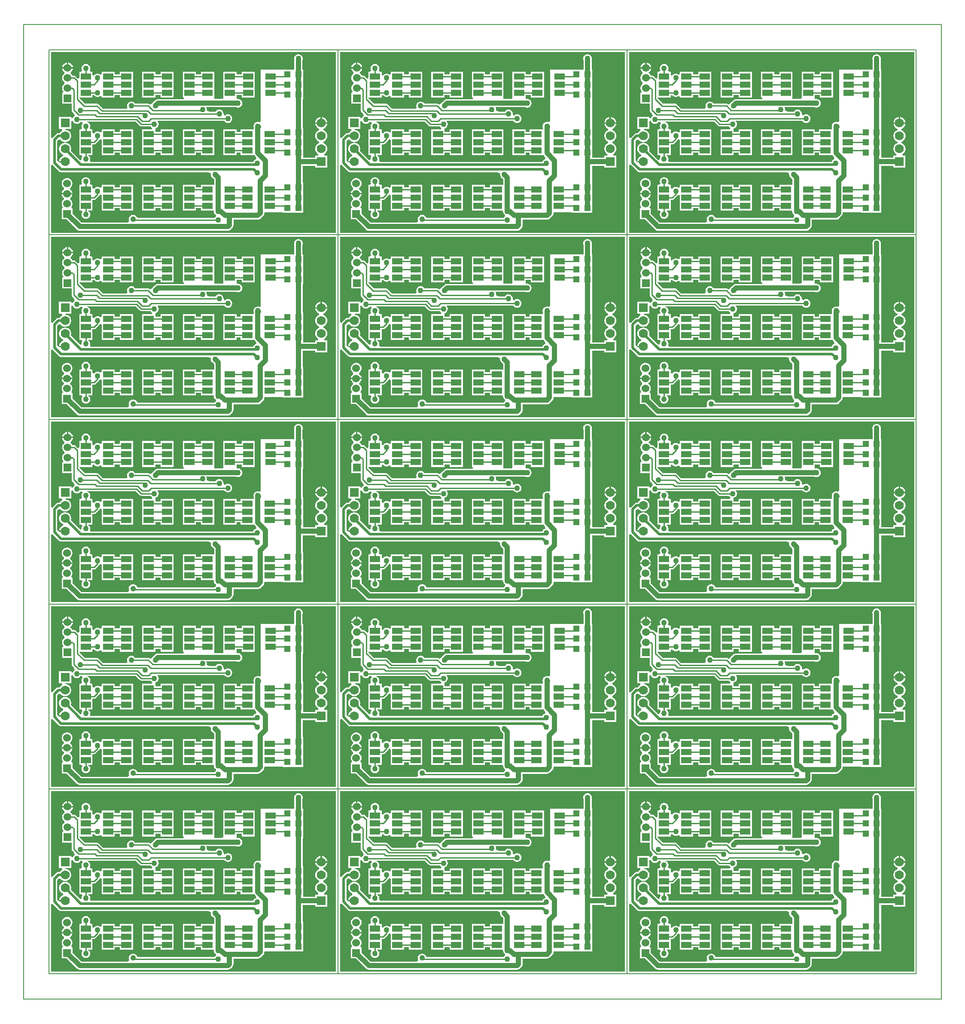
<source format=gbl>
%FSLAX25Y25*%
%MOIN*%
G70*
G01*
G75*
G04 Layer_Physical_Order=2*
G04 Layer_Color=255*
%ADD10C,0.00787*%
%ADD11R,0.05000X0.03600*%
%ADD12R,0.03600X0.03600*%
%ADD13R,0.03150X0.03150*%
%ADD14R,0.07480X0.04000*%
%ADD15R,0.21654X0.07874*%
%ADD16R,0.03150X0.03150*%
%ADD17R,0.01654X0.07008*%
%ADD18R,0.07600X0.02400*%
%ADD19O,0.07600X0.02400*%
%ADD20R,0.05000X0.05000*%
%ADD21R,0.06890X0.04331*%
%ADD22R,0.06890X0.13583*%
%ADD23R,0.06693X0.07087*%
%ADD24C,0.00984*%
%ADD25C,0.03937*%
%ADD26C,0.01181*%
%ADD27C,0.01969*%
%ADD28C,0.01575*%
%ADD29R,0.06000X0.06000*%
%ADD30C,0.06000*%
%ADD31R,0.07000X0.07000*%
%ADD32C,0.07000*%
%ADD33C,0.04331*%
%ADD34R,0.05000X0.05000*%
%ADD35R,0.07874X0.05118*%
G36*
X222804Y1606D02*
X1606D01*
Y54052D01*
X2736Y54395D01*
X2770Y54344D01*
X2770Y54344D01*
X2770Y54344D01*
X7888Y49226D01*
X8604Y48748D01*
X9449Y48580D01*
X123808D01*
X125822Y47745D01*
X125869Y47692D01*
X125759Y46850D01*
X125873Y45977D01*
X126211Y45163D01*
X126747Y44464D01*
X127446Y43927D01*
X127648Y43844D01*
X128319Y43172D01*
Y38780D01*
X118110D01*
Y36745D01*
X114173D01*
Y38780D01*
X103937D01*
Y31299D01*
Y25000D01*
Y18701D01*
X114173D01*
Y20735D01*
X118110D01*
Y18701D01*
X127603D01*
X128121Y18110D01*
X128236Y17237D01*
X128573Y16423D01*
X129109Y15723D01*
X129590Y15354D01*
Y14173D01*
X129109Y13804D01*
X128587Y13123D01*
X68596D01*
X68277Y13892D01*
X67741Y14591D01*
X67042Y15128D01*
X66228Y15465D01*
X65354Y15580D01*
X64481Y15465D01*
X63667Y15128D01*
X62968Y14591D01*
X62431Y13892D01*
X62094Y13078D01*
X61979Y12205D01*
X62094Y11331D01*
X62431Y10517D01*
X61074Y9476D01*
X25332D01*
X18354Y16453D01*
Y20323D01*
X17945D01*
X17423Y21382D01*
X17825Y21907D01*
X18247Y22924D01*
X18390Y24016D01*
X18247Y25107D01*
X17825Y26124D01*
X17155Y26998D01*
X16282Y27668D01*
Y28238D01*
X17155Y28908D01*
X17825Y29781D01*
X18247Y30798D01*
X18313Y31299D01*
X10034D01*
X10100Y30798D01*
X10521Y29781D01*
X11191Y28908D01*
X11666Y28543D01*
Y27362D01*
X11191Y26998D01*
X10521Y26124D01*
X10100Y25107D01*
X9956Y24016D01*
X10100Y22924D01*
X10521Y21907D01*
X10924Y21382D01*
X10402Y20323D01*
X9992D01*
Y11961D01*
X13862D01*
X21769Y4053D01*
X22427Y3548D01*
X22427Y3548D01*
X22427Y3548D01*
D01*
X22427Y3548D01*
X22427Y3548D01*
X23193Y3231D01*
X24016Y3122D01*
X138976D01*
X139799Y3231D01*
X140565Y3548D01*
X141223Y4053D01*
X142404Y5234D01*
X142909Y5892D01*
X143226Y6658D01*
X143334Y7480D01*
Y11784D01*
X162205D01*
X163027Y11892D01*
X163793Y12210D01*
X164451Y12714D01*
X166419Y14683D01*
X166924Y15341D01*
X167242Y16107D01*
X167350Y16929D01*
Y17323D01*
X181439D01*
Y17185D01*
X188801D01*
Y17185D01*
X188801D01*
X188801Y17185D01*
X189939D01*
Y17185D01*
X197301D01*
Y24547D01*
D01*
Y24547D01*
X197301Y24547D01*
Y25059D01*
X197301D01*
Y32421D01*
D01*
Y32421D01*
X197301Y32421D01*
Y32933D01*
X197301D01*
Y40295D01*
X197244D01*
Y53477D01*
X206736D01*
Y51973D01*
X216098D01*
Y61335D01*
X213836D01*
X213605Y62493D01*
X213778Y62565D01*
X214756Y63315D01*
X215506Y64293D01*
X215978Y65431D01*
X216139Y66654D01*
X215978Y67876D01*
X215506Y69014D01*
X214756Y69992D01*
X213778Y70742D01*
X213004Y71063D01*
Y72244D01*
X213778Y72565D01*
X214756Y73315D01*
X215506Y74293D01*
X215978Y75432D01*
X216139Y76653D01*
X215978Y77876D01*
X215506Y79014D01*
X214756Y79992D01*
X213778Y80743D01*
X213004Y81063D01*
Y82244D01*
X213778Y82565D01*
X214756Y83315D01*
X215506Y84293D01*
X215978Y85431D01*
X216061Y86063D01*
X206774D01*
X206857Y85431D01*
X207328Y84293D01*
X208079Y83315D01*
X209057Y82565D01*
X209830Y82244D01*
Y81063D01*
X209057Y80743D01*
X208079Y79992D01*
X207328Y79014D01*
X206857Y77876D01*
X206696Y76653D01*
X206857Y75432D01*
X207328Y74293D01*
X208079Y73315D01*
X209057Y72565D01*
X209830Y72244D01*
Y71063D01*
X209057Y70742D01*
X208079Y69992D01*
X207328Y69014D01*
X206857Y67876D01*
X206696Y66654D01*
X206857Y65431D01*
X207328Y64293D01*
X208079Y63315D01*
X209057Y62565D01*
X209229Y62493D01*
X208999Y61335D01*
X206736D01*
Y59830D01*
X197301D01*
Y60098D01*
X197301D01*
Y67461D01*
D01*
Y67461D01*
X197301Y67461D01*
Y67972D01*
X197301D01*
Y75335D01*
D01*
Y75335D01*
X197301Y75335D01*
Y75846D01*
X197301D01*
Y83209D01*
X197244D01*
Y104980D01*
X197301D01*
Y112343D01*
D01*
Y112343D01*
X197301Y112343D01*
Y112854D01*
X197301D01*
Y120217D01*
D01*
Y120217D01*
X197301Y120217D01*
Y120728D01*
X197301D01*
Y128091D01*
X196878D01*
Y135539D01*
X196961Y135741D01*
X197076Y136614D01*
X196961Y137488D01*
X196624Y138302D01*
X196088Y139001D01*
X195388Y139537D01*
X194574Y139874D01*
X193701Y139989D01*
X192827Y139874D01*
X192013Y139537D01*
X191314Y139001D01*
X190778Y138302D01*
X190440Y137488D01*
X190325Y136614D01*
X190440Y135741D01*
X190524Y135539D01*
Y128091D01*
X189939Y128091D01*
D01*
X188801D01*
Y128091D01*
X181439D01*
Y127953D01*
X164567D01*
X164567Y87959D01*
X163585Y87303D01*
X163078Y87512D01*
X162205Y87627D01*
X161331Y87512D01*
X160517Y87175D01*
X159818Y86639D01*
X159282Y85940D01*
X158944Y85126D01*
X158829Y84252D01*
X158944Y83378D01*
X159028Y83177D01*
Y81693D01*
X148819D01*
Y79659D01*
X145669D01*
Y81693D01*
X135433D01*
Y74213D01*
Y67913D01*
Y61614D01*
X145669D01*
Y63648D01*
X148819D01*
Y61614D01*
X159055D01*
Y61614D01*
X159594Y61614D01*
X159958Y61140D01*
X160727Y60371D01*
X160937Y58772D01*
D01*
X160123Y58435D01*
X159424Y57898D01*
X158888Y57200D01*
X158614Y56538D01*
X32546D01*
X31890Y57521D01*
X32000Y57788D01*
X32116Y58661D01*
X32000Y59535D01*
X31663Y60349D01*
X31127Y61048D01*
X30446Y61571D01*
Y61614D01*
X33858D01*
Y67913D01*
Y69947D01*
X35039D01*
X35692Y70077D01*
X36246Y70447D01*
X39002Y73203D01*
X39371Y73757D01*
X39371Y73757D01*
D01*
D01*
D01*
D01*
X39483Y73848D01*
X39483D01*
X39483Y73848D01*
X39483D01*
X39483Y73848D01*
X39886Y74158D01*
Y74158D01*
X40945Y73635D01*
Y67913D01*
Y61614D01*
X51181D01*
Y63648D01*
X55118D01*
Y61614D01*
X65354D01*
Y67913D01*
Y74213D01*
Y81693D01*
X55118D01*
Y79659D01*
X51181D01*
Y81693D01*
X40945D01*
Y79908D01*
X39886Y79386D01*
X39483Y79695D01*
X38669Y80032D01*
X37795Y80147D01*
X36922Y80032D01*
X36108Y79695D01*
X35409Y79158D01*
X34977Y78596D01*
X33858Y78975D01*
Y81693D01*
X32799D01*
X31909Y82376D01*
X31709Y82675D01*
X32000Y83378D01*
X32116Y84252D01*
X32000Y85126D01*
X31663Y85940D01*
X31127Y86639D01*
X30428Y87175D01*
X29804Y87434D01*
Y87434D01*
X29804D01*
X29614Y87512D01*
X29765Y87664D01*
X67404D01*
X70447Y84620D01*
D01*
X70447D01*
X70447Y84620D01*
X70447Y84620D01*
X70447D01*
D01*
X70447D01*
X70447Y84620D01*
Y84620D01*
X70447Y84620D01*
Y84620D01*
X71001Y84251D01*
X71653Y84121D01*
X78981D01*
X79503Y83440D01*
X80202Y82904D01*
X80329Y82851D01*
X80098Y81693D01*
X72441D01*
Y74213D01*
Y67913D01*
Y61614D01*
X82677D01*
Y63648D01*
X86614D01*
Y61614D01*
X96850D01*
Y67913D01*
Y74213D01*
Y81693D01*
X86614D01*
Y79659D01*
X82677D01*
Y81693D01*
X82677D01*
Y82555D01*
X82763Y82566D01*
X83577Y82904D01*
X84276Y83440D01*
X84813Y84139D01*
X85150Y84953D01*
X85265Y85827D01*
X85150Y86700D01*
X84813Y87514D01*
X84276Y88213D01*
X84357Y88451D01*
X136067D01*
X136590Y87771D01*
X137289Y87234D01*
X138103Y86897D01*
X138976Y86782D01*
X139850Y86897D01*
X140664Y87234D01*
X141363Y87771D01*
X141900Y88470D01*
X142237Y89284D01*
X142352Y90158D01*
X142237Y91031D01*
X141900Y91845D01*
X141363Y92544D01*
X140664Y93081D01*
X139850Y93418D01*
X138976Y93533D01*
X138103Y93418D01*
X137289Y93081D01*
X136609Y92559D01*
X136452Y92650D01*
X135606Y93299D01*
X135659Y93701D01*
X135544Y94574D01*
X135207Y95388D01*
X134670Y96087D01*
X133971Y96624D01*
X133157Y96961D01*
X132283Y97076D01*
X131410Y96961D01*
X130596Y96624D01*
X129897Y96087D01*
X129374Y95407D01*
X124878D01*
X122552Y96371D01*
X122667Y97244D01*
X122552Y98118D01*
X122214Y98932D01*
X122242Y98989D01*
X145300D01*
X145977Y98708D01*
X146850Y98593D01*
X147724Y98708D01*
X148538Y99045D01*
X149237Y99582D01*
X149774Y100281D01*
X150111Y101095D01*
X150226Y101969D01*
X150111Y102842D01*
X149774Y103656D01*
X149237Y104355D01*
X148538Y104892D01*
X147724Y105229D01*
X146850Y105344D01*
X146746Y105330D01*
X146653Y105342D01*
X145669D01*
Y106496D01*
X145669D01*
Y108530D01*
X149606D01*
Y106496D01*
X159843D01*
Y112795D01*
Y119095D01*
Y126575D01*
X149606D01*
Y124541D01*
X145669D01*
Y126575D01*
X135433D01*
Y119095D01*
Y112795D01*
Y106496D01*
X135433D01*
Y106177D01*
X134598Y105342D01*
X128347D01*
Y106496D01*
X128347D01*
Y112795D01*
Y119095D01*
Y126575D01*
X118110D01*
Y124541D01*
X114173D01*
Y126575D01*
X103937D01*
Y119095D01*
Y112795D01*
Y106496D01*
X104841D01*
X104918Y105317D01*
X104244Y105229D01*
X104043Y105145D01*
X84646D01*
X83823Y105037D01*
X83057Y104720D01*
X82399Y104215D01*
X82399Y104215D01*
X81191Y103007D01*
X80989Y102923D01*
X80290Y102387D01*
X79754Y101688D01*
X79615Y101352D01*
X78456Y101121D01*
X78372Y101206D01*
X77818Y101576D01*
X77165Y101706D01*
X67082D01*
X66560Y102387D01*
X65861Y102923D01*
X65047Y103260D01*
X64173Y103375D01*
X63300Y103260D01*
X62486Y102923D01*
X61787Y102387D01*
X61250Y101688D01*
X60913Y100874D01*
X60798Y100000D01*
X60913Y99126D01*
X61068Y98751D01*
X60412Y97769D01*
X42045D01*
X38706Y101108D01*
X38153Y101478D01*
X37500Y101608D01*
X27970D01*
X23753Y105825D01*
Y106496D01*
X33858D01*
Y108033D01*
X34977Y108412D01*
X35409Y107850D01*
X36108Y107313D01*
X36922Y106976D01*
X37795Y106861D01*
X38669Y106976D01*
X39483Y107313D01*
X39886Y107622D01*
X40945Y107100D01*
Y106496D01*
X51181D01*
Y108530D01*
X55118D01*
Y106496D01*
X65354D01*
Y112795D01*
Y119095D01*
Y126575D01*
X55118D01*
Y124541D01*
X51181D01*
Y126575D01*
X40945D01*
Y124790D01*
X39886Y124268D01*
X39483Y124577D01*
X38669Y124914D01*
X37795Y125029D01*
X36922Y124914D01*
X36108Y124577D01*
X35409Y124040D01*
X34977Y123477D01*
X33858Y123857D01*
Y126575D01*
X32799D01*
X31909Y127258D01*
X31709Y127557D01*
X32000Y128260D01*
X32116Y129134D01*
X32000Y130007D01*
X31663Y130822D01*
X31127Y131521D01*
X30428Y132057D01*
X29614Y132394D01*
X28740Y132509D01*
X27867Y132394D01*
X27053Y132057D01*
X26353Y131521D01*
X25817Y130822D01*
X25480Y130007D01*
X25365Y129134D01*
X25480Y128260D01*
X25771Y127557D01*
X25571Y127258D01*
X24681Y126575D01*
X23622D01*
Y121672D01*
X22531Y121220D01*
X20891Y122860D01*
X20338Y123230D01*
X19685Y123360D01*
X18386D01*
X18219Y123762D01*
X17549Y124636D01*
X16676Y125306D01*
Y125875D01*
X17549Y126546D01*
X18219Y127419D01*
X18640Y128436D01*
X18706Y128937D01*
X10428D01*
X10493Y128436D01*
X10915Y127419D01*
X11585Y126546D01*
X12060Y126181D01*
Y125000D01*
X11585Y124636D01*
X10915Y123762D01*
X10493Y122745D01*
X10350Y121653D01*
X10493Y120562D01*
X10915Y119545D01*
X11585Y118672D01*
X12060Y118307D01*
Y117126D01*
X11585Y116762D01*
X10915Y115888D01*
X10493Y114871D01*
X10350Y113779D01*
X10493Y112688D01*
X10915Y111671D01*
X11318Y111146D01*
X10795Y110087D01*
X10386D01*
Y101724D01*
X17585D01*
Y96703D01*
X17715Y96050D01*
X18085Y95497D01*
X19031Y94551D01*
X19966Y92293D01*
X19267Y91757D01*
X18731Y91058D01*
X18438Y90351D01*
X17279Y90582D01*
Y91335D01*
X7917D01*
Y81972D01*
X10180D01*
X10411Y80814D01*
X10238Y80743D01*
X9260Y79992D01*
X8510Y79014D01*
X8446Y78861D01*
X7362D01*
X6517Y78693D01*
X5801Y78215D01*
X2770Y75183D01*
X2736Y75133D01*
X1606Y75476D01*
Y141701D01*
X222804D01*
Y1606D01*
D02*
G37*
G36*
X18731Y87682D02*
X19267Y86983D01*
X19966Y86447D01*
X20780Y86110D01*
X21654Y85995D01*
X22527Y86110D01*
X23341Y86447D01*
X24040Y86983D01*
X24474Y87549D01*
X25655D01*
X26234Y86795D01*
X26327Y86605D01*
X25817Y85940D01*
X25480Y85126D01*
X25365Y84252D01*
X25480Y83378D01*
X25771Y82675D01*
X25571Y82376D01*
X24681Y81693D01*
X23622D01*
Y74213D01*
Y67913D01*
Y61614D01*
X25453D01*
X25975Y60555D01*
X25817Y60349D01*
X25480Y59535D01*
X25365Y58661D01*
X25393Y58444D01*
X24334Y57922D01*
X17061Y65195D01*
X17159Y65431D01*
X17320Y66654D01*
X17159Y67875D01*
X16687Y69014D01*
X15937Y69992D01*
X14959Y70742D01*
X13820Y71214D01*
X12598Y71375D01*
X11376Y71214D01*
X10238Y70742D01*
X9260Y69992D01*
X8510Y69014D01*
X8038Y67875D01*
X7877Y66654D01*
X8038Y65431D01*
X8510Y64293D01*
X9260Y63315D01*
X10238Y62565D01*
X11011Y62244D01*
Y61063D01*
X10238Y60742D01*
X9260Y59992D01*
X8510Y59014D01*
X8038Y57876D01*
X7955Y57244D01*
X12599D01*
Y56063D01*
X7954D01*
X7877Y56653D01*
X7915Y56942D01*
X7498Y56800D01*
X6538Y57488D01*
Y72708D01*
X7709Y73878D01*
X8887Y73800D01*
X9260Y73315D01*
X10238Y72565D01*
X11376Y72093D01*
X12598Y71932D01*
X13820Y72093D01*
X14959Y72565D01*
X15937Y73315D01*
X16687Y74293D01*
X17159Y75432D01*
X17320Y76653D01*
X17159Y77876D01*
X16687Y79014D01*
X15937Y79992D01*
X14959Y80743D01*
X13820Y81214D01*
X12598Y81375D01*
X13196Y81972D01*
X17279D01*
Y88159D01*
X18438Y88389D01*
X18731Y87682D01*
D02*
G37*
%LPC*%
G36*
X128347Y81693D02*
X118110D01*
Y79659D01*
X114173D01*
Y81693D01*
X103937D01*
Y74213D01*
Y67913D01*
Y61614D01*
X114173D01*
Y63648D01*
X118110D01*
Y61614D01*
X128347D01*
Y67913D01*
Y74213D01*
Y81693D01*
D02*
G37*
G36*
X28740Y44714D02*
X27867Y44599D01*
X27053Y44262D01*
X26353Y43725D01*
X25817Y43026D01*
X25480Y42212D01*
X25365Y41339D01*
X25480Y40465D01*
X25771Y39762D01*
X25571Y39462D01*
X24681Y38780D01*
X23622D01*
Y31299D01*
Y25000D01*
Y18701D01*
X25453D01*
X25975Y17641D01*
X25817Y17436D01*
X25480Y16622D01*
X25365Y15748D01*
X25480Y14874D01*
X25817Y14060D01*
X26353Y13361D01*
X27053Y12825D01*
X27867Y12488D01*
X28740Y12373D01*
X29614Y12488D01*
X30428Y12825D01*
X31127Y13361D01*
X31663Y14060D01*
X32000Y14874D01*
X32116Y15748D01*
X32000Y16622D01*
X31663Y17436D01*
X31127Y18135D01*
X30446Y18657D01*
Y18701D01*
X33858D01*
Y25000D01*
Y27034D01*
X35039D01*
X35692Y27164D01*
X36246Y27534D01*
X36246Y27534D01*
X36246Y27534D01*
X39002Y30290D01*
X39371Y30843D01*
X39371Y30843D01*
D01*
D01*
D01*
D01*
X39483Y30935D01*
X39483D01*
X39483Y30935D01*
X39483D01*
X39483Y30935D01*
X39886Y31244D01*
X40945Y30722D01*
Y25000D01*
Y18701D01*
X51181D01*
Y20735D01*
X55118D01*
Y18701D01*
X65354D01*
Y25000D01*
Y31299D01*
Y38780D01*
X55118D01*
Y36745D01*
X51181D01*
Y38780D01*
X40945D01*
Y36995D01*
X39886Y36472D01*
X39483Y36781D01*
X38669Y37119D01*
X37795Y37234D01*
X36922Y37119D01*
X36108Y36781D01*
X35409Y36245D01*
X34977Y35682D01*
X33858Y36062D01*
Y38780D01*
X32799D01*
X31909Y39462D01*
X31709Y39762D01*
X32000Y40465D01*
X32116Y41339D01*
X32000Y42212D01*
X31663Y43026D01*
X31127Y43725D01*
X30428Y44262D01*
X29614Y44599D01*
X28740Y44714D01*
D02*
G37*
G36*
X14173Y43981D02*
X13082Y43837D01*
X12065Y43416D01*
X11191Y42746D01*
X10521Y41872D01*
X10100Y40855D01*
X9956Y39764D01*
X10100Y38672D01*
X10521Y37655D01*
X11191Y36782D01*
X11666Y36417D01*
Y35236D01*
X11191Y34872D01*
X10521Y33998D01*
X10100Y32981D01*
X10034Y32480D01*
X18313D01*
X18247Y32981D01*
X17825Y33998D01*
X17155Y34872D01*
X16282Y35542D01*
Y36112D01*
X17155Y36782D01*
X17825Y37655D01*
X18247Y38672D01*
X18390Y39764D01*
X18247Y40855D01*
X17825Y41872D01*
X17155Y42746D01*
X16282Y43416D01*
X15265Y43837D01*
X14173Y43981D01*
D02*
G37*
G36*
X96850Y38780D02*
X86614D01*
Y36745D01*
X82677D01*
Y38780D01*
X72441D01*
Y31299D01*
Y25000D01*
Y18701D01*
X82677D01*
Y20735D01*
X86614D01*
Y18701D01*
X96850D01*
Y25000D01*
Y31299D01*
Y38780D01*
D02*
G37*
G36*
X13976Y133667D02*
X13475Y133601D01*
X12458Y133180D01*
X11585Y132510D01*
X10915Y131636D01*
X10493Y130619D01*
X10428Y130118D01*
X13976D01*
Y133667D01*
D02*
G37*
G36*
X15157D02*
Y130118D01*
X18706D01*
X18640Y130619D01*
X18219Y131636D01*
X17549Y132510D01*
X16676Y133180D01*
X15658Y133601D01*
X15157Y133667D01*
D02*
G37*
G36*
X96850Y126575D02*
X86614D01*
Y124541D01*
X82677D01*
Y126575D01*
X72441D01*
Y119095D01*
Y112795D01*
Y106496D01*
X82677D01*
Y108530D01*
X86614D01*
Y106496D01*
X96850D01*
Y112795D01*
Y119095D01*
Y126575D01*
D02*
G37*
G36*
X210827Y91297D02*
X210195Y91214D01*
X209057Y90742D01*
X208079Y89992D01*
X207328Y89014D01*
X206857Y87876D01*
X206774Y87244D01*
X210827D01*
Y91297D01*
D02*
G37*
G36*
X212008D02*
Y87244D01*
X216061D01*
X215978Y87876D01*
X215506Y89014D01*
X214756Y89992D01*
X213778Y90742D01*
X212639Y91214D01*
X212008Y91297D01*
D02*
G37*
%LPD*%
G36*
X447213Y1606D02*
X226015D01*
Y54052D01*
X227145Y54395D01*
X227179Y54344D01*
X227179Y54344D01*
X227179Y54344D01*
X232297Y49226D01*
X233013Y48748D01*
X233858Y48580D01*
X348217D01*
X350232Y47745D01*
X350279Y47692D01*
X350168Y46850D01*
X350283Y45977D01*
X350620Y45163D01*
X351157Y44464D01*
X351856Y43927D01*
X352057Y43844D01*
X352729Y43172D01*
Y38780D01*
X342520D01*
Y36745D01*
X338583D01*
Y38780D01*
X328346D01*
Y31299D01*
Y25000D01*
Y18701D01*
X338583D01*
Y20735D01*
X342520D01*
Y18701D01*
X352012D01*
X352530Y18110D01*
X352645Y17237D01*
X352982Y16423D01*
X353519Y15723D01*
X354000Y15354D01*
Y14173D01*
X353519Y13804D01*
X352996Y13123D01*
X293005D01*
X292687Y13892D01*
X292150Y14591D01*
X291452Y15128D01*
X290637Y15465D01*
X289764Y15580D01*
X288890Y15465D01*
X288076Y15128D01*
X287377Y14591D01*
X286841Y13892D01*
X286504Y13078D01*
X286388Y12205D01*
X286504Y11331D01*
X286841Y10517D01*
X285484Y9476D01*
X249741D01*
X242764Y16453D01*
Y20323D01*
X242354D01*
X241832Y21382D01*
X242235Y21907D01*
X242656Y22924D01*
X242800Y24016D01*
X242656Y25107D01*
X242235Y26124D01*
X241565Y26998D01*
X240691Y27668D01*
Y28238D01*
X241565Y28908D01*
X242235Y29781D01*
X242656Y30798D01*
X242722Y31299D01*
X234443D01*
X234509Y30798D01*
X234930Y29781D01*
X235601Y28908D01*
X236076Y28543D01*
Y27362D01*
X235601Y26998D01*
X234930Y26124D01*
X234509Y25107D01*
X234366Y24016D01*
X234509Y22924D01*
X234930Y21907D01*
X235333Y21382D01*
X234811Y20323D01*
X234402D01*
Y11961D01*
X238271D01*
X246179Y4053D01*
X246837Y3548D01*
X246837Y3548D01*
X246837Y3548D01*
D01*
X246837Y3548D01*
X246837Y3548D01*
X247603Y3231D01*
X248425Y3122D01*
X363386D01*
X364208Y3231D01*
X364974Y3548D01*
X365632Y4053D01*
X366813Y5234D01*
X367318Y5892D01*
X367635Y6658D01*
X367744Y7480D01*
Y11784D01*
X386614D01*
X387436Y11892D01*
X388203Y12210D01*
X388861Y12714D01*
X390829Y14683D01*
X391334Y15341D01*
X391651Y16107D01*
X391759Y16929D01*
Y17323D01*
X405848D01*
Y17185D01*
X413211D01*
Y17185D01*
X413211D01*
X413211Y17185D01*
X414349D01*
Y17185D01*
X421711D01*
Y24547D01*
D01*
Y24547D01*
X421711Y24547D01*
Y25059D01*
X421711D01*
Y32421D01*
D01*
Y32421D01*
X421711Y32421D01*
Y32933D01*
X421711D01*
Y40295D01*
X421654D01*
Y53477D01*
X431146D01*
Y51973D01*
X440508D01*
Y61335D01*
X438245D01*
X438015Y62493D01*
X438188Y62565D01*
X439165Y63315D01*
X439916Y64293D01*
X440387Y65431D01*
X440548Y66654D01*
X440387Y67876D01*
X439916Y69014D01*
X439165Y69992D01*
X438188Y70742D01*
X437414Y71063D01*
Y72244D01*
X438188Y72565D01*
X439165Y73315D01*
X439916Y74293D01*
X440387Y75432D01*
X440548Y76653D01*
X440387Y77876D01*
X439916Y79014D01*
X439165Y79992D01*
X438188Y80743D01*
X437414Y81063D01*
Y82244D01*
X438188Y82565D01*
X439165Y83315D01*
X439916Y84293D01*
X440387Y85431D01*
X440471Y86063D01*
X431183D01*
X431266Y85431D01*
X431738Y84293D01*
X432488Y83315D01*
X433466Y82565D01*
X434240Y82244D01*
Y81063D01*
X433466Y80743D01*
X432488Y79992D01*
X431738Y79014D01*
X431266Y77876D01*
X431105Y76653D01*
X431266Y75432D01*
X431738Y74293D01*
X432488Y73315D01*
X433466Y72565D01*
X434240Y72244D01*
Y71063D01*
X433466Y70742D01*
X432488Y69992D01*
X431738Y69014D01*
X431266Y67876D01*
X431105Y66654D01*
X431266Y65431D01*
X431738Y64293D01*
X432488Y63315D01*
X433466Y62565D01*
X433639Y62493D01*
X433408Y61335D01*
X431146D01*
Y59830D01*
X421711D01*
Y60098D01*
X421711D01*
Y67461D01*
D01*
Y67461D01*
X421711Y67461D01*
Y67972D01*
X421711D01*
Y75335D01*
D01*
Y75335D01*
X421711Y75335D01*
Y75846D01*
X421711D01*
Y83209D01*
X421654D01*
Y104980D01*
X421711D01*
Y112343D01*
D01*
Y112343D01*
X421711Y112343D01*
Y112854D01*
X421711D01*
Y120217D01*
D01*
Y120217D01*
X421711Y120217D01*
Y120728D01*
X421711D01*
Y128091D01*
X421287D01*
Y135539D01*
X421371Y135741D01*
X421486Y136614D01*
X421371Y137488D01*
X421033Y138302D01*
X420497Y139001D01*
X419798Y139537D01*
X418984Y139874D01*
X418110Y139989D01*
X417237Y139874D01*
X416423Y139537D01*
X415724Y139001D01*
X415187Y138302D01*
X414850Y137488D01*
X414735Y136614D01*
X414850Y135741D01*
X414933Y135539D01*
Y128091D01*
X414348Y128091D01*
D01*
X413211D01*
Y128091D01*
X405848D01*
Y127953D01*
X388976D01*
X388976Y87959D01*
X387994Y87303D01*
X387488Y87512D01*
X386614Y87627D01*
X385741Y87512D01*
X384927Y87175D01*
X384227Y86639D01*
X383691Y85940D01*
X383354Y85126D01*
X383239Y84252D01*
X383354Y83378D01*
X383437Y83177D01*
Y81693D01*
X373228D01*
Y79659D01*
X370079D01*
Y81693D01*
X359842D01*
Y74213D01*
Y67913D01*
Y61614D01*
X370079D01*
Y63648D01*
X373228D01*
Y61614D01*
X383465D01*
Y61614D01*
X384004Y61614D01*
X384368Y61140D01*
X385136Y60371D01*
X385347Y58772D01*
D01*
X384533Y58435D01*
X383834Y57898D01*
X383297Y57200D01*
X383024Y56538D01*
X256955D01*
X256299Y57521D01*
X256410Y57788D01*
X256525Y58661D01*
X256410Y59535D01*
X256073Y60349D01*
X255536Y61048D01*
X254856Y61571D01*
Y61614D01*
X258268D01*
Y67913D01*
Y69947D01*
X259449D01*
X260102Y70077D01*
X260655Y70447D01*
X263411Y73203D01*
X263781Y73757D01*
X263781Y73757D01*
D01*
D01*
D01*
D01*
X263892Y73848D01*
X263892D01*
X263892Y73848D01*
X263892D01*
X263892Y73848D01*
X264295Y74158D01*
Y74158D01*
X265354Y73635D01*
Y67913D01*
Y61614D01*
X275590D01*
Y63648D01*
X279528D01*
Y61614D01*
X289764D01*
Y67913D01*
Y74213D01*
Y81693D01*
X279528D01*
Y79659D01*
X275590D01*
Y81693D01*
X265354D01*
Y79908D01*
X264295Y79386D01*
X263892Y79695D01*
X263078Y80032D01*
X262205Y80147D01*
X261331Y80032D01*
X260517Y79695D01*
X259818Y79158D01*
X259386Y78596D01*
X258268Y78975D01*
Y81693D01*
X257208D01*
X256318Y82376D01*
X256119Y82675D01*
X256410Y83378D01*
X256525Y84252D01*
X256410Y85126D01*
X256073Y85940D01*
X255536Y86639D01*
X254837Y87175D01*
X254213Y87434D01*
Y87434D01*
X254213D01*
X254023Y87512D01*
X254175Y87664D01*
X291813D01*
X294857Y84620D01*
D01*
X294857D01*
X294857Y84620D01*
X294857Y84620D01*
X294857D01*
D01*
X294857D01*
X294857Y84620D01*
Y84620D01*
X294857Y84620D01*
Y84620D01*
X295410Y84251D01*
X296063Y84121D01*
X303390D01*
X303912Y83440D01*
X304611Y82904D01*
X304738Y82851D01*
X304507Y81693D01*
X296850D01*
Y74213D01*
Y67913D01*
Y61614D01*
X307087D01*
Y63648D01*
X311024D01*
Y61614D01*
X321260D01*
Y67913D01*
Y74213D01*
Y81693D01*
X311024D01*
Y79659D01*
X307087D01*
Y81693D01*
X307087D01*
Y82555D01*
X307173Y82566D01*
X307987Y82904D01*
X308686Y83440D01*
X309222Y84139D01*
X309559Y84953D01*
X309675Y85827D01*
X309559Y86700D01*
X309222Y87514D01*
X308686Y88213D01*
X308767Y88451D01*
X360477D01*
X360999Y87771D01*
X361698Y87234D01*
X362512Y86897D01*
X363386Y86782D01*
X364259Y86897D01*
X365073Y87234D01*
X365773Y87771D01*
X366309Y88470D01*
X366646Y89284D01*
X366761Y90158D01*
X366646Y91031D01*
X366309Y91845D01*
X365773Y92544D01*
X365073Y93081D01*
X364259Y93418D01*
X363386Y93533D01*
X362512Y93418D01*
X361698Y93081D01*
X361019Y92559D01*
X360861Y92650D01*
X360015Y93299D01*
X360068Y93701D01*
X359953Y94574D01*
X359616Y95388D01*
X359080Y96087D01*
X358381Y96624D01*
X357566Y96961D01*
X356693Y97076D01*
X355819Y96961D01*
X355005Y96624D01*
X354306Y96087D01*
X353784Y95407D01*
X349288D01*
X346961Y96371D01*
X347076Y97244D01*
X346961Y98118D01*
X346624Y98932D01*
X346652Y98989D01*
X369709D01*
X370386Y98708D01*
X371260Y98593D01*
X372133Y98708D01*
X372948Y99045D01*
X373646Y99582D01*
X374183Y100281D01*
X374520Y101095D01*
X374635Y101969D01*
X374520Y102842D01*
X374183Y103656D01*
X373646Y104355D01*
X372948Y104892D01*
X372133Y105229D01*
X371260Y105344D01*
X371155Y105330D01*
X371063Y105342D01*
X370079D01*
Y106496D01*
X370079D01*
Y108530D01*
X374016D01*
Y106496D01*
X384252D01*
Y112795D01*
Y119095D01*
Y126575D01*
X374016D01*
Y124541D01*
X370079D01*
Y126575D01*
X359842D01*
Y119095D01*
Y112795D01*
Y106496D01*
X359842D01*
Y106177D01*
X359007Y105342D01*
X352756D01*
Y106496D01*
X352756D01*
Y112795D01*
Y119095D01*
Y126575D01*
X342520D01*
Y124541D01*
X338583D01*
Y126575D01*
X328346D01*
Y119095D01*
Y112795D01*
Y106496D01*
X329250D01*
X329328Y105317D01*
X328654Y105229D01*
X328452Y105145D01*
X309055D01*
X308233Y105037D01*
X307467Y104720D01*
X306809Y104215D01*
X306809Y104215D01*
X305601Y103007D01*
X305399Y102923D01*
X304700Y102387D01*
X304164Y101688D01*
X304024Y101352D01*
X302866Y101121D01*
X302781Y101206D01*
X302228Y101576D01*
X301575Y101706D01*
X291492D01*
X290969Y102387D01*
X290270Y102923D01*
X289456Y103260D01*
X288583Y103375D01*
X287709Y103260D01*
X286895Y102923D01*
X286196Y102387D01*
X285660Y101688D01*
X285322Y100874D01*
X285207Y100000D01*
X285322Y99126D01*
X285478Y98751D01*
X284822Y97769D01*
X266455D01*
X263116Y101108D01*
X262562Y101478D01*
X261909Y101608D01*
X252380D01*
X248163Y105825D01*
Y106496D01*
X258268D01*
Y108033D01*
X259386Y108412D01*
X259818Y107850D01*
X260517Y107313D01*
X261331Y106976D01*
X262205Y106861D01*
X263078Y106976D01*
X263892Y107313D01*
X264295Y107622D01*
X265354Y107100D01*
Y106496D01*
X275590D01*
Y108530D01*
X279528D01*
Y106496D01*
X289764D01*
Y112795D01*
Y119095D01*
Y126575D01*
X279528D01*
Y124541D01*
X275590D01*
Y126575D01*
X265354D01*
Y124790D01*
X264295Y124268D01*
X263892Y124577D01*
X263078Y124914D01*
X262205Y125029D01*
X261331Y124914D01*
X260517Y124577D01*
X259818Y124040D01*
X259386Y123477D01*
X258268Y123857D01*
Y126575D01*
X257208D01*
X256318Y127258D01*
X256119Y127557D01*
X256410Y128260D01*
X256525Y129134D01*
X256410Y130007D01*
X256073Y130822D01*
X255536Y131521D01*
X254837Y132057D01*
X254023Y132394D01*
X253150Y132509D01*
X252276Y132394D01*
X251462Y132057D01*
X250763Y131521D01*
X250226Y130822D01*
X249889Y130007D01*
X249774Y129134D01*
X249889Y128260D01*
X250181Y127557D01*
X249981Y127258D01*
X249091Y126575D01*
X248031D01*
Y121672D01*
X246940Y121220D01*
X245301Y122860D01*
X244747Y123230D01*
X244094Y123360D01*
X242795D01*
X242629Y123762D01*
X241958Y124636D01*
X241085Y125306D01*
Y125875D01*
X241958Y126546D01*
X242629Y127419D01*
X243050Y128436D01*
X243116Y128937D01*
X234837D01*
X234903Y128436D01*
X235324Y127419D01*
X235994Y126546D01*
X236469Y126181D01*
Y125000D01*
X235994Y124636D01*
X235324Y123762D01*
X234903Y122745D01*
X234759Y121653D01*
X234903Y120562D01*
X235324Y119545D01*
X235994Y118672D01*
X236469Y118307D01*
Y117126D01*
X235994Y116762D01*
X235324Y115888D01*
X234903Y114871D01*
X234759Y113779D01*
X234903Y112688D01*
X235324Y111671D01*
X235727Y111146D01*
X235205Y110087D01*
X234795D01*
Y101724D01*
X241995D01*
Y96703D01*
X242125Y96050D01*
X242495Y95497D01*
X243440Y94551D01*
X244375Y92293D01*
X243676Y91757D01*
X243140Y91058D01*
X242847Y90351D01*
X241689Y90582D01*
Y91335D01*
X232327D01*
Y81972D01*
X234590D01*
X234820Y80814D01*
X234647Y80743D01*
X233669Y79992D01*
X232919Y79014D01*
X232856Y78861D01*
X231772D01*
X230927Y78693D01*
X230210Y78215D01*
X227179Y75183D01*
X227145Y75133D01*
X226015Y75476D01*
Y141701D01*
X447213D01*
Y1606D01*
D02*
G37*
G36*
X243140Y87682D02*
X243676Y86983D01*
X244375Y86447D01*
X245190Y86110D01*
X246063Y85995D01*
X246937Y86110D01*
X247751Y86447D01*
X248450Y86983D01*
X248884Y87549D01*
X250065D01*
X250643Y86795D01*
X250737Y86605D01*
X250226Y85940D01*
X249889Y85126D01*
X249774Y84252D01*
X249889Y83378D01*
X250181Y82675D01*
X249981Y82376D01*
X249091Y81693D01*
X248031D01*
Y74213D01*
Y67913D01*
Y61614D01*
X249862D01*
X250384Y60555D01*
X250226Y60349D01*
X249889Y59535D01*
X249774Y58661D01*
X249803Y58444D01*
X248744Y57922D01*
X241471Y65195D01*
X241568Y65431D01*
X241729Y66654D01*
X241568Y67875D01*
X241097Y69014D01*
X240347Y69992D01*
X239369Y70742D01*
X238230Y71214D01*
X237008Y71375D01*
X235786Y71214D01*
X234647Y70742D01*
X233669Y69992D01*
X232919Y69014D01*
X232447Y67875D01*
X232286Y66654D01*
X232447Y65431D01*
X232919Y64293D01*
X233669Y63315D01*
X234647Y62565D01*
X235421Y62244D01*
Y61063D01*
X234647Y60742D01*
X233669Y59992D01*
X232919Y59014D01*
X232447Y57876D01*
X232364Y57244D01*
X237009D01*
Y56063D01*
X232364D01*
X232286Y56653D01*
X232324Y56942D01*
X231908Y56800D01*
X230948Y57488D01*
Y72708D01*
X232118Y73878D01*
X233297Y73800D01*
X233669Y73315D01*
X234647Y72565D01*
X235786Y72093D01*
X237008Y71932D01*
X238230Y72093D01*
X239369Y72565D01*
X240347Y73315D01*
X241097Y74293D01*
X241568Y75432D01*
X241729Y76653D01*
X241568Y77876D01*
X241097Y79014D01*
X240347Y79992D01*
X239369Y80743D01*
X238230Y81214D01*
X237008Y81375D01*
X237605Y81972D01*
X241689D01*
Y88159D01*
X242847Y88389D01*
X243140Y87682D01*
D02*
G37*
%LPC*%
G36*
X352756Y81693D02*
X342520D01*
Y79659D01*
X338583D01*
Y81693D01*
X328346D01*
Y74213D01*
Y67913D01*
Y61614D01*
X338583D01*
Y63648D01*
X342520D01*
Y61614D01*
X352756D01*
Y67913D01*
Y74213D01*
Y81693D01*
D02*
G37*
G36*
X253150Y44714D02*
X252276Y44599D01*
X251462Y44262D01*
X250763Y43725D01*
X250226Y43026D01*
X249889Y42212D01*
X249774Y41339D01*
X249889Y40465D01*
X250181Y39762D01*
X249981Y39462D01*
X249091Y38780D01*
X248031D01*
Y31299D01*
Y25000D01*
Y18701D01*
X249862D01*
X250384Y17641D01*
X250226Y17436D01*
X249889Y16622D01*
X249774Y15748D01*
X249889Y14874D01*
X250226Y14060D01*
X250763Y13361D01*
X251462Y12825D01*
X252276Y12488D01*
X253150Y12373D01*
X254023Y12488D01*
X254837Y12825D01*
X255536Y13361D01*
X256073Y14060D01*
X256410Y14874D01*
X256525Y15748D01*
X256410Y16622D01*
X256073Y17436D01*
X255536Y18135D01*
X254856Y18657D01*
Y18701D01*
X258268D01*
Y25000D01*
Y27034D01*
X259449D01*
X260102Y27164D01*
X260655Y27534D01*
X260655Y27534D01*
X260655Y27534D01*
X263411Y30290D01*
X263781Y30843D01*
X263781Y30843D01*
D01*
D01*
D01*
D01*
X263892Y30935D01*
X263892D01*
X263892Y30935D01*
X263892D01*
X263892Y30935D01*
X264295Y31244D01*
X265354Y30722D01*
Y25000D01*
Y18701D01*
X275591D01*
Y20735D01*
X279528D01*
Y18701D01*
X289764D01*
Y25000D01*
Y31299D01*
Y38780D01*
X279528D01*
Y36745D01*
X275591D01*
Y38780D01*
X265354D01*
Y36995D01*
X264295Y36472D01*
X263892Y36781D01*
X263078Y37119D01*
X262205Y37234D01*
X261331Y37119D01*
X260517Y36781D01*
X259818Y36245D01*
X259386Y35682D01*
X258268Y36062D01*
Y38780D01*
X257208D01*
X256318Y39462D01*
X256119Y39762D01*
X256410Y40465D01*
X256525Y41339D01*
X256410Y42212D01*
X256073Y43026D01*
X255536Y43725D01*
X254837Y44262D01*
X254023Y44599D01*
X253150Y44714D01*
D02*
G37*
G36*
X238583Y43981D02*
X237491Y43837D01*
X236474Y43416D01*
X235601Y42746D01*
X234930Y41872D01*
X234509Y40855D01*
X234366Y39764D01*
X234509Y38672D01*
X234930Y37655D01*
X235601Y36782D01*
X236076Y36417D01*
Y35236D01*
X235601Y34872D01*
X234930Y33998D01*
X234509Y32981D01*
X234443Y32480D01*
X242722D01*
X242656Y32981D01*
X242235Y33998D01*
X241565Y34872D01*
X240691Y35542D01*
Y36112D01*
X241565Y36782D01*
X242235Y37655D01*
X242656Y38672D01*
X242800Y39764D01*
X242656Y40855D01*
X242235Y41872D01*
X241565Y42746D01*
X240691Y43416D01*
X239674Y43837D01*
X238583Y43981D01*
D02*
G37*
G36*
X321260Y38780D02*
X311024D01*
Y36745D01*
X307087D01*
Y38780D01*
X296850D01*
Y31299D01*
Y25000D01*
Y18701D01*
X307087D01*
Y20735D01*
X311024D01*
Y18701D01*
X321260D01*
Y25000D01*
Y31299D01*
Y38780D01*
D02*
G37*
G36*
X238386Y133667D02*
X237885Y133601D01*
X236868Y133180D01*
X235994Y132510D01*
X235324Y131636D01*
X234903Y130619D01*
X234837Y130118D01*
X238386D01*
Y133667D01*
D02*
G37*
G36*
X239567D02*
Y130118D01*
X243116D01*
X243050Y130619D01*
X242629Y131636D01*
X241958Y132510D01*
X241085Y133180D01*
X240068Y133601D01*
X239567Y133667D01*
D02*
G37*
G36*
X321260Y126575D02*
X311024D01*
Y124541D01*
X307087D01*
Y126575D01*
X296850D01*
Y119095D01*
Y112795D01*
Y106496D01*
X307087D01*
Y108530D01*
X311024D01*
Y106496D01*
X321260D01*
Y112795D01*
Y119095D01*
Y126575D01*
D02*
G37*
G36*
X435236Y91297D02*
X434605Y91214D01*
X433466Y90742D01*
X432488Y89992D01*
X431738Y89014D01*
X431266Y87876D01*
X431183Y87244D01*
X435236D01*
Y91297D01*
D02*
G37*
G36*
X436417D02*
Y87244D01*
X440471D01*
X440387Y87876D01*
X439916Y89014D01*
X439165Y89992D01*
X438188Y90742D01*
X437049Y91214D01*
X436417Y91297D01*
D02*
G37*
%LPD*%
G36*
X671623Y1606D02*
X450424D01*
Y54052D01*
X451555Y54395D01*
X451588Y54344D01*
X451588Y54344D01*
X451588Y54344D01*
X456707Y49226D01*
X457423Y48748D01*
X458268Y48580D01*
X572627D01*
X574641Y47745D01*
X574688Y47692D01*
X574577Y46850D01*
X574692Y45977D01*
X575030Y45163D01*
X575566Y44464D01*
X576265Y43927D01*
X576467Y43844D01*
X577138Y43172D01*
Y38780D01*
X566929D01*
Y36745D01*
X562992D01*
Y38780D01*
X552756D01*
Y31299D01*
Y25000D01*
Y18701D01*
X562992D01*
Y20735D01*
X566929D01*
Y18701D01*
X576422D01*
X576940Y18110D01*
X577055Y17237D01*
X577392Y16423D01*
X577928Y15723D01*
X578409Y15354D01*
Y14173D01*
X577928Y13804D01*
X577406Y13123D01*
X517415D01*
X517096Y13892D01*
X516560Y14591D01*
X515861Y15128D01*
X515047Y15465D01*
X514173Y15580D01*
X513300Y15465D01*
X512486Y15128D01*
X511787Y14591D01*
X511250Y13892D01*
X510913Y13078D01*
X510798Y12205D01*
X510913Y11331D01*
X511250Y10517D01*
X509893Y9476D01*
X474151D01*
X467173Y16453D01*
Y20323D01*
X466764D01*
X466242Y21382D01*
X466644Y21907D01*
X467066Y22924D01*
X467209Y24016D01*
X467066Y25107D01*
X466644Y26124D01*
X465974Y26998D01*
X465101Y27668D01*
Y28238D01*
X465974Y28908D01*
X466644Y29781D01*
X467066Y30798D01*
X467132Y31299D01*
X458853D01*
X458919Y30798D01*
X459340Y29781D01*
X460010Y28908D01*
X460485Y28543D01*
Y27362D01*
X460010Y26998D01*
X459340Y26124D01*
X458919Y25107D01*
X458775Y24016D01*
X458919Y22924D01*
X459340Y21907D01*
X459743Y21382D01*
X459220Y20323D01*
X458811D01*
Y11961D01*
X462681D01*
X470588Y4053D01*
X471246Y3548D01*
X471246Y3548D01*
X471246Y3548D01*
D01*
X471246Y3548D01*
X471246Y3548D01*
X472012Y3231D01*
X472835Y3122D01*
X587795D01*
X588618Y3231D01*
X589384Y3548D01*
X590042Y4053D01*
X591223Y5234D01*
X591727Y5892D01*
X592045Y6658D01*
X592153Y7480D01*
Y11784D01*
X611024D01*
X611846Y11892D01*
X612612Y12210D01*
X613270Y12714D01*
X615238Y14683D01*
X615743Y15341D01*
X616061Y16107D01*
X616169Y16929D01*
Y17323D01*
X630258D01*
Y17185D01*
X637620D01*
Y17185D01*
X637620D01*
X637620Y17185D01*
X638758D01*
Y17185D01*
X646120D01*
Y24547D01*
D01*
Y24547D01*
X646120Y24547D01*
Y25059D01*
X646120D01*
Y32421D01*
D01*
Y32421D01*
X646120Y32421D01*
Y32933D01*
X646120D01*
Y40295D01*
X646063D01*
Y53477D01*
X655555D01*
Y51973D01*
X664917D01*
Y61335D01*
X662655D01*
X662424Y62493D01*
X662597Y62565D01*
X663575Y63315D01*
X664325Y64293D01*
X664797Y65431D01*
X664958Y66654D01*
X664797Y67876D01*
X664325Y69014D01*
X663575Y69992D01*
X662597Y70742D01*
X661823Y71063D01*
Y72244D01*
X662597Y72565D01*
X663575Y73315D01*
X664325Y74293D01*
X664797Y75432D01*
X664958Y76653D01*
X664797Y77876D01*
X664325Y79014D01*
X663575Y79992D01*
X662597Y80743D01*
X661823Y81063D01*
Y82244D01*
X662597Y82565D01*
X663575Y83315D01*
X664325Y84293D01*
X664797Y85431D01*
X664880Y86063D01*
X655592D01*
X655676Y85431D01*
X656147Y84293D01*
X656898Y83315D01*
X657875Y82565D01*
X658649Y82244D01*
Y81063D01*
X657875Y80743D01*
X656898Y79992D01*
X656147Y79014D01*
X655676Y77876D01*
X655515Y76653D01*
X655676Y75432D01*
X656147Y74293D01*
X656898Y73315D01*
X657875Y72565D01*
X658649Y72244D01*
Y71063D01*
X657875Y70742D01*
X656898Y69992D01*
X656147Y69014D01*
X655676Y67876D01*
X655515Y66654D01*
X655676Y65431D01*
X656147Y64293D01*
X656898Y63315D01*
X657875Y62565D01*
X658048Y62493D01*
X657818Y61335D01*
X655555D01*
Y59830D01*
X646120D01*
Y60098D01*
X646120D01*
Y67461D01*
D01*
Y67461D01*
X646120Y67461D01*
Y67972D01*
X646120D01*
Y75335D01*
D01*
Y75335D01*
X646120Y75335D01*
Y75846D01*
X646120D01*
Y83209D01*
X646063D01*
Y104980D01*
X646120D01*
Y112343D01*
D01*
Y112343D01*
X646120Y112343D01*
Y112854D01*
X646120D01*
Y120217D01*
D01*
Y120217D01*
X646120Y120217D01*
Y120728D01*
X646120D01*
Y128091D01*
X645696D01*
Y135539D01*
X645780Y135741D01*
X645895Y136614D01*
X645780Y137488D01*
X645443Y138302D01*
X644906Y139001D01*
X644207Y139537D01*
X643393Y139874D01*
X642520Y139989D01*
X641646Y139874D01*
X640832Y139537D01*
X640133Y139001D01*
X639597Y138302D01*
X639259Y137488D01*
X639144Y136614D01*
X639259Y135741D01*
X639343Y135539D01*
Y128091D01*
X638758Y128091D01*
D01*
X637620D01*
Y128091D01*
X630258D01*
Y127953D01*
X613386D01*
X613386Y87959D01*
X612404Y87303D01*
X611897Y87512D01*
X611024Y87627D01*
X610150Y87512D01*
X609336Y87175D01*
X608637Y86639D01*
X608101Y85940D01*
X607763Y85126D01*
X607648Y84252D01*
X607763Y83378D01*
X607847Y83177D01*
Y81693D01*
X597638D01*
Y79659D01*
X594488D01*
Y81693D01*
X584252D01*
Y74213D01*
Y67913D01*
Y61614D01*
X594488D01*
Y63648D01*
X597638D01*
Y61614D01*
X607874D01*
Y61614D01*
X608413Y61614D01*
X608777Y61140D01*
X609546Y60371D01*
X609756Y58772D01*
D01*
X608942Y58435D01*
X608243Y57898D01*
X607707Y57200D01*
X607433Y56538D01*
X481365D01*
X480709Y57521D01*
X480819Y57788D01*
X480934Y58661D01*
X480819Y59535D01*
X480482Y60349D01*
X479946Y61048D01*
X479265Y61571D01*
Y61614D01*
X482677D01*
Y67913D01*
Y69947D01*
X483858D01*
X484511Y70077D01*
X485065Y70447D01*
X487820Y73203D01*
X488190Y73757D01*
X488190Y73757D01*
D01*
D01*
D01*
D01*
X488302Y73848D01*
X488302D01*
X488302Y73848D01*
X488302D01*
X488302Y73848D01*
X488704Y74158D01*
Y74158D01*
X489764Y73635D01*
Y67913D01*
Y61614D01*
X500000D01*
Y63648D01*
X503937D01*
Y61614D01*
X514173D01*
Y67913D01*
Y74213D01*
Y81693D01*
X503937D01*
Y79659D01*
X500000D01*
Y81693D01*
X489764D01*
Y79908D01*
X488704Y79386D01*
X488302Y79695D01*
X487488Y80032D01*
X486614Y80147D01*
X485741Y80032D01*
X484927Y79695D01*
X484228Y79158D01*
X483796Y78596D01*
X482677Y78975D01*
Y81693D01*
X481618D01*
X480728Y82376D01*
X480528Y82675D01*
X480819Y83378D01*
X480934Y84252D01*
X480819Y85126D01*
X480482Y85940D01*
X479946Y86639D01*
X479247Y87175D01*
X478623Y87434D01*
Y87434D01*
X478623D01*
X478433Y87512D01*
X478584Y87664D01*
X516222D01*
X519266Y84620D01*
D01*
X519266D01*
X519266Y84620D01*
X519266Y84620D01*
X519266D01*
D01*
X519266D01*
X519266Y84620D01*
Y84620D01*
X519266Y84620D01*
Y84620D01*
X519820Y84251D01*
X520472Y84121D01*
X527800D01*
X528322Y83440D01*
X529021Y82904D01*
X529147Y82851D01*
X528917Y81693D01*
X521260D01*
Y74213D01*
Y67913D01*
Y61614D01*
X531496D01*
Y63648D01*
X535433D01*
Y61614D01*
X545669D01*
Y67913D01*
Y74213D01*
Y81693D01*
X535433D01*
Y79659D01*
X531496D01*
Y81693D01*
X531496D01*
Y82555D01*
X531582Y82566D01*
X532396Y82904D01*
X533095Y83440D01*
X533632Y84139D01*
X533969Y84953D01*
X534084Y85827D01*
X533969Y86700D01*
X533632Y87514D01*
X533095Y88213D01*
X533176Y88451D01*
X584886D01*
X585409Y87771D01*
X586108Y87234D01*
X586922Y86897D01*
X587795Y86782D01*
X588669Y86897D01*
X589483Y87234D01*
X590182Y87771D01*
X590718Y88470D01*
X591056Y89284D01*
X591171Y90158D01*
X591056Y91031D01*
X590718Y91845D01*
X590182Y92544D01*
X589483Y93081D01*
X588669Y93418D01*
X587795Y93533D01*
X586922Y93418D01*
X586108Y93081D01*
X585428Y92559D01*
X585271Y92650D01*
X584425Y93299D01*
X584478Y93701D01*
X584363Y94574D01*
X584025Y95388D01*
X583489Y96087D01*
X582790Y96624D01*
X581976Y96961D01*
X581102Y97076D01*
X580229Y96961D01*
X579415Y96624D01*
X578716Y96087D01*
X578193Y95407D01*
X573697D01*
X571371Y96371D01*
X571486Y97244D01*
X571371Y98118D01*
X571033Y98932D01*
X571061Y98989D01*
X594119D01*
X594796Y98708D01*
X595669Y98593D01*
X596543Y98708D01*
X597357Y99045D01*
X598056Y99582D01*
X598592Y100281D01*
X598930Y101095D01*
X599045Y101969D01*
X598930Y102842D01*
X598592Y103656D01*
X598056Y104355D01*
X597357Y104892D01*
X596543Y105229D01*
X595669Y105344D01*
X595564Y105330D01*
X595472Y105342D01*
X594488D01*
Y106496D01*
X594488D01*
Y108530D01*
X598425D01*
Y106496D01*
X608661D01*
Y112795D01*
Y119095D01*
Y126575D01*
X598425D01*
Y124541D01*
X594488D01*
Y126575D01*
X584252D01*
Y119095D01*
Y112795D01*
Y106496D01*
X584252D01*
Y106177D01*
X583417Y105342D01*
X577165D01*
Y106496D01*
X577165D01*
Y112795D01*
Y119095D01*
Y126575D01*
X566929D01*
Y124541D01*
X562992D01*
Y126575D01*
X552756D01*
Y119095D01*
Y112795D01*
Y106496D01*
X553660D01*
X553737Y105317D01*
X553063Y105229D01*
X552862Y105145D01*
X533464D01*
X532642Y105037D01*
X531876Y104720D01*
X531218Y104215D01*
X531218Y104215D01*
X530010Y103007D01*
X529808Y102923D01*
X529109Y102387D01*
X528573Y101688D01*
X528434Y101352D01*
X527275Y101121D01*
X527191Y101206D01*
X526637Y101576D01*
X525984Y101706D01*
X515901D01*
X515379Y102387D01*
X514680Y102923D01*
X513866Y103260D01*
X512992Y103375D01*
X512118Y103260D01*
X511305Y102923D01*
X510605Y102387D01*
X510069Y101688D01*
X509732Y100874D01*
X509617Y100000D01*
X509732Y99126D01*
X509887Y98751D01*
X509231Y97769D01*
X490864D01*
X487525Y101108D01*
X486972Y101478D01*
X486319Y101608D01*
X476789D01*
X472572Y105825D01*
Y106496D01*
X482677D01*
Y108033D01*
X483796Y108412D01*
X484228Y107850D01*
X484927Y107313D01*
X485741Y106976D01*
X486614Y106861D01*
X487488Y106976D01*
X488302Y107313D01*
X488704Y107622D01*
X489764Y107100D01*
Y106496D01*
X500000D01*
Y108530D01*
X503937D01*
Y106496D01*
X514173D01*
Y112795D01*
Y119095D01*
Y126575D01*
X503937D01*
Y124541D01*
X500000D01*
Y126575D01*
X489764D01*
Y124790D01*
X488704Y124268D01*
X488302Y124577D01*
X487488Y124914D01*
X486614Y125029D01*
X485741Y124914D01*
X484927Y124577D01*
X484228Y124040D01*
X483796Y123477D01*
X482677Y123857D01*
Y126575D01*
X481618D01*
X480728Y127258D01*
X480528Y127557D01*
X480819Y128260D01*
X480934Y129134D01*
X480819Y130007D01*
X480482Y130822D01*
X479946Y131521D01*
X479247Y132057D01*
X478433Y132394D01*
X477559Y132509D01*
X476685Y132394D01*
X475871Y132057D01*
X475172Y131521D01*
X474636Y130822D01*
X474299Y130007D01*
X474184Y129134D01*
X474299Y128260D01*
X474590Y127557D01*
X474390Y127258D01*
X473500Y126575D01*
X472441D01*
Y121672D01*
X471350Y121220D01*
X469710Y122860D01*
X469157Y123230D01*
X468504Y123360D01*
X467205D01*
X467038Y123762D01*
X466368Y124636D01*
X465494Y125306D01*
Y125875D01*
X466368Y126546D01*
X467038Y127419D01*
X467459Y128436D01*
X467525Y128937D01*
X459246D01*
X459312Y128436D01*
X459734Y127419D01*
X460404Y126546D01*
X460879Y126181D01*
Y125000D01*
X460404Y124636D01*
X459734Y123762D01*
X459312Y122745D01*
X459169Y121653D01*
X459312Y120562D01*
X459734Y119545D01*
X460404Y118672D01*
X460879Y118307D01*
Y117126D01*
X460404Y116762D01*
X459734Y115888D01*
X459312Y114871D01*
X459169Y113779D01*
X459312Y112688D01*
X459734Y111671D01*
X460137Y111146D01*
X459614Y110087D01*
X459205D01*
Y101724D01*
X466404D01*
Y96703D01*
X466534Y96050D01*
X466904Y95497D01*
X467850Y94551D01*
X468785Y92293D01*
X468086Y91757D01*
X467550Y91058D01*
X467257Y90351D01*
X466098Y90582D01*
Y91335D01*
X456736D01*
Y81972D01*
X458999D01*
X459229Y80814D01*
X459057Y80743D01*
X458079Y79992D01*
X457328Y79014D01*
X457265Y78861D01*
X456181D01*
X455336Y78693D01*
X454620Y78215D01*
X451588Y75183D01*
X451555Y75133D01*
X450424Y75476D01*
Y141701D01*
X671623D01*
Y1606D01*
D02*
G37*
G36*
X467550Y87682D02*
X468086Y86983D01*
X468785Y86447D01*
X469599Y86110D01*
X470473Y85995D01*
X471346Y86110D01*
X472160Y86447D01*
X472859Y86983D01*
X473293Y87549D01*
X474474D01*
X475053Y86795D01*
X475146Y86605D01*
X474636Y85940D01*
X474299Y85126D01*
X474184Y84252D01*
X474299Y83378D01*
X474590Y82675D01*
X474390Y82376D01*
X473500Y81693D01*
X472441D01*
Y74213D01*
Y67913D01*
Y61614D01*
X474271D01*
X474794Y60555D01*
X474636Y60349D01*
X474299Y59535D01*
X474184Y58661D01*
X474212Y58444D01*
X473153Y57922D01*
X465880Y65195D01*
X465978Y65431D01*
X466139Y66654D01*
X465978Y67875D01*
X465506Y69014D01*
X464756Y69992D01*
X463778Y70742D01*
X462639Y71214D01*
X461417Y71375D01*
X460195Y71214D01*
X459057Y70742D01*
X458079Y69992D01*
X457328Y69014D01*
X456857Y67875D01*
X456696Y66654D01*
X456857Y65431D01*
X457328Y64293D01*
X458079Y63315D01*
X459057Y62565D01*
X459830Y62244D01*
Y61063D01*
X459057Y60742D01*
X458079Y59992D01*
X457328Y59014D01*
X456857Y57876D01*
X456774Y57244D01*
X461418D01*
Y56063D01*
X456773D01*
X456696Y56653D01*
X456734Y56942D01*
X456317Y56800D01*
X455357Y57488D01*
Y72708D01*
X456528Y73878D01*
X457706Y73800D01*
X458079Y73315D01*
X459057Y72565D01*
X460195Y72093D01*
X461417Y71932D01*
X462639Y72093D01*
X463778Y72565D01*
X464756Y73315D01*
X465506Y74293D01*
X465978Y75432D01*
X466139Y76653D01*
X465978Y77876D01*
X465506Y79014D01*
X464756Y79992D01*
X463778Y80743D01*
X462639Y81214D01*
X461417Y81375D01*
X462015Y81972D01*
X466098D01*
Y88159D01*
X467257Y88389D01*
X467550Y87682D01*
D02*
G37*
%LPC*%
G36*
X577165Y81693D02*
X566929D01*
Y79659D01*
X562992D01*
Y81693D01*
X552756D01*
Y74213D01*
Y67913D01*
Y61614D01*
X562992D01*
Y63648D01*
X566929D01*
Y61614D01*
X577165D01*
Y67913D01*
Y74213D01*
Y81693D01*
D02*
G37*
G36*
X477559Y44714D02*
X476685Y44599D01*
X475871Y44262D01*
X475172Y43725D01*
X474636Y43026D01*
X474299Y42212D01*
X474184Y41339D01*
X474299Y40465D01*
X474590Y39762D01*
X474390Y39462D01*
X473500Y38780D01*
X472441D01*
Y31299D01*
Y25000D01*
Y18701D01*
X474271D01*
X474794Y17641D01*
X474636Y17436D01*
X474299Y16622D01*
X474184Y15748D01*
X474299Y14874D01*
X474636Y14060D01*
X475172Y13361D01*
X475871Y12825D01*
X476685Y12488D01*
X477559Y12373D01*
X478433Y12488D01*
X479247Y12825D01*
X479946Y13361D01*
X480482Y14060D01*
X480819Y14874D01*
X480934Y15748D01*
X480819Y16622D01*
X480482Y17436D01*
X479946Y18135D01*
X479265Y18657D01*
Y18701D01*
X482677D01*
Y25000D01*
Y27034D01*
X483858D01*
X484511Y27164D01*
X485065Y27534D01*
X485065Y27534D01*
X485065Y27534D01*
X487820Y30290D01*
X488190Y30843D01*
X488190Y30843D01*
D01*
D01*
D01*
D01*
X488302Y30935D01*
X488302D01*
X488302Y30935D01*
X488302D01*
X488302Y30935D01*
X488704Y31244D01*
X489764Y30722D01*
Y25000D01*
Y18701D01*
X500000D01*
Y20735D01*
X503937D01*
Y18701D01*
X514173D01*
Y25000D01*
Y31299D01*
Y38780D01*
X503937D01*
Y36745D01*
X500000D01*
Y38780D01*
X489764D01*
Y36995D01*
X488704Y36472D01*
X488302Y36781D01*
X487488Y37119D01*
X486614Y37234D01*
X485741Y37119D01*
X484927Y36781D01*
X484228Y36245D01*
X483796Y35682D01*
X482677Y36062D01*
Y38780D01*
X481618D01*
X480728Y39462D01*
X480528Y39762D01*
X480819Y40465D01*
X480934Y41339D01*
X480819Y42212D01*
X480482Y43026D01*
X479946Y43725D01*
X479247Y44262D01*
X478433Y44599D01*
X477559Y44714D01*
D02*
G37*
G36*
X462992Y43981D02*
X461901Y43837D01*
X460884Y43416D01*
X460010Y42746D01*
X459340Y41872D01*
X458919Y40855D01*
X458775Y39764D01*
X458919Y38672D01*
X459340Y37655D01*
X460010Y36782D01*
X460485Y36417D01*
Y35236D01*
X460010Y34872D01*
X459340Y33998D01*
X458919Y32981D01*
X458853Y32480D01*
X467132D01*
X467066Y32981D01*
X466644Y33998D01*
X465974Y34872D01*
X465101Y35542D01*
Y36112D01*
X465974Y36782D01*
X466644Y37655D01*
X467066Y38672D01*
X467209Y39764D01*
X467066Y40855D01*
X466644Y41872D01*
X465974Y42746D01*
X465101Y43416D01*
X464084Y43837D01*
X462992Y43981D01*
D02*
G37*
G36*
X545669Y38780D02*
X535433D01*
Y36745D01*
X531496D01*
Y38780D01*
X521260D01*
Y31299D01*
Y25000D01*
Y18701D01*
X531496D01*
Y20735D01*
X535433D01*
Y18701D01*
X545669D01*
Y25000D01*
Y31299D01*
Y38780D01*
D02*
G37*
G36*
X462795Y133667D02*
X462294Y133601D01*
X461277Y133180D01*
X460404Y132510D01*
X459734Y131636D01*
X459312Y130619D01*
X459246Y130118D01*
X462795D01*
Y133667D01*
D02*
G37*
G36*
X463976D02*
Y130118D01*
X467525D01*
X467459Y130619D01*
X467038Y131636D01*
X466368Y132510D01*
X465494Y133180D01*
X464477Y133601D01*
X463976Y133667D01*
D02*
G37*
G36*
X545669Y126575D02*
X535433D01*
Y124541D01*
X531496D01*
Y126575D01*
X521260D01*
Y119095D01*
Y112795D01*
Y106496D01*
X531496D01*
Y108530D01*
X535433D01*
Y106496D01*
X545669D01*
Y112795D01*
Y119095D01*
Y126575D01*
D02*
G37*
G36*
X659646Y91297D02*
X659014Y91214D01*
X657875Y90742D01*
X656898Y89992D01*
X656147Y89014D01*
X655676Y87876D01*
X655592Y87244D01*
X659646D01*
Y91297D01*
D02*
G37*
G36*
X660827D02*
Y87244D01*
X664880D01*
X664797Y87876D01*
X664325Y89014D01*
X663575Y89992D01*
X662597Y90742D01*
X661458Y91214D01*
X660827Y91297D01*
D02*
G37*
%LPD*%
G36*
X222804Y144913D02*
X1606D01*
Y197359D01*
X2736Y197702D01*
X2770Y197652D01*
X2770Y197652D01*
X2770Y197652D01*
X7888Y192533D01*
X8604Y192055D01*
X9449Y191887D01*
X123808D01*
X125822Y191052D01*
X125869Y190999D01*
X125759Y190157D01*
X125873Y189284D01*
X126211Y188470D01*
X126747Y187771D01*
X127446Y187234D01*
X127648Y187151D01*
X128319Y186479D01*
Y182087D01*
X118110D01*
Y180052D01*
X114173D01*
Y182087D01*
X103937D01*
Y174606D01*
Y168307D01*
Y162008D01*
X114173D01*
Y164042D01*
X118110D01*
Y162008D01*
X127603D01*
X128121Y161417D01*
X128236Y160544D01*
X128573Y159730D01*
X129109Y159031D01*
X129590Y158661D01*
Y157480D01*
X129109Y157111D01*
X128587Y156430D01*
X68596D01*
X68277Y157200D01*
X67741Y157898D01*
X67042Y158435D01*
X66228Y158772D01*
X65354Y158887D01*
X64481Y158772D01*
X63667Y158435D01*
X62968Y157898D01*
X62431Y157200D01*
X62094Y156385D01*
X61979Y155512D01*
X62094Y154638D01*
X62431Y153824D01*
X61074Y152783D01*
X25332D01*
X18354Y159760D01*
Y163630D01*
X17945D01*
X17423Y164689D01*
X17825Y165214D01*
X18247Y166231D01*
X18390Y167323D01*
X18247Y168414D01*
X17825Y169431D01*
X17155Y170305D01*
X16282Y170975D01*
Y171545D01*
X17155Y172215D01*
X17825Y173088D01*
X18247Y174105D01*
X18313Y174606D01*
X10034D01*
X10100Y174105D01*
X10521Y173088D01*
X11191Y172215D01*
X11666Y171850D01*
Y170669D01*
X11191Y170305D01*
X10521Y169431D01*
X10100Y168414D01*
X9956Y167323D01*
X10100Y166231D01*
X10521Y165214D01*
X10924Y164689D01*
X10402Y163630D01*
X9992D01*
Y155268D01*
X13862D01*
X21769Y147360D01*
X22427Y146855D01*
X22427Y146855D01*
X22427Y146855D01*
D01*
X22427Y146855D01*
X22427Y146855D01*
X23193Y146538D01*
X24016Y146430D01*
X138976D01*
X139799Y146538D01*
X140565Y146855D01*
X141223Y147360D01*
X142404Y148541D01*
X142909Y149199D01*
X143226Y149965D01*
X143334Y150787D01*
Y155091D01*
X162205D01*
X163027Y155199D01*
X163793Y155517D01*
X164451Y156021D01*
X166419Y157990D01*
X166924Y158648D01*
X167242Y159414D01*
X167350Y160236D01*
Y160630D01*
X181439D01*
Y160492D01*
X188801D01*
Y160492D01*
X188801D01*
X188801Y160492D01*
X189939D01*
Y160492D01*
X197301D01*
Y167854D01*
D01*
Y167854D01*
X197301Y167854D01*
Y168366D01*
X197301D01*
Y175728D01*
D01*
Y175728D01*
X197301Y175728D01*
Y176240D01*
X197301D01*
Y183602D01*
X197244D01*
Y196784D01*
X206736D01*
Y195280D01*
X216098D01*
Y204642D01*
X213836D01*
X213605Y205800D01*
X213778Y205872D01*
X214756Y206622D01*
X215506Y207600D01*
X215978Y208739D01*
X216139Y209961D01*
X215978Y211183D01*
X215506Y212321D01*
X214756Y213299D01*
X213778Y214050D01*
X213004Y214370D01*
Y215551D01*
X213778Y215872D01*
X214756Y216622D01*
X215506Y217600D01*
X215978Y218739D01*
X216139Y219961D01*
X215978Y221183D01*
X215506Y222321D01*
X214756Y223299D01*
X213778Y224050D01*
X213004Y224370D01*
Y225551D01*
X213778Y225872D01*
X214756Y226622D01*
X215506Y227600D01*
X215978Y228739D01*
X216061Y229370D01*
X206774D01*
X206857Y228739D01*
X207328Y227600D01*
X208079Y226622D01*
X209057Y225872D01*
X209830Y225551D01*
Y224370D01*
X209057Y224050D01*
X208079Y223299D01*
X207328Y222321D01*
X206857Y221183D01*
X206696Y219961D01*
X206857Y218739D01*
X207328Y217600D01*
X208079Y216622D01*
X209057Y215872D01*
X209830Y215551D01*
Y214370D01*
X209057Y214050D01*
X208079Y213299D01*
X207328Y212321D01*
X206857Y211183D01*
X206696Y209961D01*
X206857Y208739D01*
X207328Y207600D01*
X208079Y206622D01*
X209057Y205872D01*
X209229Y205800D01*
X208999Y204642D01*
X206736D01*
Y203137D01*
X197301D01*
Y203405D01*
X197301D01*
Y210768D01*
D01*
Y210768D01*
X197301Y210768D01*
Y211280D01*
X197301D01*
Y218642D01*
D01*
Y218642D01*
X197301Y218642D01*
Y219154D01*
X197301D01*
Y226516D01*
X197244D01*
Y248287D01*
X197301D01*
Y255650D01*
D01*
Y255650D01*
X197301Y255650D01*
Y256161D01*
X197301D01*
Y263524D01*
D01*
Y263524D01*
X197301Y263524D01*
Y264036D01*
X197301D01*
Y271398D01*
X196878D01*
Y278846D01*
X196961Y279048D01*
X197076Y279921D01*
X196961Y280795D01*
X196624Y281609D01*
X196088Y282308D01*
X195388Y282844D01*
X194574Y283182D01*
X193701Y283297D01*
X192827Y283182D01*
X192013Y282844D01*
X191314Y282308D01*
X190778Y281609D01*
X190440Y280795D01*
X190325Y279921D01*
X190440Y279048D01*
X190524Y278846D01*
Y271398D01*
X189939Y271398D01*
D01*
X188801D01*
Y271398D01*
X181439D01*
Y271260D01*
X164567D01*
X164567Y231266D01*
X163585Y230610D01*
X163078Y230819D01*
X162205Y230934D01*
X161331Y230819D01*
X160517Y230482D01*
X159818Y229946D01*
X159282Y229247D01*
X158944Y228433D01*
X158829Y227559D01*
X158944Y226686D01*
X159028Y226484D01*
Y225000D01*
X148819D01*
Y222966D01*
X145669D01*
Y225000D01*
X135433D01*
Y217520D01*
Y211221D01*
Y204921D01*
X145669D01*
Y206955D01*
X148819D01*
Y204921D01*
X159055D01*
Y204921D01*
X159594Y204921D01*
X159958Y204447D01*
X160727Y203678D01*
X160937Y202079D01*
D01*
X160123Y201742D01*
X159424Y201206D01*
X158888Y200507D01*
X158614Y199846D01*
X32546D01*
X31890Y200828D01*
X32000Y201095D01*
X32116Y201969D01*
X32000Y202842D01*
X31663Y203656D01*
X31127Y204355D01*
X30446Y204878D01*
Y204921D01*
X33858D01*
Y211221D01*
Y213255D01*
X35039D01*
X35692Y213385D01*
X36246Y213754D01*
X39002Y216510D01*
X39371Y217064D01*
X39371Y217064D01*
D01*
D01*
D01*
D01*
X39483Y217156D01*
X39483D01*
X39483Y217156D01*
X39483D01*
X39483Y217156D01*
X39886Y217465D01*
Y217465D01*
X40945Y216942D01*
Y211221D01*
Y204921D01*
X51181D01*
Y206955D01*
X55118D01*
Y204921D01*
X65354D01*
Y211221D01*
Y217520D01*
Y225000D01*
X55118D01*
Y222966D01*
X51181D01*
Y225000D01*
X40945D01*
Y223215D01*
X39886Y222693D01*
X39483Y223002D01*
X38669Y223339D01*
X37795Y223454D01*
X36922Y223339D01*
X36108Y223002D01*
X35409Y222465D01*
X34977Y221903D01*
X33858Y222282D01*
Y225000D01*
X32799D01*
X31909Y225683D01*
X31709Y225982D01*
X32000Y226685D01*
X32116Y227559D01*
X32000Y228433D01*
X31663Y229247D01*
X31127Y229946D01*
X30428Y230482D01*
X29804Y230741D01*
Y230741D01*
X29804D01*
X29614Y230819D01*
X29765Y230971D01*
X67404D01*
X70447Y227928D01*
D01*
X70447D01*
X70447Y227927D01*
X70447Y227927D01*
X70447D01*
D01*
X70447D01*
X70447Y227927D01*
Y227927D01*
X70447Y227927D01*
Y227927D01*
X71001Y227558D01*
X71653Y227428D01*
X78981D01*
X79503Y226747D01*
X80202Y226211D01*
X80329Y226158D01*
X80098Y225000D01*
X72441D01*
Y217520D01*
Y211221D01*
Y204921D01*
X82677D01*
Y206955D01*
X86614D01*
Y204921D01*
X96850D01*
Y211221D01*
Y217520D01*
Y225000D01*
X86614D01*
Y222966D01*
X82677D01*
Y225000D01*
X82677D01*
Y225862D01*
X82763Y225873D01*
X83577Y226211D01*
X84276Y226747D01*
X84813Y227446D01*
X85150Y228260D01*
X85265Y229134D01*
X85150Y230008D01*
X84813Y230821D01*
X84276Y231521D01*
X84357Y231759D01*
X136067D01*
X136590Y231078D01*
X137289Y230541D01*
X138103Y230204D01*
X138976Y230089D01*
X139850Y230204D01*
X140664Y230541D01*
X141363Y231078D01*
X141900Y231777D01*
X142237Y232591D01*
X142352Y233465D01*
X142237Y234338D01*
X141900Y235152D01*
X141363Y235851D01*
X140664Y236388D01*
X139850Y236725D01*
X138976Y236840D01*
X138103Y236725D01*
X137289Y236388D01*
X136609Y235866D01*
X136452Y235957D01*
X135606Y236606D01*
X135659Y237008D01*
X135544Y237881D01*
X135207Y238696D01*
X134670Y239395D01*
X133971Y239931D01*
X133157Y240268D01*
X132283Y240383D01*
X131410Y240268D01*
X130596Y239931D01*
X129897Y239395D01*
X129374Y238714D01*
X124878D01*
X122552Y239678D01*
X122667Y240551D01*
X122552Y241425D01*
X122214Y242239D01*
X122242Y242296D01*
X145300D01*
X145977Y242015D01*
X146850Y241900D01*
X147724Y242015D01*
X148538Y242353D01*
X149237Y242889D01*
X149774Y243588D01*
X150111Y244402D01*
X150226Y245276D01*
X150111Y246149D01*
X149774Y246963D01*
X149237Y247662D01*
X148538Y248199D01*
X147724Y248536D01*
X146850Y248651D01*
X146746Y248637D01*
X146653Y248649D01*
X145669D01*
Y249803D01*
X145669D01*
Y251837D01*
X149606D01*
Y249803D01*
X159843D01*
Y256102D01*
Y262402D01*
Y269882D01*
X149606D01*
Y267848D01*
X145669D01*
Y269882D01*
X135433D01*
Y262402D01*
Y256102D01*
Y249803D01*
X135433D01*
Y249484D01*
X134598Y248649D01*
X128347D01*
Y249803D01*
X128347D01*
Y256102D01*
Y262402D01*
Y269882D01*
X118110D01*
Y267848D01*
X114173D01*
Y269882D01*
X103937D01*
Y262402D01*
Y256102D01*
Y249803D01*
X104841D01*
X104918Y248625D01*
X104244Y248536D01*
X104043Y248452D01*
X84646D01*
X83823Y248344D01*
X83057Y248027D01*
X82399Y247522D01*
X82399Y247522D01*
X81191Y246314D01*
X80989Y246230D01*
X80290Y245694D01*
X79754Y244995D01*
X79615Y244659D01*
X78456Y244428D01*
X78372Y244513D01*
X77818Y244883D01*
X77165Y245013D01*
X67082D01*
X66560Y245694D01*
X65861Y246230D01*
X65047Y246567D01*
X64173Y246682D01*
X63300Y246567D01*
X62486Y246230D01*
X61787Y245694D01*
X61250Y244995D01*
X60913Y244181D01*
X60798Y243307D01*
X60913Y242434D01*
X61068Y242058D01*
X60412Y241076D01*
X42045D01*
X38706Y244415D01*
X38153Y244785D01*
X37500Y244915D01*
X27970D01*
X23753Y249132D01*
Y249803D01*
X33858D01*
Y251340D01*
X34977Y251719D01*
X35409Y251157D01*
X36108Y250620D01*
X36922Y250283D01*
X37795Y250168D01*
X38669Y250283D01*
X39483Y250620D01*
X39886Y250929D01*
X40945Y250407D01*
Y249803D01*
X51181D01*
Y251837D01*
X55118D01*
Y249803D01*
X65354D01*
Y256102D01*
Y262402D01*
Y269882D01*
X55118D01*
Y267848D01*
X51181D01*
Y269882D01*
X40945D01*
Y268097D01*
X39886Y267575D01*
X39483Y267884D01*
X38669Y268221D01*
X37795Y268336D01*
X36922Y268221D01*
X36108Y267884D01*
X35409Y267347D01*
X34977Y266785D01*
X33858Y267164D01*
Y269882D01*
X32799D01*
X31909Y270565D01*
X31709Y270864D01*
X32000Y271567D01*
X32116Y272441D01*
X32000Y273314D01*
X31663Y274129D01*
X31127Y274828D01*
X30428Y275364D01*
X29614Y275701D01*
X28740Y275816D01*
X27867Y275701D01*
X27053Y275364D01*
X26353Y274828D01*
X25817Y274129D01*
X25480Y273314D01*
X25365Y272441D01*
X25480Y271567D01*
X25771Y270864D01*
X25571Y270565D01*
X24681Y269882D01*
X23622D01*
Y264980D01*
X22531Y264528D01*
X20891Y266167D01*
X20338Y266537D01*
X19685Y266667D01*
X18386D01*
X18219Y267069D01*
X17549Y267943D01*
X16676Y268613D01*
Y269182D01*
X17549Y269853D01*
X18219Y270726D01*
X18640Y271743D01*
X18706Y272244D01*
X10428D01*
X10493Y271743D01*
X10915Y270726D01*
X11585Y269853D01*
X12060Y269488D01*
Y268307D01*
X11585Y267943D01*
X10915Y267069D01*
X10493Y266052D01*
X10350Y264961D01*
X10493Y263869D01*
X10915Y262852D01*
X11585Y261979D01*
X12060Y261614D01*
Y260433D01*
X11585Y260069D01*
X10915Y259195D01*
X10493Y258178D01*
X10350Y257087D01*
X10493Y255995D01*
X10915Y254978D01*
X11318Y254453D01*
X10795Y253394D01*
X10386D01*
Y245031D01*
X17585D01*
Y240010D01*
X17715Y239357D01*
X18085Y238804D01*
X19031Y237858D01*
X19966Y235600D01*
X19267Y235064D01*
X18731Y234365D01*
X18438Y233658D01*
X17279Y233889D01*
Y234642D01*
X7917D01*
Y225279D01*
X10180D01*
X10411Y224121D01*
X10238Y224050D01*
X9260Y223299D01*
X8510Y222321D01*
X8446Y222168D01*
X7362D01*
X6517Y222000D01*
X5801Y221522D01*
X2770Y218490D01*
X2736Y218440D01*
X1606Y218783D01*
Y285009D01*
X222804D01*
Y144913D01*
D02*
G37*
G36*
X18731Y230990D02*
X19267Y230290D01*
X19966Y229754D01*
X20780Y229417D01*
X21654Y229302D01*
X22527Y229417D01*
X23341Y229754D01*
X24040Y230290D01*
X24474Y230856D01*
X25655D01*
X26234Y230102D01*
X26327Y229912D01*
X25817Y229247D01*
X25480Y228433D01*
X25365Y227559D01*
X25480Y226685D01*
X25771Y225982D01*
X25571Y225683D01*
X24681Y225000D01*
X23622D01*
Y217520D01*
Y211221D01*
Y204921D01*
X25453D01*
X25975Y203862D01*
X25817Y203656D01*
X25480Y202842D01*
X25365Y201969D01*
X25393Y201751D01*
X24334Y201229D01*
X17061Y208502D01*
X17159Y208739D01*
X17320Y209961D01*
X17159Y211183D01*
X16687Y212321D01*
X15937Y213299D01*
X14959Y214050D01*
X13820Y214521D01*
X12598Y214682D01*
X11376Y214521D01*
X10238Y214050D01*
X9260Y213299D01*
X8510Y212321D01*
X8038Y211183D01*
X7877Y209961D01*
X8038Y208739D01*
X8510Y207600D01*
X9260Y206622D01*
X10238Y205872D01*
X11011Y205551D01*
Y204370D01*
X10238Y204050D01*
X9260Y203299D01*
X8510Y202321D01*
X8038Y201183D01*
X7955Y200551D01*
X12599D01*
Y199370D01*
X7954D01*
X7877Y199961D01*
X7915Y200249D01*
X7498Y200107D01*
X6538Y200795D01*
Y216015D01*
X7709Y217185D01*
X8887Y217108D01*
X9260Y216622D01*
X10238Y215872D01*
X11376Y215400D01*
X12598Y215239D01*
X13820Y215400D01*
X14959Y215872D01*
X15937Y216622D01*
X16687Y217600D01*
X17159Y218739D01*
X17320Y219961D01*
X17159Y221183D01*
X16687Y222321D01*
X15937Y223299D01*
X14959Y224050D01*
X13820Y224521D01*
X12598Y224682D01*
X13196Y225279D01*
X17279D01*
Y231466D01*
X18438Y231696D01*
X18731Y230990D01*
D02*
G37*
%LPC*%
G36*
X128347Y225000D02*
X118110D01*
Y222966D01*
X114173D01*
Y225000D01*
X103937D01*
Y217520D01*
Y211221D01*
Y204921D01*
X114173D01*
Y206955D01*
X118110D01*
Y204921D01*
X128347D01*
Y211221D01*
Y217520D01*
Y225000D01*
D02*
G37*
G36*
X28740Y188021D02*
X27867Y187906D01*
X27053Y187569D01*
X26353Y187032D01*
X25817Y186333D01*
X25480Y185519D01*
X25365Y184646D01*
X25480Y183772D01*
X25771Y183069D01*
X25571Y182769D01*
X24681Y182087D01*
X23622D01*
Y174606D01*
Y168307D01*
Y162008D01*
X25453D01*
X25975Y160949D01*
X25817Y160743D01*
X25480Y159929D01*
X25365Y159055D01*
X25480Y158182D01*
X25817Y157368D01*
X26353Y156668D01*
X27053Y156132D01*
X27867Y155795D01*
X28740Y155680D01*
X29614Y155795D01*
X30428Y156132D01*
X31127Y156668D01*
X31663Y157368D01*
X32000Y158182D01*
X32116Y159055D01*
X32000Y159929D01*
X31663Y160743D01*
X31127Y161442D01*
X30446Y161964D01*
Y162008D01*
X33858D01*
Y168307D01*
Y170341D01*
X35039D01*
X35692Y170471D01*
X36246Y170841D01*
X36246Y170841D01*
X36246Y170841D01*
X39002Y173597D01*
X39371Y174150D01*
X39371Y174150D01*
D01*
D01*
D01*
D01*
X39483Y174242D01*
X39483D01*
X39483Y174242D01*
X39483D01*
X39483Y174242D01*
X39886Y174551D01*
X40945Y174029D01*
Y168307D01*
Y162008D01*
X51181D01*
Y164042D01*
X55118D01*
Y162008D01*
X65354D01*
Y168307D01*
Y174606D01*
Y182087D01*
X55118D01*
Y180052D01*
X51181D01*
Y182087D01*
X40945D01*
Y180302D01*
X39886Y179780D01*
X39483Y180088D01*
X38669Y180426D01*
X37795Y180541D01*
X36922Y180426D01*
X36108Y180088D01*
X35409Y179552D01*
X34977Y178989D01*
X33858Y179369D01*
Y182087D01*
X32799D01*
X31909Y182769D01*
X31709Y183069D01*
X32000Y183772D01*
X32116Y184646D01*
X32000Y185519D01*
X31663Y186333D01*
X31127Y187032D01*
X30428Y187569D01*
X29614Y187906D01*
X28740Y188021D01*
D02*
G37*
G36*
X14173Y187288D02*
X13082Y187144D01*
X12065Y186723D01*
X11191Y186053D01*
X10521Y185179D01*
X10100Y184162D01*
X9956Y183071D01*
X10100Y181979D01*
X10521Y180962D01*
X11191Y180089D01*
X11666Y179724D01*
Y178543D01*
X11191Y178179D01*
X10521Y177305D01*
X10100Y176288D01*
X10034Y175787D01*
X18313D01*
X18247Y176288D01*
X17825Y177305D01*
X17155Y178179D01*
X16282Y178849D01*
Y179419D01*
X17155Y180089D01*
X17825Y180962D01*
X18247Y181979D01*
X18390Y183071D01*
X18247Y184162D01*
X17825Y185179D01*
X17155Y186053D01*
X16282Y186723D01*
X15265Y187144D01*
X14173Y187288D01*
D02*
G37*
G36*
X96850Y182087D02*
X86614D01*
Y180052D01*
X82677D01*
Y182087D01*
X72441D01*
Y174606D01*
Y168307D01*
Y162008D01*
X82677D01*
Y164042D01*
X86614D01*
Y162008D01*
X96850D01*
Y168307D01*
Y174606D01*
Y182087D01*
D02*
G37*
G36*
X13976Y276974D02*
X13475Y276908D01*
X12458Y276487D01*
X11585Y275817D01*
X10915Y274943D01*
X10493Y273926D01*
X10428Y273425D01*
X13976D01*
Y276974D01*
D02*
G37*
G36*
X15157D02*
Y273425D01*
X18706D01*
X18640Y273926D01*
X18219Y274943D01*
X17549Y275817D01*
X16676Y276487D01*
X15658Y276908D01*
X15157Y276974D01*
D02*
G37*
G36*
X96850Y269882D02*
X86614D01*
Y267848D01*
X82677D01*
Y269882D01*
X72441D01*
Y262402D01*
Y256102D01*
Y249803D01*
X82677D01*
Y251837D01*
X86614D01*
Y249803D01*
X96850D01*
Y256102D01*
Y262402D01*
Y269882D01*
D02*
G37*
G36*
X210827Y234604D02*
X210195Y234521D01*
X209057Y234050D01*
X208079Y233299D01*
X207328Y232321D01*
X206857Y231183D01*
X206774Y230551D01*
X210827D01*
Y234604D01*
D02*
G37*
G36*
X212008D02*
Y230551D01*
X216061D01*
X215978Y231183D01*
X215506Y232321D01*
X214756Y233299D01*
X213778Y234050D01*
X212639Y234521D01*
X212008Y234604D01*
D02*
G37*
%LPD*%
G36*
X447213Y144913D02*
X226015D01*
Y197359D01*
X227145Y197702D01*
X227179Y197652D01*
X227179Y197652D01*
X227179Y197652D01*
X232297Y192533D01*
X233013Y192055D01*
X233858Y191887D01*
X348217D01*
X350232Y191052D01*
X350279Y190999D01*
X350168Y190157D01*
X350283Y189284D01*
X350620Y188470D01*
X351157Y187771D01*
X351856Y187234D01*
X352057Y187151D01*
X352729Y186479D01*
Y182087D01*
X342520D01*
Y180052D01*
X338583D01*
Y182087D01*
X328346D01*
Y174606D01*
Y168307D01*
Y162008D01*
X338583D01*
Y164042D01*
X342520D01*
Y162008D01*
X352012D01*
X352530Y161417D01*
X352645Y160544D01*
X352982Y159730D01*
X353519Y159031D01*
X354000Y158661D01*
Y157480D01*
X353519Y157111D01*
X352996Y156430D01*
X293005D01*
X292687Y157200D01*
X292150Y157898D01*
X291452Y158435D01*
X290637Y158772D01*
X289764Y158887D01*
X288890Y158772D01*
X288076Y158435D01*
X287377Y157898D01*
X286841Y157200D01*
X286504Y156385D01*
X286388Y155512D01*
X286504Y154638D01*
X286841Y153824D01*
X285484Y152783D01*
X249741D01*
X242764Y159760D01*
Y163630D01*
X242354D01*
X241832Y164689D01*
X242235Y165214D01*
X242656Y166231D01*
X242800Y167323D01*
X242656Y168414D01*
X242235Y169431D01*
X241565Y170305D01*
X240691Y170975D01*
Y171545D01*
X241565Y172215D01*
X242235Y173088D01*
X242656Y174105D01*
X242722Y174606D01*
X234443D01*
X234509Y174105D01*
X234930Y173088D01*
X235601Y172215D01*
X236076Y171850D01*
Y170669D01*
X235601Y170305D01*
X234930Y169431D01*
X234509Y168414D01*
X234366Y167323D01*
X234509Y166231D01*
X234930Y165214D01*
X235333Y164689D01*
X234811Y163630D01*
X234402D01*
Y155268D01*
X238271D01*
X246179Y147360D01*
X246837Y146855D01*
X246837Y146855D01*
X246837Y146855D01*
D01*
X246837Y146855D01*
X246837Y146855D01*
X247603Y146538D01*
X248425Y146430D01*
X363386D01*
X364208Y146538D01*
X364974Y146855D01*
X365632Y147360D01*
X366813Y148541D01*
X367318Y149199D01*
X367635Y149965D01*
X367744Y150787D01*
Y155091D01*
X386614D01*
X387436Y155199D01*
X388203Y155517D01*
X388861Y156021D01*
X390829Y157990D01*
X391334Y158648D01*
X391651Y159414D01*
X391759Y160236D01*
Y160630D01*
X405848D01*
Y160492D01*
X413211D01*
Y160492D01*
X413211D01*
X413211Y160492D01*
X414349D01*
Y160492D01*
X421711D01*
Y167854D01*
D01*
Y167854D01*
X421711Y167854D01*
Y168366D01*
X421711D01*
Y175728D01*
D01*
Y175728D01*
X421711Y175728D01*
Y176240D01*
X421711D01*
Y183602D01*
X421654D01*
Y196784D01*
X431146D01*
Y195280D01*
X440508D01*
Y204642D01*
X438245D01*
X438015Y205800D01*
X438188Y205872D01*
X439165Y206622D01*
X439916Y207600D01*
X440387Y208739D01*
X440548Y209961D01*
X440387Y211183D01*
X439916Y212321D01*
X439165Y213299D01*
X438188Y214050D01*
X437414Y214370D01*
Y215551D01*
X438188Y215872D01*
X439165Y216622D01*
X439916Y217600D01*
X440387Y218739D01*
X440548Y219961D01*
X440387Y221183D01*
X439916Y222321D01*
X439165Y223299D01*
X438188Y224050D01*
X437414Y224370D01*
Y225551D01*
X438188Y225872D01*
X439165Y226622D01*
X439916Y227600D01*
X440387Y228739D01*
X440471Y229370D01*
X431183D01*
X431266Y228739D01*
X431738Y227600D01*
X432488Y226622D01*
X433466Y225872D01*
X434240Y225551D01*
Y224370D01*
X433466Y224050D01*
X432488Y223299D01*
X431738Y222321D01*
X431266Y221183D01*
X431105Y219961D01*
X431266Y218739D01*
X431738Y217600D01*
X432488Y216622D01*
X433466Y215872D01*
X434240Y215551D01*
Y214370D01*
X433466Y214050D01*
X432488Y213299D01*
X431738Y212321D01*
X431266Y211183D01*
X431105Y209961D01*
X431266Y208739D01*
X431738Y207600D01*
X432488Y206622D01*
X433466Y205872D01*
X433639Y205800D01*
X433408Y204642D01*
X431146D01*
Y203137D01*
X421711D01*
Y203405D01*
X421711D01*
Y210768D01*
D01*
Y210768D01*
X421711Y210768D01*
Y211280D01*
X421711D01*
Y218642D01*
D01*
Y218642D01*
X421711Y218642D01*
Y219154D01*
X421711D01*
Y226516D01*
X421654D01*
Y248287D01*
X421711D01*
Y255650D01*
D01*
Y255650D01*
X421711Y255650D01*
Y256161D01*
X421711D01*
Y263524D01*
D01*
Y263524D01*
X421711Y263524D01*
Y264036D01*
X421711D01*
Y271398D01*
X421287D01*
Y278846D01*
X421371Y279048D01*
X421486Y279921D01*
X421371Y280795D01*
X421033Y281609D01*
X420497Y282308D01*
X419798Y282844D01*
X418984Y283182D01*
X418110Y283297D01*
X417237Y283182D01*
X416423Y282844D01*
X415724Y282308D01*
X415187Y281609D01*
X414850Y280795D01*
X414735Y279921D01*
X414850Y279048D01*
X414933Y278846D01*
Y271398D01*
X414348Y271398D01*
D01*
X413211D01*
Y271398D01*
X405848D01*
Y271260D01*
X388976D01*
X388976Y231266D01*
X387994Y230610D01*
X387488Y230819D01*
X386614Y230934D01*
X385741Y230819D01*
X384927Y230482D01*
X384227Y229946D01*
X383691Y229247D01*
X383354Y228433D01*
X383239Y227559D01*
X383354Y226686D01*
X383437Y226484D01*
Y225000D01*
X373228D01*
Y222966D01*
X370079D01*
Y225000D01*
X359842D01*
Y217520D01*
Y211221D01*
Y204921D01*
X370079D01*
Y206955D01*
X373228D01*
Y204921D01*
X383465D01*
Y204921D01*
X384004Y204921D01*
X384368Y204447D01*
X385136Y203678D01*
X385347Y202079D01*
D01*
X384533Y201742D01*
X383834Y201206D01*
X383297Y200507D01*
X383024Y199846D01*
X256955D01*
X256299Y200828D01*
X256410Y201095D01*
X256525Y201969D01*
X256410Y202842D01*
X256073Y203656D01*
X255536Y204355D01*
X254856Y204878D01*
Y204921D01*
X258268D01*
Y211221D01*
Y213255D01*
X259449D01*
X260102Y213385D01*
X260655Y213754D01*
X263411Y216510D01*
X263781Y217064D01*
X263781Y217064D01*
D01*
D01*
D01*
D01*
X263892Y217156D01*
X263892D01*
X263892Y217156D01*
X263892D01*
X263892Y217156D01*
X264295Y217465D01*
Y217465D01*
X265354Y216942D01*
Y211221D01*
Y204921D01*
X275590D01*
Y206955D01*
X279528D01*
Y204921D01*
X289764D01*
Y211221D01*
Y217520D01*
Y225000D01*
X279528D01*
Y222966D01*
X275590D01*
Y225000D01*
X265354D01*
Y223215D01*
X264295Y222693D01*
X263892Y223002D01*
X263078Y223339D01*
X262205Y223454D01*
X261331Y223339D01*
X260517Y223002D01*
X259818Y222465D01*
X259386Y221903D01*
X258268Y222282D01*
Y225000D01*
X257208D01*
X256318Y225683D01*
X256119Y225982D01*
X256410Y226685D01*
X256525Y227559D01*
X256410Y228433D01*
X256073Y229247D01*
X255536Y229946D01*
X254837Y230482D01*
X254213Y230741D01*
Y230741D01*
X254213D01*
X254023Y230819D01*
X254175Y230971D01*
X291813D01*
X294857Y227928D01*
D01*
X294857D01*
X294857Y227927D01*
X294857Y227927D01*
X294857D01*
D01*
X294857D01*
X294857Y227927D01*
Y227927D01*
X294857Y227927D01*
Y227927D01*
X295410Y227558D01*
X296063Y227428D01*
X303390D01*
X303912Y226747D01*
X304611Y226211D01*
X304738Y226158D01*
X304507Y225000D01*
X296850D01*
Y217520D01*
Y211221D01*
Y204921D01*
X307087D01*
Y206955D01*
X311024D01*
Y204921D01*
X321260D01*
Y211221D01*
Y217520D01*
Y225000D01*
X311024D01*
Y222966D01*
X307087D01*
Y225000D01*
X307087D01*
Y225862D01*
X307173Y225873D01*
X307987Y226211D01*
X308686Y226747D01*
X309222Y227446D01*
X309559Y228260D01*
X309675Y229134D01*
X309559Y230008D01*
X309222Y230821D01*
X308686Y231521D01*
X308767Y231759D01*
X360477D01*
X360999Y231078D01*
X361698Y230541D01*
X362512Y230204D01*
X363386Y230089D01*
X364259Y230204D01*
X365073Y230541D01*
X365773Y231078D01*
X366309Y231777D01*
X366646Y232591D01*
X366761Y233465D01*
X366646Y234338D01*
X366309Y235152D01*
X365773Y235851D01*
X365073Y236388D01*
X364259Y236725D01*
X363386Y236840D01*
X362512Y236725D01*
X361698Y236388D01*
X361019Y235866D01*
X360861Y235957D01*
X360015Y236606D01*
X360068Y237008D01*
X359953Y237881D01*
X359616Y238696D01*
X359080Y239395D01*
X358381Y239931D01*
X357566Y240268D01*
X356693Y240383D01*
X355819Y240268D01*
X355005Y239931D01*
X354306Y239395D01*
X353784Y238714D01*
X349288D01*
X346961Y239678D01*
X347076Y240551D01*
X346961Y241425D01*
X346624Y242239D01*
X346652Y242296D01*
X369709D01*
X370386Y242015D01*
X371260Y241900D01*
X372133Y242015D01*
X372948Y242353D01*
X373646Y242889D01*
X374183Y243588D01*
X374520Y244402D01*
X374635Y245276D01*
X374520Y246149D01*
X374183Y246963D01*
X373646Y247662D01*
X372948Y248199D01*
X372133Y248536D01*
X371260Y248651D01*
X371155Y248637D01*
X371063Y248649D01*
X370079D01*
Y249803D01*
X370079D01*
Y251837D01*
X374016D01*
Y249803D01*
X384252D01*
Y256102D01*
Y262402D01*
Y269882D01*
X374016D01*
Y267848D01*
X370079D01*
Y269882D01*
X359842D01*
Y262402D01*
Y256102D01*
Y249803D01*
X359842D01*
Y249484D01*
X359007Y248649D01*
X352756D01*
Y249803D01*
X352756D01*
Y256102D01*
Y262402D01*
Y269882D01*
X342520D01*
Y267848D01*
X338583D01*
Y269882D01*
X328346D01*
Y262402D01*
Y256102D01*
Y249803D01*
X329250D01*
X329328Y248625D01*
X328654Y248536D01*
X328452Y248452D01*
X309055D01*
X308233Y248344D01*
X307467Y248027D01*
X306809Y247522D01*
X306809Y247522D01*
X305601Y246314D01*
X305399Y246230D01*
X304700Y245694D01*
X304164Y244995D01*
X304024Y244659D01*
X302866Y244428D01*
X302781Y244513D01*
X302228Y244883D01*
X301575Y245013D01*
X291492D01*
X290969Y245694D01*
X290270Y246230D01*
X289456Y246567D01*
X288583Y246682D01*
X287709Y246567D01*
X286895Y246230D01*
X286196Y245694D01*
X285660Y244995D01*
X285322Y244181D01*
X285207Y243307D01*
X285322Y242434D01*
X285478Y242058D01*
X284822Y241076D01*
X266455D01*
X263116Y244415D01*
X262562Y244785D01*
X261909Y244915D01*
X252380D01*
X248163Y249132D01*
Y249803D01*
X258268D01*
Y251340D01*
X259386Y251719D01*
X259818Y251157D01*
X260517Y250620D01*
X261331Y250283D01*
X262205Y250168D01*
X263078Y250283D01*
X263892Y250620D01*
X264295Y250929D01*
X265354Y250407D01*
Y249803D01*
X275590D01*
Y251837D01*
X279528D01*
Y249803D01*
X289764D01*
Y256102D01*
Y262402D01*
Y269882D01*
X279528D01*
Y267848D01*
X275590D01*
Y269882D01*
X265354D01*
Y268097D01*
X264295Y267575D01*
X263892Y267884D01*
X263078Y268221D01*
X262205Y268336D01*
X261331Y268221D01*
X260517Y267884D01*
X259818Y267347D01*
X259386Y266785D01*
X258268Y267164D01*
Y269882D01*
X257208D01*
X256318Y270565D01*
X256119Y270864D01*
X256410Y271567D01*
X256525Y272441D01*
X256410Y273314D01*
X256073Y274129D01*
X255536Y274828D01*
X254837Y275364D01*
X254023Y275701D01*
X253150Y275816D01*
X252276Y275701D01*
X251462Y275364D01*
X250763Y274828D01*
X250226Y274129D01*
X249889Y273314D01*
X249774Y272441D01*
X249889Y271567D01*
X250181Y270864D01*
X249981Y270565D01*
X249091Y269882D01*
X248031D01*
Y264980D01*
X246940Y264528D01*
X245301Y266167D01*
X244747Y266537D01*
X244094Y266667D01*
X242795D01*
X242629Y267069D01*
X241958Y267943D01*
X241085Y268613D01*
Y269182D01*
X241958Y269853D01*
X242629Y270726D01*
X243050Y271743D01*
X243116Y272244D01*
X234837D01*
X234903Y271743D01*
X235324Y270726D01*
X235994Y269853D01*
X236469Y269488D01*
Y268307D01*
X235994Y267943D01*
X235324Y267069D01*
X234903Y266052D01*
X234759Y264961D01*
X234903Y263869D01*
X235324Y262852D01*
X235994Y261979D01*
X236469Y261614D01*
Y260433D01*
X235994Y260069D01*
X235324Y259195D01*
X234903Y258178D01*
X234759Y257087D01*
X234903Y255995D01*
X235324Y254978D01*
X235727Y254453D01*
X235205Y253394D01*
X234795D01*
Y245031D01*
X241995D01*
Y240010D01*
X242125Y239357D01*
X242495Y238804D01*
X243440Y237858D01*
X244375Y235600D01*
X243676Y235064D01*
X243140Y234365D01*
X242847Y233658D01*
X241689Y233889D01*
Y234642D01*
X232327D01*
Y225279D01*
X234590D01*
X234820Y224121D01*
X234647Y224050D01*
X233669Y223299D01*
X232919Y222321D01*
X232856Y222168D01*
X231772D01*
X230927Y222000D01*
X230210Y221522D01*
X227179Y218490D01*
X227145Y218440D01*
X226015Y218783D01*
Y285009D01*
X447213D01*
Y144913D01*
D02*
G37*
G36*
X243140Y230990D02*
X243676Y230290D01*
X244375Y229754D01*
X245190Y229417D01*
X246063Y229302D01*
X246937Y229417D01*
X247751Y229754D01*
X248450Y230290D01*
X248884Y230856D01*
X250065D01*
X250643Y230102D01*
X250737Y229912D01*
X250226Y229247D01*
X249889Y228433D01*
X249774Y227559D01*
X249889Y226685D01*
X250181Y225982D01*
X249981Y225683D01*
X249091Y225000D01*
X248031D01*
Y217520D01*
Y211221D01*
Y204921D01*
X249862D01*
X250384Y203862D01*
X250226Y203656D01*
X249889Y202842D01*
X249774Y201969D01*
X249803Y201751D01*
X248744Y201229D01*
X241471Y208502D01*
X241568Y208739D01*
X241729Y209961D01*
X241568Y211183D01*
X241097Y212321D01*
X240347Y213299D01*
X239369Y214050D01*
X238230Y214521D01*
X237008Y214682D01*
X235786Y214521D01*
X234647Y214050D01*
X233669Y213299D01*
X232919Y212321D01*
X232447Y211183D01*
X232286Y209961D01*
X232447Y208739D01*
X232919Y207600D01*
X233669Y206622D01*
X234647Y205872D01*
X235421Y205551D01*
Y204370D01*
X234647Y204050D01*
X233669Y203299D01*
X232919Y202321D01*
X232447Y201183D01*
X232364Y200551D01*
X237009D01*
Y199370D01*
X232364D01*
X232286Y199961D01*
X232324Y200249D01*
X231908Y200107D01*
X230948Y200795D01*
Y216015D01*
X232118Y217185D01*
X233297Y217108D01*
X233669Y216622D01*
X234647Y215872D01*
X235786Y215400D01*
X237008Y215239D01*
X238230Y215400D01*
X239369Y215872D01*
X240347Y216622D01*
X241097Y217600D01*
X241568Y218739D01*
X241729Y219961D01*
X241568Y221183D01*
X241097Y222321D01*
X240347Y223299D01*
X239369Y224050D01*
X238230Y224521D01*
X237008Y224682D01*
X237605Y225279D01*
X241689D01*
Y231466D01*
X242847Y231696D01*
X243140Y230990D01*
D02*
G37*
%LPC*%
G36*
X352756Y225000D02*
X342520D01*
Y222966D01*
X338583D01*
Y225000D01*
X328346D01*
Y217520D01*
Y211221D01*
Y204921D01*
X338583D01*
Y206955D01*
X342520D01*
Y204921D01*
X352756D01*
Y211221D01*
Y217520D01*
Y225000D01*
D02*
G37*
G36*
X253150Y188021D02*
X252276Y187906D01*
X251462Y187569D01*
X250763Y187032D01*
X250226Y186333D01*
X249889Y185519D01*
X249774Y184646D01*
X249889Y183772D01*
X250181Y183069D01*
X249981Y182769D01*
X249091Y182087D01*
X248031D01*
Y174606D01*
Y168307D01*
Y162008D01*
X249862D01*
X250384Y160949D01*
X250226Y160743D01*
X249889Y159929D01*
X249774Y159055D01*
X249889Y158182D01*
X250226Y157368D01*
X250763Y156668D01*
X251462Y156132D01*
X252276Y155795D01*
X253150Y155680D01*
X254023Y155795D01*
X254837Y156132D01*
X255536Y156668D01*
X256073Y157368D01*
X256410Y158182D01*
X256525Y159055D01*
X256410Y159929D01*
X256073Y160743D01*
X255536Y161442D01*
X254856Y161964D01*
Y162008D01*
X258268D01*
Y168307D01*
Y170341D01*
X259449D01*
X260102Y170471D01*
X260655Y170841D01*
X260655Y170841D01*
X260655Y170841D01*
X263411Y173597D01*
X263781Y174150D01*
X263781Y174150D01*
D01*
D01*
D01*
D01*
X263892Y174242D01*
X263892D01*
X263892Y174242D01*
X263892D01*
X263892Y174242D01*
X264295Y174551D01*
X265354Y174029D01*
Y168307D01*
Y162008D01*
X275591D01*
Y164042D01*
X279528D01*
Y162008D01*
X289764D01*
Y168307D01*
Y174606D01*
Y182087D01*
X279528D01*
Y180052D01*
X275591D01*
Y182087D01*
X265354D01*
Y180302D01*
X264295Y179780D01*
X263892Y180088D01*
X263078Y180426D01*
X262205Y180541D01*
X261331Y180426D01*
X260517Y180088D01*
X259818Y179552D01*
X259386Y178989D01*
X258268Y179369D01*
Y182087D01*
X257208D01*
X256318Y182769D01*
X256119Y183069D01*
X256410Y183772D01*
X256525Y184646D01*
X256410Y185519D01*
X256073Y186333D01*
X255536Y187032D01*
X254837Y187569D01*
X254023Y187906D01*
X253150Y188021D01*
D02*
G37*
G36*
X238583Y187288D02*
X237491Y187144D01*
X236474Y186723D01*
X235601Y186053D01*
X234930Y185179D01*
X234509Y184162D01*
X234366Y183071D01*
X234509Y181979D01*
X234930Y180962D01*
X235601Y180089D01*
X236076Y179724D01*
Y178543D01*
X235601Y178179D01*
X234930Y177305D01*
X234509Y176288D01*
X234443Y175787D01*
X242722D01*
X242656Y176288D01*
X242235Y177305D01*
X241565Y178179D01*
X240691Y178849D01*
Y179419D01*
X241565Y180089D01*
X242235Y180962D01*
X242656Y181979D01*
X242800Y183071D01*
X242656Y184162D01*
X242235Y185179D01*
X241565Y186053D01*
X240691Y186723D01*
X239674Y187144D01*
X238583Y187288D01*
D02*
G37*
G36*
X321260Y182087D02*
X311024D01*
Y180052D01*
X307087D01*
Y182087D01*
X296850D01*
Y174606D01*
Y168307D01*
Y162008D01*
X307087D01*
Y164042D01*
X311024D01*
Y162008D01*
X321260D01*
Y168307D01*
Y174606D01*
Y182087D01*
D02*
G37*
G36*
X238386Y276974D02*
X237885Y276908D01*
X236868Y276487D01*
X235994Y275817D01*
X235324Y274943D01*
X234903Y273926D01*
X234837Y273425D01*
X238386D01*
Y276974D01*
D02*
G37*
G36*
X239567D02*
Y273425D01*
X243116D01*
X243050Y273926D01*
X242629Y274943D01*
X241958Y275817D01*
X241085Y276487D01*
X240068Y276908D01*
X239567Y276974D01*
D02*
G37*
G36*
X321260Y269882D02*
X311024D01*
Y267848D01*
X307087D01*
Y269882D01*
X296850D01*
Y262402D01*
Y256102D01*
Y249803D01*
X307087D01*
Y251837D01*
X311024D01*
Y249803D01*
X321260D01*
Y256102D01*
Y262402D01*
Y269882D01*
D02*
G37*
G36*
X435236Y234604D02*
X434605Y234521D01*
X433466Y234050D01*
X432488Y233299D01*
X431738Y232321D01*
X431266Y231183D01*
X431183Y230551D01*
X435236D01*
Y234604D01*
D02*
G37*
G36*
X436417D02*
Y230551D01*
X440471D01*
X440387Y231183D01*
X439916Y232321D01*
X439165Y233299D01*
X438188Y234050D01*
X437049Y234521D01*
X436417Y234604D01*
D02*
G37*
%LPD*%
G36*
X671623Y144913D02*
X450424D01*
Y197359D01*
X451555Y197702D01*
X451588Y197652D01*
X451588Y197652D01*
X451588Y197652D01*
X456707Y192533D01*
X457423Y192055D01*
X458268Y191887D01*
X572627D01*
X574641Y191052D01*
X574688Y190999D01*
X574577Y190157D01*
X574692Y189284D01*
X575030Y188470D01*
X575566Y187771D01*
X576265Y187234D01*
X576467Y187151D01*
X577138Y186479D01*
Y182087D01*
X566929D01*
Y180052D01*
X562992D01*
Y182087D01*
X552756D01*
Y174606D01*
Y168307D01*
Y162008D01*
X562992D01*
Y164042D01*
X566929D01*
Y162008D01*
X576422D01*
X576940Y161417D01*
X577055Y160544D01*
X577392Y159730D01*
X577928Y159031D01*
X578409Y158661D01*
Y157480D01*
X577928Y157111D01*
X577406Y156430D01*
X517415D01*
X517096Y157200D01*
X516560Y157898D01*
X515861Y158435D01*
X515047Y158772D01*
X514173Y158887D01*
X513300Y158772D01*
X512486Y158435D01*
X511787Y157898D01*
X511250Y157200D01*
X510913Y156385D01*
X510798Y155512D01*
X510913Y154638D01*
X511250Y153824D01*
X509893Y152783D01*
X474151D01*
X467173Y159760D01*
Y163630D01*
X466764D01*
X466242Y164689D01*
X466644Y165214D01*
X467066Y166231D01*
X467209Y167323D01*
X467066Y168414D01*
X466644Y169431D01*
X465974Y170305D01*
X465101Y170975D01*
Y171545D01*
X465974Y172215D01*
X466644Y173088D01*
X467066Y174105D01*
X467132Y174606D01*
X458853D01*
X458919Y174105D01*
X459340Y173088D01*
X460010Y172215D01*
X460485Y171850D01*
Y170669D01*
X460010Y170305D01*
X459340Y169431D01*
X458919Y168414D01*
X458775Y167323D01*
X458919Y166231D01*
X459340Y165214D01*
X459743Y164689D01*
X459220Y163630D01*
X458811D01*
Y155268D01*
X462681D01*
X470588Y147360D01*
X471246Y146855D01*
X471246Y146855D01*
X471246Y146855D01*
D01*
X471246Y146855D01*
X471246Y146855D01*
X472012Y146538D01*
X472835Y146430D01*
X587795D01*
X588618Y146538D01*
X589384Y146855D01*
X590042Y147360D01*
X591223Y148541D01*
X591727Y149199D01*
X592045Y149965D01*
X592153Y150787D01*
Y155091D01*
X611024D01*
X611846Y155199D01*
X612612Y155517D01*
X613270Y156021D01*
X615238Y157990D01*
X615743Y158648D01*
X616061Y159414D01*
X616169Y160236D01*
Y160630D01*
X630258D01*
Y160492D01*
X637620D01*
Y160492D01*
X637620D01*
X637620Y160492D01*
X638758D01*
Y160492D01*
X646120D01*
Y167854D01*
D01*
Y167854D01*
X646120Y167854D01*
Y168366D01*
X646120D01*
Y175728D01*
D01*
Y175728D01*
X646120Y175728D01*
Y176240D01*
X646120D01*
Y183602D01*
X646063D01*
Y196784D01*
X655555D01*
Y195280D01*
X664917D01*
Y204642D01*
X662655D01*
X662424Y205800D01*
X662597Y205872D01*
X663575Y206622D01*
X664325Y207600D01*
X664797Y208739D01*
X664958Y209961D01*
X664797Y211183D01*
X664325Y212321D01*
X663575Y213299D01*
X662597Y214050D01*
X661823Y214370D01*
Y215551D01*
X662597Y215872D01*
X663575Y216622D01*
X664325Y217600D01*
X664797Y218739D01*
X664958Y219961D01*
X664797Y221183D01*
X664325Y222321D01*
X663575Y223299D01*
X662597Y224050D01*
X661823Y224370D01*
Y225551D01*
X662597Y225872D01*
X663575Y226622D01*
X664325Y227600D01*
X664797Y228739D01*
X664880Y229370D01*
X655592D01*
X655676Y228739D01*
X656147Y227600D01*
X656898Y226622D01*
X657875Y225872D01*
X658649Y225551D01*
Y224370D01*
X657875Y224050D01*
X656898Y223299D01*
X656147Y222321D01*
X655676Y221183D01*
X655515Y219961D01*
X655676Y218739D01*
X656147Y217600D01*
X656898Y216622D01*
X657875Y215872D01*
X658649Y215551D01*
Y214370D01*
X657875Y214050D01*
X656898Y213299D01*
X656147Y212321D01*
X655676Y211183D01*
X655515Y209961D01*
X655676Y208739D01*
X656147Y207600D01*
X656898Y206622D01*
X657875Y205872D01*
X658048Y205800D01*
X657818Y204642D01*
X655555D01*
Y203137D01*
X646120D01*
Y203405D01*
X646120D01*
Y210768D01*
D01*
Y210768D01*
X646120Y210768D01*
Y211280D01*
X646120D01*
Y218642D01*
D01*
Y218642D01*
X646120Y218642D01*
Y219154D01*
X646120D01*
Y226516D01*
X646063D01*
Y248287D01*
X646120D01*
Y255650D01*
D01*
Y255650D01*
X646120Y255650D01*
Y256161D01*
X646120D01*
Y263524D01*
D01*
Y263524D01*
X646120Y263524D01*
Y264036D01*
X646120D01*
Y271398D01*
X645696D01*
Y278846D01*
X645780Y279048D01*
X645895Y279921D01*
X645780Y280795D01*
X645443Y281609D01*
X644906Y282308D01*
X644207Y282844D01*
X643393Y283182D01*
X642520Y283297D01*
X641646Y283182D01*
X640832Y282844D01*
X640133Y282308D01*
X639597Y281609D01*
X639259Y280795D01*
X639144Y279921D01*
X639259Y279048D01*
X639343Y278846D01*
Y271398D01*
X638758Y271398D01*
D01*
X637620D01*
Y271398D01*
X630258D01*
Y271260D01*
X613386D01*
X613386Y231266D01*
X612404Y230610D01*
X611897Y230819D01*
X611024Y230934D01*
X610150Y230819D01*
X609336Y230482D01*
X608637Y229946D01*
X608101Y229247D01*
X607763Y228433D01*
X607648Y227559D01*
X607763Y226686D01*
X607847Y226484D01*
Y225000D01*
X597638D01*
Y222966D01*
X594488D01*
Y225000D01*
X584252D01*
Y217520D01*
Y211221D01*
Y204921D01*
X594488D01*
Y206955D01*
X597638D01*
Y204921D01*
X607874D01*
Y204921D01*
X608413Y204921D01*
X608777Y204447D01*
X609546Y203678D01*
X609756Y202079D01*
D01*
X608942Y201742D01*
X608243Y201206D01*
X607707Y200507D01*
X607433Y199846D01*
X481365D01*
X480709Y200828D01*
X480819Y201095D01*
X480934Y201969D01*
X480819Y202842D01*
X480482Y203656D01*
X479946Y204355D01*
X479265Y204878D01*
Y204921D01*
X482677D01*
Y211221D01*
Y213255D01*
X483858D01*
X484511Y213385D01*
X485065Y213754D01*
X487820Y216510D01*
X488190Y217064D01*
X488190Y217064D01*
D01*
D01*
D01*
D01*
X488302Y217156D01*
X488302D01*
X488302Y217156D01*
X488302D01*
X488302Y217156D01*
X488704Y217465D01*
Y217465D01*
X489764Y216942D01*
Y211221D01*
Y204921D01*
X500000D01*
Y206955D01*
X503937D01*
Y204921D01*
X514173D01*
Y211221D01*
Y217520D01*
Y225000D01*
X503937D01*
Y222966D01*
X500000D01*
Y225000D01*
X489764D01*
Y223215D01*
X488704Y222693D01*
X488302Y223002D01*
X487488Y223339D01*
X486614Y223454D01*
X485741Y223339D01*
X484927Y223002D01*
X484228Y222465D01*
X483796Y221903D01*
X482677Y222282D01*
Y225000D01*
X481618D01*
X480728Y225683D01*
X480528Y225982D01*
X480819Y226685D01*
X480934Y227559D01*
X480819Y228433D01*
X480482Y229247D01*
X479946Y229946D01*
X479247Y230482D01*
X478623Y230741D01*
Y230741D01*
X478623D01*
X478433Y230819D01*
X478584Y230971D01*
X516222D01*
X519266Y227928D01*
D01*
X519266D01*
X519266Y227927D01*
X519266Y227927D01*
X519266D01*
D01*
X519266D01*
X519266Y227927D01*
Y227927D01*
X519266Y227927D01*
Y227927D01*
X519820Y227558D01*
X520472Y227428D01*
X527800D01*
X528322Y226747D01*
X529021Y226211D01*
X529147Y226158D01*
X528917Y225000D01*
X521260D01*
Y217520D01*
Y211221D01*
Y204921D01*
X531496D01*
Y206955D01*
X535433D01*
Y204921D01*
X545669D01*
Y211221D01*
Y217520D01*
Y225000D01*
X535433D01*
Y222966D01*
X531496D01*
Y225000D01*
X531496D01*
Y225862D01*
X531582Y225873D01*
X532396Y226211D01*
X533095Y226747D01*
X533632Y227446D01*
X533969Y228260D01*
X534084Y229134D01*
X533969Y230008D01*
X533632Y230821D01*
X533095Y231521D01*
X533176Y231759D01*
X584886D01*
X585409Y231078D01*
X586108Y230541D01*
X586922Y230204D01*
X587795Y230089D01*
X588669Y230204D01*
X589483Y230541D01*
X590182Y231078D01*
X590718Y231777D01*
X591056Y232591D01*
X591171Y233465D01*
X591056Y234338D01*
X590718Y235152D01*
X590182Y235851D01*
X589483Y236388D01*
X588669Y236725D01*
X587795Y236840D01*
X586922Y236725D01*
X586108Y236388D01*
X585428Y235866D01*
X585271Y235957D01*
X584425Y236606D01*
X584478Y237008D01*
X584363Y237881D01*
X584025Y238696D01*
X583489Y239395D01*
X582790Y239931D01*
X581976Y240268D01*
X581102Y240383D01*
X580229Y240268D01*
X579415Y239931D01*
X578716Y239395D01*
X578193Y238714D01*
X573697D01*
X571371Y239678D01*
X571486Y240551D01*
X571371Y241425D01*
X571033Y242239D01*
X571061Y242296D01*
X594119D01*
X594796Y242015D01*
X595669Y241900D01*
X596543Y242015D01*
X597357Y242353D01*
X598056Y242889D01*
X598592Y243588D01*
X598930Y244402D01*
X599045Y245276D01*
X598930Y246149D01*
X598592Y246963D01*
X598056Y247662D01*
X597357Y248199D01*
X596543Y248536D01*
X595669Y248651D01*
X595564Y248637D01*
X595472Y248649D01*
X594488D01*
Y249803D01*
X594488D01*
Y251837D01*
X598425D01*
Y249803D01*
X608661D01*
Y256102D01*
Y262402D01*
Y269882D01*
X598425D01*
Y267848D01*
X594488D01*
Y269882D01*
X584252D01*
Y262402D01*
Y256102D01*
Y249803D01*
X584252D01*
Y249484D01*
X583417Y248649D01*
X577165D01*
Y249803D01*
X577165D01*
Y256102D01*
Y262402D01*
Y269882D01*
X566929D01*
Y267848D01*
X562992D01*
Y269882D01*
X552756D01*
Y262402D01*
Y256102D01*
Y249803D01*
X553660D01*
X553737Y248625D01*
X553063Y248536D01*
X552862Y248452D01*
X533464D01*
X532642Y248344D01*
X531876Y248027D01*
X531218Y247522D01*
X531218Y247522D01*
X530010Y246314D01*
X529808Y246230D01*
X529109Y245694D01*
X528573Y244995D01*
X528434Y244659D01*
X527275Y244428D01*
X527191Y244513D01*
X526637Y244883D01*
X525984Y245013D01*
X515901D01*
X515379Y245694D01*
X514680Y246230D01*
X513866Y246567D01*
X512992Y246682D01*
X512118Y246567D01*
X511305Y246230D01*
X510605Y245694D01*
X510069Y244995D01*
X509732Y244181D01*
X509617Y243307D01*
X509732Y242434D01*
X509887Y242058D01*
X509231Y241076D01*
X490864D01*
X487525Y244415D01*
X486972Y244785D01*
X486319Y244915D01*
X476789D01*
X472572Y249132D01*
Y249803D01*
X482677D01*
Y251340D01*
X483796Y251719D01*
X484228Y251157D01*
X484927Y250620D01*
X485741Y250283D01*
X486614Y250168D01*
X487488Y250283D01*
X488302Y250620D01*
X488704Y250929D01*
X489764Y250407D01*
Y249803D01*
X500000D01*
Y251837D01*
X503937D01*
Y249803D01*
X514173D01*
Y256102D01*
Y262402D01*
Y269882D01*
X503937D01*
Y267848D01*
X500000D01*
Y269882D01*
X489764D01*
Y268097D01*
X488704Y267575D01*
X488302Y267884D01*
X487488Y268221D01*
X486614Y268336D01*
X485741Y268221D01*
X484927Y267884D01*
X484228Y267347D01*
X483796Y266785D01*
X482677Y267164D01*
Y269882D01*
X481618D01*
X480728Y270565D01*
X480528Y270864D01*
X480819Y271567D01*
X480934Y272441D01*
X480819Y273314D01*
X480482Y274129D01*
X479946Y274828D01*
X479247Y275364D01*
X478433Y275701D01*
X477559Y275816D01*
X476685Y275701D01*
X475871Y275364D01*
X475172Y274828D01*
X474636Y274129D01*
X474299Y273314D01*
X474184Y272441D01*
X474299Y271567D01*
X474590Y270864D01*
X474390Y270565D01*
X473500Y269882D01*
X472441D01*
Y264980D01*
X471350Y264528D01*
X469710Y266167D01*
X469157Y266537D01*
X468504Y266667D01*
X467205D01*
X467038Y267069D01*
X466368Y267943D01*
X465494Y268613D01*
Y269182D01*
X466368Y269853D01*
X467038Y270726D01*
X467459Y271743D01*
X467525Y272244D01*
X459246D01*
X459312Y271743D01*
X459734Y270726D01*
X460404Y269853D01*
X460879Y269488D01*
Y268307D01*
X460404Y267943D01*
X459734Y267069D01*
X459312Y266052D01*
X459169Y264961D01*
X459312Y263869D01*
X459734Y262852D01*
X460404Y261979D01*
X460879Y261614D01*
Y260433D01*
X460404Y260069D01*
X459734Y259195D01*
X459312Y258178D01*
X459169Y257087D01*
X459312Y255995D01*
X459734Y254978D01*
X460137Y254453D01*
X459614Y253394D01*
X459205D01*
Y245031D01*
X466404D01*
Y240010D01*
X466534Y239357D01*
X466904Y238804D01*
X467850Y237858D01*
X468785Y235600D01*
X468086Y235064D01*
X467550Y234365D01*
X467257Y233658D01*
X466098Y233889D01*
Y234642D01*
X456736D01*
Y225279D01*
X458999D01*
X459229Y224121D01*
X459057Y224050D01*
X458079Y223299D01*
X457328Y222321D01*
X457265Y222168D01*
X456181D01*
X455336Y222000D01*
X454620Y221522D01*
X451588Y218490D01*
X451555Y218440D01*
X450424Y218783D01*
Y285009D01*
X671623D01*
Y144913D01*
D02*
G37*
G36*
X467550Y230990D02*
X468086Y230290D01*
X468785Y229754D01*
X469599Y229417D01*
X470473Y229302D01*
X471346Y229417D01*
X472160Y229754D01*
X472859Y230290D01*
X473293Y230856D01*
X474474D01*
X475053Y230102D01*
X475146Y229912D01*
X474636Y229247D01*
X474299Y228433D01*
X474184Y227559D01*
X474299Y226685D01*
X474590Y225982D01*
X474390Y225683D01*
X473500Y225000D01*
X472441D01*
Y217520D01*
Y211221D01*
Y204921D01*
X474271D01*
X474794Y203862D01*
X474636Y203656D01*
X474299Y202842D01*
X474184Y201969D01*
X474212Y201751D01*
X473153Y201229D01*
X465880Y208502D01*
X465978Y208739D01*
X466139Y209961D01*
X465978Y211183D01*
X465506Y212321D01*
X464756Y213299D01*
X463778Y214050D01*
X462639Y214521D01*
X461417Y214682D01*
X460195Y214521D01*
X459057Y214050D01*
X458079Y213299D01*
X457328Y212321D01*
X456857Y211183D01*
X456696Y209961D01*
X456857Y208739D01*
X457328Y207600D01*
X458079Y206622D01*
X459057Y205872D01*
X459830Y205551D01*
Y204370D01*
X459057Y204050D01*
X458079Y203299D01*
X457328Y202321D01*
X456857Y201183D01*
X456774Y200551D01*
X461418D01*
Y199370D01*
X456773D01*
X456696Y199961D01*
X456734Y200249D01*
X456317Y200107D01*
X455357Y200795D01*
Y216015D01*
X456528Y217185D01*
X457706Y217108D01*
X458079Y216622D01*
X459057Y215872D01*
X460195Y215400D01*
X461417Y215239D01*
X462639Y215400D01*
X463778Y215872D01*
X464756Y216622D01*
X465506Y217600D01*
X465978Y218739D01*
X466139Y219961D01*
X465978Y221183D01*
X465506Y222321D01*
X464756Y223299D01*
X463778Y224050D01*
X462639Y224521D01*
X461417Y224682D01*
X462015Y225279D01*
X466098D01*
Y231466D01*
X467257Y231696D01*
X467550Y230990D01*
D02*
G37*
%LPC*%
G36*
X577165Y225000D02*
X566929D01*
Y222966D01*
X562992D01*
Y225000D01*
X552756D01*
Y217520D01*
Y211221D01*
Y204921D01*
X562992D01*
Y206955D01*
X566929D01*
Y204921D01*
X577165D01*
Y211221D01*
Y217520D01*
Y225000D01*
D02*
G37*
G36*
X477559Y188021D02*
X476685Y187906D01*
X475871Y187569D01*
X475172Y187032D01*
X474636Y186333D01*
X474299Y185519D01*
X474184Y184646D01*
X474299Y183772D01*
X474590Y183069D01*
X474390Y182769D01*
X473500Y182087D01*
X472441D01*
Y174606D01*
Y168307D01*
Y162008D01*
X474271D01*
X474794Y160949D01*
X474636Y160743D01*
X474299Y159929D01*
X474184Y159055D01*
X474299Y158182D01*
X474636Y157368D01*
X475172Y156668D01*
X475871Y156132D01*
X476685Y155795D01*
X477559Y155680D01*
X478433Y155795D01*
X479247Y156132D01*
X479946Y156668D01*
X480482Y157368D01*
X480819Y158182D01*
X480934Y159055D01*
X480819Y159929D01*
X480482Y160743D01*
X479946Y161442D01*
X479265Y161964D01*
Y162008D01*
X482677D01*
Y168307D01*
Y170341D01*
X483858D01*
X484511Y170471D01*
X485065Y170841D01*
X485065Y170841D01*
X485065Y170841D01*
X487820Y173597D01*
X488190Y174150D01*
X488190Y174150D01*
D01*
D01*
D01*
D01*
X488302Y174242D01*
X488302D01*
X488302Y174242D01*
X488302D01*
X488302Y174242D01*
X488704Y174551D01*
X489764Y174029D01*
Y168307D01*
Y162008D01*
X500000D01*
Y164042D01*
X503937D01*
Y162008D01*
X514173D01*
Y168307D01*
Y174606D01*
Y182087D01*
X503937D01*
Y180052D01*
X500000D01*
Y182087D01*
X489764D01*
Y180302D01*
X488704Y179780D01*
X488302Y180088D01*
X487488Y180426D01*
X486614Y180541D01*
X485741Y180426D01*
X484927Y180088D01*
X484228Y179552D01*
X483796Y178989D01*
X482677Y179369D01*
Y182087D01*
X481618D01*
X480728Y182769D01*
X480528Y183069D01*
X480819Y183772D01*
X480934Y184646D01*
X480819Y185519D01*
X480482Y186333D01*
X479946Y187032D01*
X479247Y187569D01*
X478433Y187906D01*
X477559Y188021D01*
D02*
G37*
G36*
X462992Y187288D02*
X461901Y187144D01*
X460884Y186723D01*
X460010Y186053D01*
X459340Y185179D01*
X458919Y184162D01*
X458775Y183071D01*
X458919Y181979D01*
X459340Y180962D01*
X460010Y180089D01*
X460485Y179724D01*
Y178543D01*
X460010Y178179D01*
X459340Y177305D01*
X458919Y176288D01*
X458853Y175787D01*
X467132D01*
X467066Y176288D01*
X466644Y177305D01*
X465974Y178179D01*
X465101Y178849D01*
Y179419D01*
X465974Y180089D01*
X466644Y180962D01*
X467066Y181979D01*
X467209Y183071D01*
X467066Y184162D01*
X466644Y185179D01*
X465974Y186053D01*
X465101Y186723D01*
X464084Y187144D01*
X462992Y187288D01*
D02*
G37*
G36*
X545669Y182087D02*
X535433D01*
Y180052D01*
X531496D01*
Y182087D01*
X521260D01*
Y174606D01*
Y168307D01*
Y162008D01*
X531496D01*
Y164042D01*
X535433D01*
Y162008D01*
X545669D01*
Y168307D01*
Y174606D01*
Y182087D01*
D02*
G37*
G36*
X462795Y276974D02*
X462294Y276908D01*
X461277Y276487D01*
X460404Y275817D01*
X459734Y274943D01*
X459312Y273926D01*
X459246Y273425D01*
X462795D01*
Y276974D01*
D02*
G37*
G36*
X463976D02*
Y273425D01*
X467525D01*
X467459Y273926D01*
X467038Y274943D01*
X466368Y275817D01*
X465494Y276487D01*
X464477Y276908D01*
X463976Y276974D01*
D02*
G37*
G36*
X545669Y269882D02*
X535433D01*
Y267848D01*
X531496D01*
Y269882D01*
X521260D01*
Y262402D01*
Y256102D01*
Y249803D01*
X531496D01*
Y251837D01*
X535433D01*
Y249803D01*
X545669D01*
Y256102D01*
Y262402D01*
Y269882D01*
D02*
G37*
G36*
X659646Y234604D02*
X659014Y234521D01*
X657875Y234050D01*
X656898Y233299D01*
X656147Y232321D01*
X655676Y231183D01*
X655592Y230551D01*
X659646D01*
Y234604D01*
D02*
G37*
G36*
X660827D02*
Y230551D01*
X664880D01*
X664797Y231183D01*
X664325Y232321D01*
X663575Y233299D01*
X662597Y234050D01*
X661458Y234521D01*
X660827Y234604D01*
D02*
G37*
%LPD*%
G36*
X222804Y288220D02*
X1606D01*
Y340666D01*
X2736Y341009D01*
X2770Y340959D01*
X2770Y340959D01*
X2770Y340959D01*
X7888Y335841D01*
X8604Y335362D01*
X9449Y335194D01*
X123808D01*
X125822Y334359D01*
X125869Y334306D01*
X125759Y333465D01*
X125873Y332591D01*
X126211Y331777D01*
X126747Y331078D01*
X127446Y330541D01*
X127648Y330458D01*
X128319Y329786D01*
Y325394D01*
X118110D01*
Y323359D01*
X114173D01*
Y325394D01*
X103937D01*
Y317913D01*
Y311614D01*
Y305315D01*
X114173D01*
Y307349D01*
X118110D01*
Y305315D01*
X127603D01*
X128121Y304724D01*
X128236Y303851D01*
X128573Y303037D01*
X129109Y302338D01*
X129590Y301969D01*
Y300787D01*
X129109Y300418D01*
X128587Y299738D01*
X68596D01*
X68277Y300507D01*
X67741Y301206D01*
X67042Y301742D01*
X66228Y302079D01*
X65354Y302194D01*
X64481Y302079D01*
X63667Y301742D01*
X62968Y301206D01*
X62431Y300507D01*
X62094Y299693D01*
X61979Y298819D01*
X62094Y297945D01*
X62431Y297131D01*
X61074Y296090D01*
X25332D01*
X18354Y303067D01*
Y306937D01*
X17945D01*
X17423Y307996D01*
X17825Y308521D01*
X18247Y309538D01*
X18390Y310630D01*
X18247Y311721D01*
X17825Y312738D01*
X17155Y313612D01*
X16282Y314282D01*
Y314852D01*
X17155Y315522D01*
X17825Y316395D01*
X18247Y317412D01*
X18313Y317913D01*
X10034D01*
X10100Y317412D01*
X10521Y316395D01*
X11191Y315522D01*
X11666Y315158D01*
Y313976D01*
X11191Y313612D01*
X10521Y312738D01*
X10100Y311721D01*
X9956Y310630D01*
X10100Y309538D01*
X10521Y308521D01*
X10924Y307996D01*
X10402Y306937D01*
X9992D01*
Y298575D01*
X13862D01*
X21769Y290667D01*
X22427Y290162D01*
X22427Y290162D01*
X22427Y290162D01*
D01*
X22427Y290162D01*
X22427Y290162D01*
X23193Y289845D01*
X24016Y289737D01*
X138976D01*
X139799Y289845D01*
X140565Y290162D01*
X141223Y290667D01*
X142404Y291848D01*
X142909Y292506D01*
X143226Y293272D01*
X143334Y294094D01*
Y298398D01*
X162205D01*
X163027Y298506D01*
X163793Y298824D01*
X164451Y299328D01*
X166419Y301297D01*
X166924Y301955D01*
X167242Y302721D01*
X167350Y303543D01*
Y303937D01*
X181439D01*
Y303799D01*
X188801D01*
Y303799D01*
X188801D01*
X188801Y303799D01*
X189939D01*
Y303799D01*
X197301D01*
Y311161D01*
D01*
Y311161D01*
X197301Y311161D01*
Y311673D01*
X197301D01*
Y319035D01*
D01*
Y319035D01*
X197301Y319035D01*
Y319547D01*
X197301D01*
Y326909D01*
X197244D01*
Y340091D01*
X206736D01*
Y338587D01*
X216098D01*
Y347949D01*
X213836D01*
X213605Y349107D01*
X213778Y349179D01*
X214756Y349929D01*
X215506Y350907D01*
X215978Y352046D01*
X216139Y353268D01*
X215978Y354490D01*
X215506Y355628D01*
X214756Y356606D01*
X213778Y357357D01*
X213004Y357677D01*
Y358858D01*
X213778Y359179D01*
X214756Y359929D01*
X215506Y360907D01*
X215978Y362046D01*
X216139Y363268D01*
X215978Y364490D01*
X215506Y365629D01*
X214756Y366606D01*
X213778Y367357D01*
X213004Y367677D01*
Y368858D01*
X213778Y369179D01*
X214756Y369929D01*
X215506Y370907D01*
X215978Y372046D01*
X216061Y372677D01*
X206774D01*
X206857Y372046D01*
X207328Y370907D01*
X208079Y369929D01*
X209057Y369179D01*
X209830Y368858D01*
Y367677D01*
X209057Y367357D01*
X208079Y366606D01*
X207328Y365629D01*
X206857Y364490D01*
X206696Y363268D01*
X206857Y362046D01*
X207328Y360907D01*
X208079Y359929D01*
X209057Y359179D01*
X209830Y358858D01*
Y357677D01*
X209057Y357357D01*
X208079Y356606D01*
X207328Y355628D01*
X206857Y354490D01*
X206696Y353268D01*
X206857Y352046D01*
X207328Y350907D01*
X208079Y349929D01*
X209057Y349179D01*
X209229Y349107D01*
X208999Y347949D01*
X206736D01*
Y346445D01*
X197301D01*
Y346713D01*
X197301D01*
Y354075D01*
D01*
Y354075D01*
X197301Y354075D01*
Y354587D01*
X197301D01*
Y361949D01*
D01*
Y361949D01*
X197301Y361949D01*
Y362461D01*
X197301D01*
Y369823D01*
X197244D01*
Y391595D01*
X197301D01*
Y398957D01*
D01*
Y398957D01*
X197301Y398957D01*
Y399468D01*
X197301D01*
Y406831D01*
D01*
Y406831D01*
X197301Y406831D01*
Y407342D01*
X197301D01*
Y414705D01*
X196878D01*
Y422153D01*
X196961Y422355D01*
X197076Y423228D01*
X196961Y424102D01*
X196624Y424916D01*
X196088Y425615D01*
X195388Y426152D01*
X194574Y426489D01*
X193701Y426604D01*
X192827Y426489D01*
X192013Y426152D01*
X191314Y425615D01*
X190778Y424916D01*
X190440Y424102D01*
X190325Y423228D01*
X190440Y422355D01*
X190524Y422153D01*
Y414705D01*
X189939Y414705D01*
D01*
X188801D01*
Y414705D01*
X181439D01*
Y414567D01*
X164567D01*
X164567Y374573D01*
X163585Y373917D01*
X163078Y374127D01*
X162205Y374241D01*
X161331Y374127D01*
X160517Y373789D01*
X159818Y373253D01*
X159282Y372554D01*
X158944Y371740D01*
X158829Y370866D01*
X158944Y369992D01*
X159028Y369791D01*
Y368307D01*
X148819D01*
Y366273D01*
X145669D01*
Y368307D01*
X135433D01*
Y360827D01*
Y354528D01*
Y348228D01*
X145669D01*
Y350262D01*
X148819D01*
Y348228D01*
X159055D01*
Y348228D01*
X159594Y348228D01*
X159958Y347754D01*
X160727Y346985D01*
X160937Y345386D01*
D01*
X160123Y345049D01*
X159424Y344513D01*
X158888Y343814D01*
X158614Y343153D01*
X32546D01*
X31890Y344135D01*
X32000Y344402D01*
X32116Y345276D01*
X32000Y346149D01*
X31663Y346963D01*
X31127Y347662D01*
X30446Y348185D01*
Y348228D01*
X33858D01*
Y354528D01*
Y356562D01*
X35039D01*
X35692Y356692D01*
X36246Y357061D01*
X39002Y359817D01*
X39371Y360371D01*
X39371Y360371D01*
D01*
D01*
D01*
D01*
X39483Y360463D01*
X39483D01*
X39483Y360463D01*
X39483D01*
X39483Y360463D01*
X39886Y360772D01*
Y360772D01*
X40945Y360249D01*
Y354528D01*
Y348228D01*
X51181D01*
Y350262D01*
X55118D01*
Y348228D01*
X65354D01*
Y354528D01*
Y360827D01*
Y368307D01*
X55118D01*
Y366273D01*
X51181D01*
Y368307D01*
X40945D01*
Y366522D01*
X39886Y366000D01*
X39483Y366309D01*
X38669Y366646D01*
X37795Y366761D01*
X36922Y366646D01*
X36108Y366309D01*
X35409Y365773D01*
X34977Y365210D01*
X33858Y365589D01*
Y368307D01*
X32799D01*
X31909Y368990D01*
X31709Y369289D01*
X32000Y369992D01*
X32116Y370866D01*
X32000Y371740D01*
X31663Y372554D01*
X31127Y373253D01*
X30428Y373789D01*
X29804Y374048D01*
Y374048D01*
X29804D01*
X29614Y374127D01*
X29765Y374278D01*
X67404D01*
X70447Y371235D01*
D01*
X70447D01*
X70447Y371235D01*
X70447Y371235D01*
X70447D01*
D01*
X70447D01*
X70447Y371235D01*
Y371235D01*
X70447Y371235D01*
Y371235D01*
X71001Y370865D01*
X71653Y370735D01*
X78981D01*
X79503Y370054D01*
X80202Y369518D01*
X80329Y369465D01*
X80098Y368307D01*
X72441D01*
Y360827D01*
Y354528D01*
Y348228D01*
X82677D01*
Y350262D01*
X86614D01*
Y348228D01*
X96850D01*
Y354528D01*
Y360827D01*
Y368307D01*
X86614D01*
Y366273D01*
X82677D01*
Y368307D01*
X82677D01*
Y369169D01*
X82763Y369181D01*
X83577Y369518D01*
X84276Y370054D01*
X84813Y370753D01*
X85150Y371567D01*
X85265Y372441D01*
X85150Y373315D01*
X84813Y374129D01*
X84276Y374828D01*
X84357Y375066D01*
X136067D01*
X136590Y374385D01*
X137289Y373849D01*
X138103Y373511D01*
X138976Y373396D01*
X139850Y373511D01*
X140664Y373849D01*
X141363Y374385D01*
X141900Y375084D01*
X142237Y375898D01*
X142352Y376772D01*
X142237Y377645D01*
X141900Y378459D01*
X141363Y379158D01*
X140664Y379695D01*
X139850Y380032D01*
X138976Y380147D01*
X138103Y380032D01*
X137289Y379695D01*
X136609Y379173D01*
X136452Y379264D01*
X135606Y379913D01*
X135659Y380315D01*
X135544Y381189D01*
X135207Y382003D01*
X134670Y382702D01*
X133971Y383238D01*
X133157Y383575D01*
X132283Y383690D01*
X131410Y383575D01*
X130596Y383238D01*
X129897Y382702D01*
X129374Y382021D01*
X124878D01*
X122552Y382985D01*
X122667Y383858D01*
X122552Y384732D01*
X122214Y385546D01*
X122242Y385603D01*
X145300D01*
X145977Y385322D01*
X146850Y385207D01*
X147724Y385322D01*
X148538Y385660D01*
X149237Y386196D01*
X149774Y386895D01*
X150111Y387709D01*
X150226Y388583D01*
X150111Y389456D01*
X149774Y390270D01*
X149237Y390969D01*
X148538Y391506D01*
X147724Y391843D01*
X146850Y391958D01*
X146746Y391944D01*
X146653Y391956D01*
X145669D01*
Y393110D01*
X145669D01*
Y395144D01*
X149606D01*
Y393110D01*
X159843D01*
Y399410D01*
Y405709D01*
Y413189D01*
X149606D01*
Y411155D01*
X145669D01*
Y413189D01*
X135433D01*
Y405709D01*
Y399410D01*
Y393110D01*
X135433D01*
Y392792D01*
X134598Y391956D01*
X128347D01*
Y393110D01*
X128347D01*
Y399410D01*
Y405709D01*
Y413189D01*
X118110D01*
Y411155D01*
X114173D01*
Y413189D01*
X103937D01*
Y405709D01*
Y399410D01*
Y393110D01*
X104841D01*
X104918Y391932D01*
X104244Y391843D01*
X104043Y391759D01*
X84646D01*
X83823Y391651D01*
X83057Y391334D01*
X82399Y390829D01*
X82399Y390829D01*
X81191Y389621D01*
X80989Y389537D01*
X80290Y389001D01*
X79754Y388302D01*
X79615Y387966D01*
X78456Y387736D01*
X78372Y387821D01*
X77818Y388190D01*
X77165Y388320D01*
X67082D01*
X66560Y389001D01*
X65861Y389537D01*
X65047Y389875D01*
X64173Y389989D01*
X63300Y389875D01*
X62486Y389537D01*
X61787Y389001D01*
X61250Y388302D01*
X60913Y387488D01*
X60798Y386614D01*
X60913Y385741D01*
X61068Y385365D01*
X60412Y384383D01*
X42045D01*
X38706Y387722D01*
X38153Y388092D01*
X37500Y388222D01*
X27970D01*
X23753Y392439D01*
Y393110D01*
X33858D01*
Y394647D01*
X34977Y395026D01*
X35409Y394464D01*
X36108Y393927D01*
X36922Y393590D01*
X37795Y393475D01*
X38669Y393590D01*
X39483Y393927D01*
X39886Y394236D01*
X40945Y393714D01*
Y393110D01*
X51181D01*
Y395144D01*
X55118D01*
Y393110D01*
X65354D01*
Y399410D01*
Y405709D01*
Y413189D01*
X55118D01*
Y411155D01*
X51181D01*
Y413189D01*
X40945D01*
Y411404D01*
X39886Y410882D01*
X39483Y411191D01*
X38669Y411528D01*
X37795Y411643D01*
X36922Y411528D01*
X36108Y411191D01*
X35409Y410654D01*
X34977Y410092D01*
X33858Y410471D01*
Y413189D01*
X32799D01*
X31909Y413872D01*
X31709Y414171D01*
X32000Y414874D01*
X32116Y415748D01*
X32000Y416622D01*
X31663Y417436D01*
X31127Y418135D01*
X30428Y418671D01*
X29614Y419008D01*
X28740Y419123D01*
X27867Y419008D01*
X27053Y418671D01*
X26353Y418135D01*
X25817Y417436D01*
X25480Y416622D01*
X25365Y415748D01*
X25480Y414874D01*
X25771Y414171D01*
X25571Y413872D01*
X24681Y413189D01*
X23622D01*
Y408287D01*
X22531Y407835D01*
X20891Y409474D01*
X20338Y409844D01*
X19685Y409974D01*
X18386D01*
X18219Y410376D01*
X17549Y411250D01*
X16676Y411920D01*
Y412490D01*
X17549Y413160D01*
X18219Y414033D01*
X18640Y415050D01*
X18706Y415551D01*
X10428D01*
X10493Y415050D01*
X10915Y414033D01*
X11585Y413160D01*
X12060Y412795D01*
Y411614D01*
X11585Y411250D01*
X10915Y410376D01*
X10493Y409359D01*
X10350Y408268D01*
X10493Y407176D01*
X10915Y406159D01*
X11585Y405286D01*
X12060Y404921D01*
Y403740D01*
X11585Y403376D01*
X10915Y402502D01*
X10493Y401485D01*
X10350Y400394D01*
X10493Y399302D01*
X10915Y398285D01*
X11318Y397760D01*
X10795Y396701D01*
X10386D01*
Y388339D01*
X17585D01*
Y383317D01*
X17715Y382664D01*
X18085Y382111D01*
X19031Y381165D01*
X19966Y378907D01*
X19267Y378371D01*
X18731Y377672D01*
X18438Y376965D01*
X17279Y377196D01*
Y377949D01*
X7917D01*
Y368587D01*
X10180D01*
X10411Y367428D01*
X10238Y367357D01*
X9260Y366606D01*
X8510Y365629D01*
X8446Y365476D01*
X7362D01*
X6517Y365307D01*
X5801Y364829D01*
X2770Y361797D01*
X2736Y361747D01*
X1606Y362090D01*
Y428316D01*
X222804D01*
Y288220D01*
D02*
G37*
G36*
X18731Y374297D02*
X19267Y373598D01*
X19966Y373061D01*
X20780Y372724D01*
X21654Y372609D01*
X22527Y372724D01*
X23341Y373061D01*
X24040Y373598D01*
X24474Y374163D01*
X25655D01*
X26234Y373409D01*
X26327Y373219D01*
X25817Y372554D01*
X25480Y371740D01*
X25365Y370866D01*
X25480Y369992D01*
X25771Y369289D01*
X25571Y368990D01*
X24681Y368307D01*
X23622D01*
Y360827D01*
Y354528D01*
Y348228D01*
X25453D01*
X25975Y347169D01*
X25817Y346963D01*
X25480Y346149D01*
X25365Y345276D01*
X25393Y345059D01*
X24334Y344536D01*
X17061Y351809D01*
X17159Y352046D01*
X17320Y353268D01*
X17159Y354490D01*
X16687Y355628D01*
X15937Y356606D01*
X14959Y357357D01*
X13820Y357828D01*
X12598Y357989D01*
X11376Y357828D01*
X10238Y357357D01*
X9260Y356606D01*
X8510Y355628D01*
X8038Y354490D01*
X7877Y353268D01*
X8038Y352046D01*
X8510Y350907D01*
X9260Y349929D01*
X10238Y349179D01*
X11011Y348858D01*
Y347677D01*
X10238Y347357D01*
X9260Y346606D01*
X8510Y345628D01*
X8038Y344490D01*
X7955Y343858D01*
X12599D01*
Y342677D01*
X7954D01*
X7877Y343268D01*
X7915Y343556D01*
X7498Y343414D01*
X6538Y344103D01*
Y359322D01*
X7709Y360492D01*
X8887Y360415D01*
X9260Y359929D01*
X10238Y359179D01*
X11376Y358707D01*
X12598Y358546D01*
X13820Y358707D01*
X14959Y359179D01*
X15937Y359929D01*
X16687Y360907D01*
X17159Y362046D01*
X17320Y363268D01*
X17159Y364490D01*
X16687Y365629D01*
X15937Y366606D01*
X14959Y367357D01*
X13820Y367828D01*
X12598Y367989D01*
X13196Y368587D01*
X17279D01*
Y374773D01*
X18438Y375003D01*
X18731Y374297D01*
D02*
G37*
%LPC*%
G36*
X128347Y368307D02*
X118110D01*
Y366273D01*
X114173D01*
Y368307D01*
X103937D01*
Y360827D01*
Y354528D01*
Y348228D01*
X114173D01*
Y350262D01*
X118110D01*
Y348228D01*
X128347D01*
Y354528D01*
Y360827D01*
Y368307D01*
D02*
G37*
G36*
X28740Y331328D02*
X27867Y331213D01*
X27053Y330876D01*
X26353Y330340D01*
X25817Y329640D01*
X25480Y328826D01*
X25365Y327953D01*
X25480Y327079D01*
X25771Y326376D01*
X25571Y326077D01*
X24681Y325394D01*
X23622D01*
Y317913D01*
Y311614D01*
Y305315D01*
X25453D01*
X25975Y304256D01*
X25817Y304050D01*
X25480Y303236D01*
X25365Y302362D01*
X25480Y301489D01*
X25817Y300675D01*
X26353Y299975D01*
X27053Y299439D01*
X27867Y299102D01*
X28740Y298987D01*
X29614Y299102D01*
X30428Y299439D01*
X31127Y299975D01*
X31663Y300675D01*
X32000Y301489D01*
X32116Y302362D01*
X32000Y303236D01*
X31663Y304050D01*
X31127Y304749D01*
X30446Y305271D01*
Y305315D01*
X33858D01*
Y311614D01*
Y313648D01*
X35039D01*
X35692Y313778D01*
X36246Y314148D01*
X36246Y314148D01*
X36246Y314148D01*
X39002Y316904D01*
X39371Y317457D01*
X39371Y317457D01*
D01*
D01*
D01*
D01*
X39483Y317549D01*
X39483D01*
X39483Y317549D01*
X39483D01*
X39483Y317549D01*
X39886Y317858D01*
X40945Y317336D01*
Y311614D01*
Y305315D01*
X51181D01*
Y307349D01*
X55118D01*
Y305315D01*
X65354D01*
Y311614D01*
Y317913D01*
Y325394D01*
X55118D01*
Y323359D01*
X51181D01*
Y325394D01*
X40945D01*
Y323609D01*
X39886Y323087D01*
X39483Y323396D01*
X38669Y323733D01*
X37795Y323848D01*
X36922Y323733D01*
X36108Y323396D01*
X35409Y322859D01*
X34977Y322296D01*
X33858Y322676D01*
Y325394D01*
X32799D01*
X31909Y326077D01*
X31709Y326376D01*
X32000Y327079D01*
X32116Y327953D01*
X32000Y328826D01*
X31663Y329640D01*
X31127Y330340D01*
X30428Y330876D01*
X29614Y331213D01*
X28740Y331328D01*
D02*
G37*
G36*
X14173Y330595D02*
X13082Y330451D01*
X12065Y330030D01*
X11191Y329360D01*
X10521Y328486D01*
X10100Y327469D01*
X9956Y326378D01*
X10100Y325286D01*
X10521Y324269D01*
X11191Y323396D01*
X11666Y323031D01*
Y321850D01*
X11191Y321486D01*
X10521Y320613D01*
X10100Y319595D01*
X10034Y319094D01*
X18313D01*
X18247Y319595D01*
X17825Y320613D01*
X17155Y321486D01*
X16282Y322156D01*
Y322726D01*
X17155Y323396D01*
X17825Y324269D01*
X18247Y325286D01*
X18390Y326378D01*
X18247Y327469D01*
X17825Y328486D01*
X17155Y329360D01*
X16282Y330030D01*
X15265Y330451D01*
X14173Y330595D01*
D02*
G37*
G36*
X96850Y325394D02*
X86614D01*
Y323359D01*
X82677D01*
Y325394D01*
X72441D01*
Y317913D01*
Y311614D01*
Y305315D01*
X82677D01*
Y307349D01*
X86614D01*
Y305315D01*
X96850D01*
Y311614D01*
Y317913D01*
Y325394D01*
D02*
G37*
G36*
X13976Y420281D02*
X13475Y420215D01*
X12458Y419794D01*
X11585Y419124D01*
X10915Y418250D01*
X10493Y417233D01*
X10428Y416732D01*
X13976D01*
Y420281D01*
D02*
G37*
G36*
X15157D02*
Y416732D01*
X18706D01*
X18640Y417233D01*
X18219Y418250D01*
X17549Y419124D01*
X16676Y419794D01*
X15658Y420215D01*
X15157Y420281D01*
D02*
G37*
G36*
X96850Y413189D02*
X86614D01*
Y411155D01*
X82677D01*
Y413189D01*
X72441D01*
Y405709D01*
Y399410D01*
Y393110D01*
X82677D01*
Y395144D01*
X86614D01*
Y393110D01*
X96850D01*
Y399410D01*
Y405709D01*
Y413189D01*
D02*
G37*
G36*
X210827Y377911D02*
X210195Y377828D01*
X209057Y377357D01*
X208079Y376606D01*
X207328Y375628D01*
X206857Y374490D01*
X206774Y373858D01*
X210827D01*
Y377911D01*
D02*
G37*
G36*
X212008D02*
Y373858D01*
X216061D01*
X215978Y374490D01*
X215506Y375628D01*
X214756Y376606D01*
X213778Y377357D01*
X212639Y377828D01*
X212008Y377911D01*
D02*
G37*
%LPD*%
G36*
X447213Y288220D02*
X226015D01*
Y340666D01*
X227145Y341009D01*
X227179Y340959D01*
X227179Y340959D01*
X227179Y340959D01*
X232297Y335841D01*
X233013Y335362D01*
X233858Y335194D01*
X348217D01*
X350232Y334359D01*
X350279Y334306D01*
X350168Y333465D01*
X350283Y332591D01*
X350620Y331777D01*
X351157Y331078D01*
X351856Y330541D01*
X352057Y330458D01*
X352729Y329786D01*
Y325394D01*
X342520D01*
Y323359D01*
X338583D01*
Y325394D01*
X328346D01*
Y317913D01*
Y311614D01*
Y305315D01*
X338583D01*
Y307349D01*
X342520D01*
Y305315D01*
X352012D01*
X352530Y304724D01*
X352645Y303851D01*
X352982Y303037D01*
X353519Y302338D01*
X354000Y301969D01*
Y300787D01*
X353519Y300418D01*
X352996Y299738D01*
X293005D01*
X292687Y300507D01*
X292150Y301206D01*
X291452Y301742D01*
X290637Y302079D01*
X289764Y302194D01*
X288890Y302079D01*
X288076Y301742D01*
X287377Y301206D01*
X286841Y300507D01*
X286504Y299693D01*
X286388Y298819D01*
X286504Y297945D01*
X286841Y297131D01*
X285484Y296090D01*
X249741D01*
X242764Y303067D01*
Y306937D01*
X242354D01*
X241832Y307996D01*
X242235Y308521D01*
X242656Y309538D01*
X242800Y310630D01*
X242656Y311721D01*
X242235Y312738D01*
X241565Y313612D01*
X240691Y314282D01*
Y314852D01*
X241565Y315522D01*
X242235Y316395D01*
X242656Y317412D01*
X242722Y317913D01*
X234443D01*
X234509Y317412D01*
X234930Y316395D01*
X235601Y315522D01*
X236076Y315158D01*
Y313976D01*
X235601Y313612D01*
X234930Y312738D01*
X234509Y311721D01*
X234366Y310630D01*
X234509Y309538D01*
X234930Y308521D01*
X235333Y307996D01*
X234811Y306937D01*
X234402D01*
Y298575D01*
X238271D01*
X246179Y290667D01*
X246837Y290162D01*
X246837Y290162D01*
X246837Y290162D01*
D01*
X246837Y290162D01*
X246837Y290162D01*
X247603Y289845D01*
X248425Y289737D01*
X363386D01*
X364208Y289845D01*
X364974Y290162D01*
X365632Y290667D01*
X366813Y291848D01*
X367318Y292506D01*
X367635Y293272D01*
X367744Y294094D01*
Y298398D01*
X386614D01*
X387436Y298506D01*
X388203Y298824D01*
X388861Y299328D01*
X390829Y301297D01*
X391334Y301955D01*
X391651Y302721D01*
X391759Y303543D01*
Y303937D01*
X405848D01*
Y303799D01*
X413211D01*
Y303799D01*
X413211D01*
X413211Y303799D01*
X414349D01*
Y303799D01*
X421711D01*
Y311161D01*
D01*
Y311161D01*
X421711Y311161D01*
Y311673D01*
X421711D01*
Y319035D01*
D01*
Y319035D01*
X421711Y319035D01*
Y319547D01*
X421711D01*
Y326909D01*
X421654D01*
Y340091D01*
X431146D01*
Y338587D01*
X440508D01*
Y347949D01*
X438245D01*
X438015Y349107D01*
X438188Y349179D01*
X439165Y349929D01*
X439916Y350907D01*
X440387Y352046D01*
X440548Y353268D01*
X440387Y354490D01*
X439916Y355628D01*
X439165Y356606D01*
X438188Y357357D01*
X437414Y357677D01*
Y358858D01*
X438188Y359179D01*
X439165Y359929D01*
X439916Y360907D01*
X440387Y362046D01*
X440548Y363268D01*
X440387Y364490D01*
X439916Y365629D01*
X439165Y366606D01*
X438188Y367357D01*
X437414Y367677D01*
Y368858D01*
X438188Y369179D01*
X439165Y369929D01*
X439916Y370907D01*
X440387Y372046D01*
X440471Y372677D01*
X431183D01*
X431266Y372046D01*
X431738Y370907D01*
X432488Y369929D01*
X433466Y369179D01*
X434240Y368858D01*
Y367677D01*
X433466Y367357D01*
X432488Y366606D01*
X431738Y365629D01*
X431266Y364490D01*
X431105Y363268D01*
X431266Y362046D01*
X431738Y360907D01*
X432488Y359929D01*
X433466Y359179D01*
X434240Y358858D01*
Y357677D01*
X433466Y357357D01*
X432488Y356606D01*
X431738Y355628D01*
X431266Y354490D01*
X431105Y353268D01*
X431266Y352046D01*
X431738Y350907D01*
X432488Y349929D01*
X433466Y349179D01*
X433639Y349107D01*
X433408Y347949D01*
X431146D01*
Y346445D01*
X421711D01*
Y346713D01*
X421711D01*
Y354075D01*
D01*
Y354075D01*
X421711Y354075D01*
Y354587D01*
X421711D01*
Y361949D01*
D01*
Y361949D01*
X421711Y361949D01*
Y362461D01*
X421711D01*
Y369823D01*
X421654D01*
Y391595D01*
X421711D01*
Y398957D01*
D01*
Y398957D01*
X421711Y398957D01*
Y399468D01*
X421711D01*
Y406831D01*
D01*
Y406831D01*
X421711Y406831D01*
Y407342D01*
X421711D01*
Y414705D01*
X421287D01*
Y422153D01*
X421371Y422355D01*
X421486Y423228D01*
X421371Y424102D01*
X421033Y424916D01*
X420497Y425615D01*
X419798Y426152D01*
X418984Y426489D01*
X418110Y426604D01*
X417237Y426489D01*
X416423Y426152D01*
X415724Y425615D01*
X415187Y424916D01*
X414850Y424102D01*
X414735Y423228D01*
X414850Y422355D01*
X414933Y422153D01*
Y414705D01*
X414348Y414705D01*
D01*
X413211D01*
Y414705D01*
X405848D01*
Y414567D01*
X388976D01*
X388976Y374573D01*
X387994Y373917D01*
X387488Y374127D01*
X386614Y374241D01*
X385741Y374127D01*
X384927Y373789D01*
X384227Y373253D01*
X383691Y372554D01*
X383354Y371740D01*
X383239Y370866D01*
X383354Y369992D01*
X383437Y369791D01*
Y368307D01*
X373228D01*
Y366273D01*
X370079D01*
Y368307D01*
X359842D01*
Y360827D01*
Y354528D01*
Y348228D01*
X370079D01*
Y350262D01*
X373228D01*
Y348228D01*
X383465D01*
Y348228D01*
X384004Y348228D01*
X384368Y347754D01*
X385136Y346985D01*
X385347Y345386D01*
D01*
X384533Y345049D01*
X383834Y344513D01*
X383297Y343814D01*
X383024Y343153D01*
X256955D01*
X256299Y344135D01*
X256410Y344402D01*
X256525Y345276D01*
X256410Y346149D01*
X256073Y346963D01*
X255536Y347662D01*
X254856Y348185D01*
Y348228D01*
X258268D01*
Y354528D01*
Y356562D01*
X259449D01*
X260102Y356692D01*
X260655Y357061D01*
X263411Y359817D01*
X263781Y360371D01*
X263781Y360371D01*
D01*
D01*
D01*
D01*
X263892Y360463D01*
X263892D01*
X263892Y360463D01*
X263892D01*
X263892Y360463D01*
X264295Y360772D01*
Y360772D01*
X265354Y360249D01*
Y354528D01*
Y348228D01*
X275590D01*
Y350262D01*
X279528D01*
Y348228D01*
X289764D01*
Y354528D01*
Y360827D01*
Y368307D01*
X279528D01*
Y366273D01*
X275590D01*
Y368307D01*
X265354D01*
Y366522D01*
X264295Y366000D01*
X263892Y366309D01*
X263078Y366646D01*
X262205Y366761D01*
X261331Y366646D01*
X260517Y366309D01*
X259818Y365773D01*
X259386Y365210D01*
X258268Y365589D01*
Y368307D01*
X257208D01*
X256318Y368990D01*
X256119Y369289D01*
X256410Y369992D01*
X256525Y370866D01*
X256410Y371740D01*
X256073Y372554D01*
X255536Y373253D01*
X254837Y373789D01*
X254213Y374048D01*
Y374048D01*
X254213D01*
X254023Y374127D01*
X254175Y374278D01*
X291813D01*
X294857Y371235D01*
D01*
X294857D01*
X294857Y371235D01*
X294857Y371235D01*
X294857D01*
D01*
X294857D01*
X294857Y371235D01*
Y371235D01*
X294857Y371235D01*
Y371235D01*
X295410Y370865D01*
X296063Y370735D01*
X303390D01*
X303912Y370054D01*
X304611Y369518D01*
X304738Y369465D01*
X304507Y368307D01*
X296850D01*
Y360827D01*
Y354528D01*
Y348228D01*
X307087D01*
Y350262D01*
X311024D01*
Y348228D01*
X321260D01*
Y354528D01*
Y360827D01*
Y368307D01*
X311024D01*
Y366273D01*
X307087D01*
Y368307D01*
X307087D01*
Y369169D01*
X307173Y369181D01*
X307987Y369518D01*
X308686Y370054D01*
X309222Y370753D01*
X309559Y371567D01*
X309675Y372441D01*
X309559Y373315D01*
X309222Y374129D01*
X308686Y374828D01*
X308767Y375066D01*
X360477D01*
X360999Y374385D01*
X361698Y373849D01*
X362512Y373511D01*
X363386Y373396D01*
X364259Y373511D01*
X365073Y373849D01*
X365773Y374385D01*
X366309Y375084D01*
X366646Y375898D01*
X366761Y376772D01*
X366646Y377645D01*
X366309Y378459D01*
X365773Y379158D01*
X365073Y379695D01*
X364259Y380032D01*
X363386Y380147D01*
X362512Y380032D01*
X361698Y379695D01*
X361019Y379173D01*
X360861Y379264D01*
X360015Y379913D01*
X360068Y380315D01*
X359953Y381189D01*
X359616Y382003D01*
X359080Y382702D01*
X358381Y383238D01*
X357566Y383575D01*
X356693Y383690D01*
X355819Y383575D01*
X355005Y383238D01*
X354306Y382702D01*
X353784Y382021D01*
X349288D01*
X346961Y382985D01*
X347076Y383858D01*
X346961Y384732D01*
X346624Y385546D01*
X346652Y385603D01*
X369709D01*
X370386Y385322D01*
X371260Y385207D01*
X372133Y385322D01*
X372948Y385660D01*
X373646Y386196D01*
X374183Y386895D01*
X374520Y387709D01*
X374635Y388583D01*
X374520Y389456D01*
X374183Y390270D01*
X373646Y390969D01*
X372948Y391506D01*
X372133Y391843D01*
X371260Y391958D01*
X371155Y391944D01*
X371063Y391956D01*
X370079D01*
Y393110D01*
X370079D01*
Y395144D01*
X374016D01*
Y393110D01*
X384252D01*
Y399410D01*
Y405709D01*
Y413189D01*
X374016D01*
Y411155D01*
X370079D01*
Y413189D01*
X359842D01*
Y405709D01*
Y399410D01*
Y393110D01*
X359842D01*
Y392792D01*
X359007Y391956D01*
X352756D01*
Y393110D01*
X352756D01*
Y399410D01*
Y405709D01*
Y413189D01*
X342520D01*
Y411155D01*
X338583D01*
Y413189D01*
X328346D01*
Y405709D01*
Y399410D01*
Y393110D01*
X329250D01*
X329328Y391932D01*
X328654Y391843D01*
X328452Y391759D01*
X309055D01*
X308233Y391651D01*
X307467Y391334D01*
X306809Y390829D01*
X306809Y390829D01*
X305601Y389621D01*
X305399Y389537D01*
X304700Y389001D01*
X304164Y388302D01*
X304024Y387966D01*
X302866Y387736D01*
X302781Y387821D01*
X302228Y388190D01*
X301575Y388320D01*
X291492D01*
X290969Y389001D01*
X290270Y389537D01*
X289456Y389875D01*
X288583Y389989D01*
X287709Y389875D01*
X286895Y389537D01*
X286196Y389001D01*
X285660Y388302D01*
X285322Y387488D01*
X285207Y386614D01*
X285322Y385741D01*
X285478Y385365D01*
X284822Y384383D01*
X266455D01*
X263116Y387722D01*
X262562Y388092D01*
X261909Y388222D01*
X252380D01*
X248163Y392439D01*
Y393110D01*
X258268D01*
Y394647D01*
X259386Y395026D01*
X259818Y394464D01*
X260517Y393927D01*
X261331Y393590D01*
X262205Y393475D01*
X263078Y393590D01*
X263892Y393927D01*
X264295Y394236D01*
X265354Y393714D01*
Y393110D01*
X275590D01*
Y395144D01*
X279528D01*
Y393110D01*
X289764D01*
Y399410D01*
Y405709D01*
Y413189D01*
X279528D01*
Y411155D01*
X275590D01*
Y413189D01*
X265354D01*
Y411404D01*
X264295Y410882D01*
X263892Y411191D01*
X263078Y411528D01*
X262205Y411643D01*
X261331Y411528D01*
X260517Y411191D01*
X259818Y410654D01*
X259386Y410092D01*
X258268Y410471D01*
Y413189D01*
X257208D01*
X256318Y413872D01*
X256119Y414171D01*
X256410Y414874D01*
X256525Y415748D01*
X256410Y416622D01*
X256073Y417436D01*
X255536Y418135D01*
X254837Y418671D01*
X254023Y419008D01*
X253150Y419123D01*
X252276Y419008D01*
X251462Y418671D01*
X250763Y418135D01*
X250226Y417436D01*
X249889Y416622D01*
X249774Y415748D01*
X249889Y414874D01*
X250181Y414171D01*
X249981Y413872D01*
X249091Y413189D01*
X248031D01*
Y408287D01*
X246940Y407835D01*
X245301Y409474D01*
X244747Y409844D01*
X244094Y409974D01*
X242795D01*
X242629Y410376D01*
X241958Y411250D01*
X241085Y411920D01*
Y412490D01*
X241958Y413160D01*
X242629Y414033D01*
X243050Y415050D01*
X243116Y415551D01*
X234837D01*
X234903Y415050D01*
X235324Y414033D01*
X235994Y413160D01*
X236469Y412795D01*
Y411614D01*
X235994Y411250D01*
X235324Y410376D01*
X234903Y409359D01*
X234759Y408268D01*
X234903Y407176D01*
X235324Y406159D01*
X235994Y405286D01*
X236469Y404921D01*
Y403740D01*
X235994Y403376D01*
X235324Y402502D01*
X234903Y401485D01*
X234759Y400394D01*
X234903Y399302D01*
X235324Y398285D01*
X235727Y397760D01*
X235205Y396701D01*
X234795D01*
Y388339D01*
X241995D01*
Y383317D01*
X242125Y382664D01*
X242495Y382111D01*
X243440Y381165D01*
X244375Y378907D01*
X243676Y378371D01*
X243140Y377672D01*
X242847Y376965D01*
X241689Y377196D01*
Y377949D01*
X232327D01*
Y368587D01*
X234590D01*
X234820Y367428D01*
X234647Y367357D01*
X233669Y366606D01*
X232919Y365629D01*
X232856Y365476D01*
X231772D01*
X230927Y365307D01*
X230210Y364829D01*
X227179Y361797D01*
X227145Y361747D01*
X226015Y362090D01*
Y428316D01*
X447213D01*
Y288220D01*
D02*
G37*
G36*
X243140Y374297D02*
X243676Y373598D01*
X244375Y373061D01*
X245190Y372724D01*
X246063Y372609D01*
X246937Y372724D01*
X247751Y373061D01*
X248450Y373598D01*
X248884Y374163D01*
X250065D01*
X250643Y373409D01*
X250737Y373219D01*
X250226Y372554D01*
X249889Y371740D01*
X249774Y370866D01*
X249889Y369992D01*
X250181Y369289D01*
X249981Y368990D01*
X249091Y368307D01*
X248031D01*
Y360827D01*
Y354528D01*
Y348228D01*
X249862D01*
X250384Y347169D01*
X250226Y346963D01*
X249889Y346149D01*
X249774Y345276D01*
X249803Y345059D01*
X248744Y344536D01*
X241471Y351809D01*
X241568Y352046D01*
X241729Y353268D01*
X241568Y354490D01*
X241097Y355628D01*
X240347Y356606D01*
X239369Y357357D01*
X238230Y357828D01*
X237008Y357989D01*
X235786Y357828D01*
X234647Y357357D01*
X233669Y356606D01*
X232919Y355628D01*
X232447Y354490D01*
X232286Y353268D01*
X232447Y352046D01*
X232919Y350907D01*
X233669Y349929D01*
X234647Y349179D01*
X235421Y348858D01*
Y347677D01*
X234647Y347357D01*
X233669Y346606D01*
X232919Y345628D01*
X232447Y344490D01*
X232364Y343858D01*
X237009D01*
Y342677D01*
X232364D01*
X232286Y343268D01*
X232324Y343556D01*
X231908Y343414D01*
X230948Y344103D01*
Y359322D01*
X232118Y360492D01*
X233297Y360415D01*
X233669Y359929D01*
X234647Y359179D01*
X235786Y358707D01*
X237008Y358546D01*
X238230Y358707D01*
X239369Y359179D01*
X240347Y359929D01*
X241097Y360907D01*
X241568Y362046D01*
X241729Y363268D01*
X241568Y364490D01*
X241097Y365629D01*
X240347Y366606D01*
X239369Y367357D01*
X238230Y367828D01*
X237008Y367989D01*
X237605Y368587D01*
X241689D01*
Y374773D01*
X242847Y375003D01*
X243140Y374297D01*
D02*
G37*
%LPC*%
G36*
X352756Y368307D02*
X342520D01*
Y366273D01*
X338583D01*
Y368307D01*
X328346D01*
Y360827D01*
Y354528D01*
Y348228D01*
X338583D01*
Y350262D01*
X342520D01*
Y348228D01*
X352756D01*
Y354528D01*
Y360827D01*
Y368307D01*
D02*
G37*
G36*
X253150Y331328D02*
X252276Y331213D01*
X251462Y330876D01*
X250763Y330340D01*
X250226Y329640D01*
X249889Y328826D01*
X249774Y327953D01*
X249889Y327079D01*
X250181Y326376D01*
X249981Y326077D01*
X249091Y325394D01*
X248031D01*
Y317913D01*
Y311614D01*
Y305315D01*
X249862D01*
X250384Y304256D01*
X250226Y304050D01*
X249889Y303236D01*
X249774Y302362D01*
X249889Y301489D01*
X250226Y300675D01*
X250763Y299975D01*
X251462Y299439D01*
X252276Y299102D01*
X253150Y298987D01*
X254023Y299102D01*
X254837Y299439D01*
X255536Y299975D01*
X256073Y300675D01*
X256410Y301489D01*
X256525Y302362D01*
X256410Y303236D01*
X256073Y304050D01*
X255536Y304749D01*
X254856Y305271D01*
Y305315D01*
X258268D01*
Y311614D01*
Y313648D01*
X259449D01*
X260102Y313778D01*
X260655Y314148D01*
X260655Y314148D01*
X260655Y314148D01*
X263411Y316904D01*
X263781Y317457D01*
X263781Y317457D01*
D01*
D01*
D01*
D01*
X263892Y317549D01*
X263892D01*
X263892Y317549D01*
X263892D01*
X263892Y317549D01*
X264295Y317858D01*
X265354Y317336D01*
Y311614D01*
Y305315D01*
X275591D01*
Y307349D01*
X279528D01*
Y305315D01*
X289764D01*
Y311614D01*
Y317913D01*
Y325394D01*
X279528D01*
Y323359D01*
X275591D01*
Y325394D01*
X265354D01*
Y323609D01*
X264295Y323087D01*
X263892Y323396D01*
X263078Y323733D01*
X262205Y323848D01*
X261331Y323733D01*
X260517Y323396D01*
X259818Y322859D01*
X259386Y322296D01*
X258268Y322676D01*
Y325394D01*
X257208D01*
X256318Y326077D01*
X256119Y326376D01*
X256410Y327079D01*
X256525Y327953D01*
X256410Y328826D01*
X256073Y329640D01*
X255536Y330340D01*
X254837Y330876D01*
X254023Y331213D01*
X253150Y331328D01*
D02*
G37*
G36*
X238583Y330595D02*
X237491Y330451D01*
X236474Y330030D01*
X235601Y329360D01*
X234930Y328486D01*
X234509Y327469D01*
X234366Y326378D01*
X234509Y325286D01*
X234930Y324269D01*
X235601Y323396D01*
X236076Y323031D01*
Y321850D01*
X235601Y321486D01*
X234930Y320613D01*
X234509Y319595D01*
X234443Y319094D01*
X242722D01*
X242656Y319595D01*
X242235Y320613D01*
X241565Y321486D01*
X240691Y322156D01*
Y322726D01*
X241565Y323396D01*
X242235Y324269D01*
X242656Y325286D01*
X242800Y326378D01*
X242656Y327469D01*
X242235Y328486D01*
X241565Y329360D01*
X240691Y330030D01*
X239674Y330451D01*
X238583Y330595D01*
D02*
G37*
G36*
X321260Y325394D02*
X311024D01*
Y323359D01*
X307087D01*
Y325394D01*
X296850D01*
Y317913D01*
Y311614D01*
Y305315D01*
X307087D01*
Y307349D01*
X311024D01*
Y305315D01*
X321260D01*
Y311614D01*
Y317913D01*
Y325394D01*
D02*
G37*
G36*
X238386Y420281D02*
X237885Y420215D01*
X236868Y419794D01*
X235994Y419124D01*
X235324Y418250D01*
X234903Y417233D01*
X234837Y416732D01*
X238386D01*
Y420281D01*
D02*
G37*
G36*
X239567D02*
Y416732D01*
X243116D01*
X243050Y417233D01*
X242629Y418250D01*
X241958Y419124D01*
X241085Y419794D01*
X240068Y420215D01*
X239567Y420281D01*
D02*
G37*
G36*
X321260Y413189D02*
X311024D01*
Y411155D01*
X307087D01*
Y413189D01*
X296850D01*
Y405709D01*
Y399410D01*
Y393110D01*
X307087D01*
Y395144D01*
X311024D01*
Y393110D01*
X321260D01*
Y399410D01*
Y405709D01*
Y413189D01*
D02*
G37*
G36*
X435236Y377911D02*
X434605Y377828D01*
X433466Y377357D01*
X432488Y376606D01*
X431738Y375628D01*
X431266Y374490D01*
X431183Y373858D01*
X435236D01*
Y377911D01*
D02*
G37*
G36*
X436417D02*
Y373858D01*
X440471D01*
X440387Y374490D01*
X439916Y375628D01*
X439165Y376606D01*
X438188Y377357D01*
X437049Y377828D01*
X436417Y377911D01*
D02*
G37*
%LPD*%
G36*
X671623Y288220D02*
X450424D01*
Y340666D01*
X451555Y341009D01*
X451588Y340959D01*
X451588Y340959D01*
X451588Y340959D01*
X456707Y335841D01*
X457423Y335362D01*
X458268Y335194D01*
X572627D01*
X574641Y334359D01*
X574688Y334306D01*
X574577Y333465D01*
X574692Y332591D01*
X575030Y331777D01*
X575566Y331078D01*
X576265Y330541D01*
X576467Y330458D01*
X577138Y329786D01*
Y325394D01*
X566929D01*
Y323359D01*
X562992D01*
Y325394D01*
X552756D01*
Y317913D01*
Y311614D01*
Y305315D01*
X562992D01*
Y307349D01*
X566929D01*
Y305315D01*
X576422D01*
X576940Y304724D01*
X577055Y303851D01*
X577392Y303037D01*
X577928Y302338D01*
X578409Y301969D01*
Y300787D01*
X577928Y300418D01*
X577406Y299738D01*
X517415D01*
X517096Y300507D01*
X516560Y301206D01*
X515861Y301742D01*
X515047Y302079D01*
X514173Y302194D01*
X513300Y302079D01*
X512486Y301742D01*
X511787Y301206D01*
X511250Y300507D01*
X510913Y299693D01*
X510798Y298819D01*
X510913Y297945D01*
X511250Y297131D01*
X509893Y296090D01*
X474151D01*
X467173Y303067D01*
Y306937D01*
X466764D01*
X466242Y307996D01*
X466644Y308521D01*
X467066Y309538D01*
X467209Y310630D01*
X467066Y311721D01*
X466644Y312738D01*
X465974Y313612D01*
X465101Y314282D01*
Y314852D01*
X465974Y315522D01*
X466644Y316395D01*
X467066Y317412D01*
X467132Y317913D01*
X458853D01*
X458919Y317412D01*
X459340Y316395D01*
X460010Y315522D01*
X460485Y315158D01*
Y313976D01*
X460010Y313612D01*
X459340Y312738D01*
X458919Y311721D01*
X458775Y310630D01*
X458919Y309538D01*
X459340Y308521D01*
X459743Y307996D01*
X459220Y306937D01*
X458811D01*
Y298575D01*
X462681D01*
X470588Y290667D01*
X471246Y290162D01*
X471246Y290162D01*
X471246Y290162D01*
D01*
X471246Y290162D01*
X471246Y290162D01*
X472012Y289845D01*
X472835Y289737D01*
X587795D01*
X588618Y289845D01*
X589384Y290162D01*
X590042Y290667D01*
X591223Y291848D01*
X591727Y292506D01*
X592045Y293272D01*
X592153Y294094D01*
Y298398D01*
X611024D01*
X611846Y298506D01*
X612612Y298824D01*
X613270Y299328D01*
X615238Y301297D01*
X615743Y301955D01*
X616061Y302721D01*
X616169Y303543D01*
Y303937D01*
X630258D01*
Y303799D01*
X637620D01*
Y303799D01*
X637620D01*
X637620Y303799D01*
X638758D01*
Y303799D01*
X646120D01*
Y311161D01*
D01*
Y311161D01*
X646120Y311161D01*
Y311673D01*
X646120D01*
Y319035D01*
D01*
Y319035D01*
X646120Y319035D01*
Y319547D01*
X646120D01*
Y326909D01*
X646063D01*
Y340091D01*
X655555D01*
Y338587D01*
X664917D01*
Y347949D01*
X662655D01*
X662424Y349107D01*
X662597Y349179D01*
X663575Y349929D01*
X664325Y350907D01*
X664797Y352046D01*
X664958Y353268D01*
X664797Y354490D01*
X664325Y355628D01*
X663575Y356606D01*
X662597Y357357D01*
X661823Y357677D01*
Y358858D01*
X662597Y359179D01*
X663575Y359929D01*
X664325Y360907D01*
X664797Y362046D01*
X664958Y363268D01*
X664797Y364490D01*
X664325Y365629D01*
X663575Y366606D01*
X662597Y367357D01*
X661823Y367677D01*
Y368858D01*
X662597Y369179D01*
X663575Y369929D01*
X664325Y370907D01*
X664797Y372046D01*
X664880Y372677D01*
X655592D01*
X655676Y372046D01*
X656147Y370907D01*
X656898Y369929D01*
X657875Y369179D01*
X658649Y368858D01*
Y367677D01*
X657875Y367357D01*
X656898Y366606D01*
X656147Y365629D01*
X655676Y364490D01*
X655515Y363268D01*
X655676Y362046D01*
X656147Y360907D01*
X656898Y359929D01*
X657875Y359179D01*
X658649Y358858D01*
Y357677D01*
X657875Y357357D01*
X656898Y356606D01*
X656147Y355628D01*
X655676Y354490D01*
X655515Y353268D01*
X655676Y352046D01*
X656147Y350907D01*
X656898Y349929D01*
X657875Y349179D01*
X658048Y349107D01*
X657818Y347949D01*
X655555D01*
Y346445D01*
X646120D01*
Y346713D01*
X646120D01*
Y354075D01*
D01*
Y354075D01*
X646120Y354075D01*
Y354587D01*
X646120D01*
Y361949D01*
D01*
Y361949D01*
X646120Y361949D01*
Y362461D01*
X646120D01*
Y369823D01*
X646063D01*
Y391595D01*
X646120D01*
Y398957D01*
D01*
Y398957D01*
X646120Y398957D01*
Y399468D01*
X646120D01*
Y406831D01*
D01*
Y406831D01*
X646120Y406831D01*
Y407342D01*
X646120D01*
Y414705D01*
X645696D01*
Y422153D01*
X645780Y422355D01*
X645895Y423228D01*
X645780Y424102D01*
X645443Y424916D01*
X644906Y425615D01*
X644207Y426152D01*
X643393Y426489D01*
X642520Y426604D01*
X641646Y426489D01*
X640832Y426152D01*
X640133Y425615D01*
X639597Y424916D01*
X639259Y424102D01*
X639144Y423228D01*
X639259Y422355D01*
X639343Y422153D01*
Y414705D01*
X638758Y414705D01*
D01*
X637620D01*
Y414705D01*
X630258D01*
Y414567D01*
X613386D01*
X613386Y374573D01*
X612404Y373917D01*
X611897Y374127D01*
X611024Y374241D01*
X610150Y374127D01*
X609336Y373789D01*
X608637Y373253D01*
X608101Y372554D01*
X607763Y371740D01*
X607648Y370866D01*
X607763Y369992D01*
X607847Y369791D01*
Y368307D01*
X597638D01*
Y366273D01*
X594488D01*
Y368307D01*
X584252D01*
Y360827D01*
Y354528D01*
Y348228D01*
X594488D01*
Y350262D01*
X597638D01*
Y348228D01*
X607874D01*
Y348228D01*
X608413Y348228D01*
X608777Y347754D01*
X609546Y346985D01*
X609756Y345386D01*
D01*
X608942Y345049D01*
X608243Y344513D01*
X607707Y343814D01*
X607433Y343153D01*
X481365D01*
X480709Y344135D01*
X480819Y344402D01*
X480934Y345276D01*
X480819Y346149D01*
X480482Y346963D01*
X479946Y347662D01*
X479265Y348185D01*
Y348228D01*
X482677D01*
Y354528D01*
Y356562D01*
X483858D01*
X484511Y356692D01*
X485065Y357061D01*
X487820Y359817D01*
X488190Y360371D01*
X488190Y360371D01*
D01*
D01*
D01*
D01*
X488302Y360463D01*
X488302D01*
X488302Y360463D01*
X488302D01*
X488302Y360463D01*
X488704Y360772D01*
Y360772D01*
X489764Y360249D01*
Y354528D01*
Y348228D01*
X500000D01*
Y350262D01*
X503937D01*
Y348228D01*
X514173D01*
Y354528D01*
Y360827D01*
Y368307D01*
X503937D01*
Y366273D01*
X500000D01*
Y368307D01*
X489764D01*
Y366522D01*
X488704Y366000D01*
X488302Y366309D01*
X487488Y366646D01*
X486614Y366761D01*
X485741Y366646D01*
X484927Y366309D01*
X484228Y365773D01*
X483796Y365210D01*
X482677Y365589D01*
Y368307D01*
X481618D01*
X480728Y368990D01*
X480528Y369289D01*
X480819Y369992D01*
X480934Y370866D01*
X480819Y371740D01*
X480482Y372554D01*
X479946Y373253D01*
X479247Y373789D01*
X478623Y374048D01*
Y374048D01*
X478623D01*
X478433Y374127D01*
X478584Y374278D01*
X516222D01*
X519266Y371235D01*
D01*
X519266D01*
X519266Y371235D01*
X519266Y371235D01*
X519266D01*
D01*
X519266D01*
X519266Y371235D01*
Y371235D01*
X519266Y371235D01*
Y371235D01*
X519820Y370865D01*
X520472Y370735D01*
X527800D01*
X528322Y370054D01*
X529021Y369518D01*
X529147Y369465D01*
X528917Y368307D01*
X521260D01*
Y360827D01*
Y354528D01*
Y348228D01*
X531496D01*
Y350262D01*
X535433D01*
Y348228D01*
X545669D01*
Y354528D01*
Y360827D01*
Y368307D01*
X535433D01*
Y366273D01*
X531496D01*
Y368307D01*
X531496D01*
Y369169D01*
X531582Y369181D01*
X532396Y369518D01*
X533095Y370054D01*
X533632Y370753D01*
X533969Y371567D01*
X534084Y372441D01*
X533969Y373315D01*
X533632Y374129D01*
X533095Y374828D01*
X533176Y375066D01*
X584886D01*
X585409Y374385D01*
X586108Y373849D01*
X586922Y373511D01*
X587795Y373396D01*
X588669Y373511D01*
X589483Y373849D01*
X590182Y374385D01*
X590718Y375084D01*
X591056Y375898D01*
X591171Y376772D01*
X591056Y377645D01*
X590718Y378459D01*
X590182Y379158D01*
X589483Y379695D01*
X588669Y380032D01*
X587795Y380147D01*
X586922Y380032D01*
X586108Y379695D01*
X585428Y379173D01*
X585271Y379264D01*
X584425Y379913D01*
X584478Y380315D01*
X584363Y381189D01*
X584025Y382003D01*
X583489Y382702D01*
X582790Y383238D01*
X581976Y383575D01*
X581102Y383690D01*
X580229Y383575D01*
X579415Y383238D01*
X578716Y382702D01*
X578193Y382021D01*
X573697D01*
X571371Y382985D01*
X571486Y383858D01*
X571371Y384732D01*
X571033Y385546D01*
X571061Y385603D01*
X594119D01*
X594796Y385322D01*
X595669Y385207D01*
X596543Y385322D01*
X597357Y385660D01*
X598056Y386196D01*
X598592Y386895D01*
X598930Y387709D01*
X599045Y388583D01*
X598930Y389456D01*
X598592Y390270D01*
X598056Y390969D01*
X597357Y391506D01*
X596543Y391843D01*
X595669Y391958D01*
X595564Y391944D01*
X595472Y391956D01*
X594488D01*
Y393110D01*
X594488D01*
Y395144D01*
X598425D01*
Y393110D01*
X608661D01*
Y399410D01*
Y405709D01*
Y413189D01*
X598425D01*
Y411155D01*
X594488D01*
Y413189D01*
X584252D01*
Y405709D01*
Y399410D01*
Y393110D01*
X584252D01*
Y392792D01*
X583417Y391956D01*
X577165D01*
Y393110D01*
X577165D01*
Y399410D01*
Y405709D01*
Y413189D01*
X566929D01*
Y411155D01*
X562992D01*
Y413189D01*
X552756D01*
Y405709D01*
Y399410D01*
Y393110D01*
X553660D01*
X553737Y391932D01*
X553063Y391843D01*
X552862Y391759D01*
X533464D01*
X532642Y391651D01*
X531876Y391334D01*
X531218Y390829D01*
X531218Y390829D01*
X530010Y389621D01*
X529808Y389537D01*
X529109Y389001D01*
X528573Y388302D01*
X528434Y387966D01*
X527275Y387736D01*
X527191Y387821D01*
X526637Y388190D01*
X525984Y388320D01*
X515901D01*
X515379Y389001D01*
X514680Y389537D01*
X513866Y389875D01*
X512992Y389989D01*
X512118Y389875D01*
X511305Y389537D01*
X510605Y389001D01*
X510069Y388302D01*
X509732Y387488D01*
X509617Y386614D01*
X509732Y385741D01*
X509887Y385365D01*
X509231Y384383D01*
X490864D01*
X487525Y387722D01*
X486972Y388092D01*
X486319Y388222D01*
X476789D01*
X472572Y392439D01*
Y393110D01*
X482677D01*
Y394647D01*
X483796Y395026D01*
X484228Y394464D01*
X484927Y393927D01*
X485741Y393590D01*
X486614Y393475D01*
X487488Y393590D01*
X488302Y393927D01*
X488704Y394236D01*
X489764Y393714D01*
Y393110D01*
X500000D01*
Y395144D01*
X503937D01*
Y393110D01*
X514173D01*
Y399410D01*
Y405709D01*
Y413189D01*
X503937D01*
Y411155D01*
X500000D01*
Y413189D01*
X489764D01*
Y411404D01*
X488704Y410882D01*
X488302Y411191D01*
X487488Y411528D01*
X486614Y411643D01*
X485741Y411528D01*
X484927Y411191D01*
X484228Y410654D01*
X483796Y410092D01*
X482677Y410471D01*
Y413189D01*
X481618D01*
X480728Y413872D01*
X480528Y414171D01*
X480819Y414874D01*
X480934Y415748D01*
X480819Y416622D01*
X480482Y417436D01*
X479946Y418135D01*
X479247Y418671D01*
X478433Y419008D01*
X477559Y419123D01*
X476685Y419008D01*
X475871Y418671D01*
X475172Y418135D01*
X474636Y417436D01*
X474299Y416622D01*
X474184Y415748D01*
X474299Y414874D01*
X474590Y414171D01*
X474390Y413872D01*
X473500Y413189D01*
X472441D01*
Y408287D01*
X471350Y407835D01*
X469710Y409474D01*
X469157Y409844D01*
X468504Y409974D01*
X467205D01*
X467038Y410376D01*
X466368Y411250D01*
X465494Y411920D01*
Y412490D01*
X466368Y413160D01*
X467038Y414033D01*
X467459Y415050D01*
X467525Y415551D01*
X459246D01*
X459312Y415050D01*
X459734Y414033D01*
X460404Y413160D01*
X460879Y412795D01*
Y411614D01*
X460404Y411250D01*
X459734Y410376D01*
X459312Y409359D01*
X459169Y408268D01*
X459312Y407176D01*
X459734Y406159D01*
X460404Y405286D01*
X460879Y404921D01*
Y403740D01*
X460404Y403376D01*
X459734Y402502D01*
X459312Y401485D01*
X459169Y400394D01*
X459312Y399302D01*
X459734Y398285D01*
X460137Y397760D01*
X459614Y396701D01*
X459205D01*
Y388339D01*
X466404D01*
Y383317D01*
X466534Y382664D01*
X466904Y382111D01*
X467850Y381165D01*
X468785Y378907D01*
X468086Y378371D01*
X467550Y377672D01*
X467257Y376965D01*
X466098Y377196D01*
Y377949D01*
X456736D01*
Y368587D01*
X458999D01*
X459229Y367428D01*
X459057Y367357D01*
X458079Y366606D01*
X457328Y365629D01*
X457265Y365476D01*
X456181D01*
X455336Y365307D01*
X454620Y364829D01*
X451588Y361797D01*
X451555Y361747D01*
X450424Y362090D01*
Y428316D01*
X671623D01*
Y288220D01*
D02*
G37*
G36*
X467550Y374297D02*
X468086Y373598D01*
X468785Y373061D01*
X469599Y372724D01*
X470473Y372609D01*
X471346Y372724D01*
X472160Y373061D01*
X472859Y373598D01*
X473293Y374163D01*
X474474D01*
X475053Y373409D01*
X475146Y373219D01*
X474636Y372554D01*
X474299Y371740D01*
X474184Y370866D01*
X474299Y369992D01*
X474590Y369289D01*
X474390Y368990D01*
X473500Y368307D01*
X472441D01*
Y360827D01*
Y354528D01*
Y348228D01*
X474271D01*
X474794Y347169D01*
X474636Y346963D01*
X474299Y346149D01*
X474184Y345276D01*
X474212Y345059D01*
X473153Y344536D01*
X465880Y351809D01*
X465978Y352046D01*
X466139Y353268D01*
X465978Y354490D01*
X465506Y355628D01*
X464756Y356606D01*
X463778Y357357D01*
X462639Y357828D01*
X461417Y357989D01*
X460195Y357828D01*
X459057Y357357D01*
X458079Y356606D01*
X457328Y355628D01*
X456857Y354490D01*
X456696Y353268D01*
X456857Y352046D01*
X457328Y350907D01*
X458079Y349929D01*
X459057Y349179D01*
X459830Y348858D01*
Y347677D01*
X459057Y347357D01*
X458079Y346606D01*
X457328Y345628D01*
X456857Y344490D01*
X456774Y343858D01*
X461418D01*
Y342677D01*
X456773D01*
X456696Y343268D01*
X456734Y343556D01*
X456317Y343414D01*
X455357Y344103D01*
Y359322D01*
X456528Y360492D01*
X457706Y360415D01*
X458079Y359929D01*
X459057Y359179D01*
X460195Y358707D01*
X461417Y358546D01*
X462639Y358707D01*
X463778Y359179D01*
X464756Y359929D01*
X465506Y360907D01*
X465978Y362046D01*
X466139Y363268D01*
X465978Y364490D01*
X465506Y365629D01*
X464756Y366606D01*
X463778Y367357D01*
X462639Y367828D01*
X461417Y367989D01*
X462015Y368587D01*
X466098D01*
Y374773D01*
X467257Y375003D01*
X467550Y374297D01*
D02*
G37*
%LPC*%
G36*
X577165Y368307D02*
X566929D01*
Y366273D01*
X562992D01*
Y368307D01*
X552756D01*
Y360827D01*
Y354528D01*
Y348228D01*
X562992D01*
Y350262D01*
X566929D01*
Y348228D01*
X577165D01*
Y354528D01*
Y360827D01*
Y368307D01*
D02*
G37*
G36*
X477559Y331328D02*
X476685Y331213D01*
X475871Y330876D01*
X475172Y330340D01*
X474636Y329640D01*
X474299Y328826D01*
X474184Y327953D01*
X474299Y327079D01*
X474590Y326376D01*
X474390Y326077D01*
X473500Y325394D01*
X472441D01*
Y317913D01*
Y311614D01*
Y305315D01*
X474271D01*
X474794Y304256D01*
X474636Y304050D01*
X474299Y303236D01*
X474184Y302362D01*
X474299Y301489D01*
X474636Y300675D01*
X475172Y299975D01*
X475871Y299439D01*
X476685Y299102D01*
X477559Y298987D01*
X478433Y299102D01*
X479247Y299439D01*
X479946Y299975D01*
X480482Y300675D01*
X480819Y301489D01*
X480934Y302362D01*
X480819Y303236D01*
X480482Y304050D01*
X479946Y304749D01*
X479265Y305271D01*
Y305315D01*
X482677D01*
Y311614D01*
Y313648D01*
X483858D01*
X484511Y313778D01*
X485065Y314148D01*
X485065Y314148D01*
X485065Y314148D01*
X487820Y316904D01*
X488190Y317457D01*
X488190Y317457D01*
D01*
D01*
D01*
D01*
X488302Y317549D01*
X488302D01*
X488302Y317549D01*
X488302D01*
X488302Y317549D01*
X488704Y317858D01*
X489764Y317336D01*
Y311614D01*
Y305315D01*
X500000D01*
Y307349D01*
X503937D01*
Y305315D01*
X514173D01*
Y311614D01*
Y317913D01*
Y325394D01*
X503937D01*
Y323359D01*
X500000D01*
Y325394D01*
X489764D01*
Y323609D01*
X488704Y323087D01*
X488302Y323396D01*
X487488Y323733D01*
X486614Y323848D01*
X485741Y323733D01*
X484927Y323396D01*
X484228Y322859D01*
X483796Y322296D01*
X482677Y322676D01*
Y325394D01*
X481618D01*
X480728Y326077D01*
X480528Y326376D01*
X480819Y327079D01*
X480934Y327953D01*
X480819Y328826D01*
X480482Y329640D01*
X479946Y330340D01*
X479247Y330876D01*
X478433Y331213D01*
X477559Y331328D01*
D02*
G37*
G36*
X462992Y330595D02*
X461901Y330451D01*
X460884Y330030D01*
X460010Y329360D01*
X459340Y328486D01*
X458919Y327469D01*
X458775Y326378D01*
X458919Y325286D01*
X459340Y324269D01*
X460010Y323396D01*
X460485Y323031D01*
Y321850D01*
X460010Y321486D01*
X459340Y320613D01*
X458919Y319595D01*
X458853Y319094D01*
X467132D01*
X467066Y319595D01*
X466644Y320613D01*
X465974Y321486D01*
X465101Y322156D01*
Y322726D01*
X465974Y323396D01*
X466644Y324269D01*
X467066Y325286D01*
X467209Y326378D01*
X467066Y327469D01*
X466644Y328486D01*
X465974Y329360D01*
X465101Y330030D01*
X464084Y330451D01*
X462992Y330595D01*
D02*
G37*
G36*
X545669Y325394D02*
X535433D01*
Y323359D01*
X531496D01*
Y325394D01*
X521260D01*
Y317913D01*
Y311614D01*
Y305315D01*
X531496D01*
Y307349D01*
X535433D01*
Y305315D01*
X545669D01*
Y311614D01*
Y317913D01*
Y325394D01*
D02*
G37*
G36*
X462795Y420281D02*
X462294Y420215D01*
X461277Y419794D01*
X460404Y419124D01*
X459734Y418250D01*
X459312Y417233D01*
X459246Y416732D01*
X462795D01*
Y420281D01*
D02*
G37*
G36*
X463976D02*
Y416732D01*
X467525D01*
X467459Y417233D01*
X467038Y418250D01*
X466368Y419124D01*
X465494Y419794D01*
X464477Y420215D01*
X463976Y420281D01*
D02*
G37*
G36*
X545669Y413189D02*
X535433D01*
Y411155D01*
X531496D01*
Y413189D01*
X521260D01*
Y405709D01*
Y399410D01*
Y393110D01*
X531496D01*
Y395144D01*
X535433D01*
Y393110D01*
X545669D01*
Y399410D01*
Y405709D01*
Y413189D01*
D02*
G37*
G36*
X659646Y377911D02*
X659014Y377828D01*
X657875Y377357D01*
X656898Y376606D01*
X656147Y375628D01*
X655676Y374490D01*
X655592Y373858D01*
X659646D01*
Y377911D01*
D02*
G37*
G36*
X660827D02*
Y373858D01*
X664880D01*
X664797Y374490D01*
X664325Y375628D01*
X663575Y376606D01*
X662597Y377357D01*
X661458Y377828D01*
X660827Y377911D01*
D02*
G37*
%LPD*%
G36*
X222804Y431527D02*
X1606D01*
Y483973D01*
X2736Y484316D01*
X2770Y484266D01*
X2770Y484266D01*
X2770Y484266D01*
X7888Y479147D01*
X8604Y478669D01*
X9449Y478501D01*
X123808D01*
X125822Y477667D01*
X125869Y477613D01*
X125759Y476772D01*
X125873Y475898D01*
X126211Y475084D01*
X126747Y474385D01*
X127446Y473848D01*
X127648Y473765D01*
X128319Y473094D01*
Y468701D01*
X118110D01*
Y466667D01*
X114173D01*
Y468701D01*
X103937D01*
Y461221D01*
Y454921D01*
Y448622D01*
X114173D01*
Y450656D01*
X118110D01*
Y448622D01*
X127603D01*
X128121Y448032D01*
X128236Y447158D01*
X128573Y446344D01*
X129109Y445645D01*
X129590Y445276D01*
Y444095D01*
X129109Y443725D01*
X128587Y443045D01*
X68596D01*
X68277Y443814D01*
X67741Y444513D01*
X67042Y445049D01*
X66228Y445386D01*
X65354Y445501D01*
X64481Y445386D01*
X63667Y445049D01*
X62968Y444513D01*
X62431Y443814D01*
X62094Y443000D01*
X61979Y442126D01*
X62094Y441252D01*
X62431Y440438D01*
X61074Y439397D01*
X25332D01*
X18354Y446375D01*
Y450244D01*
X17945D01*
X17423Y451303D01*
X17825Y451828D01*
X18247Y452845D01*
X18390Y453937D01*
X18247Y455028D01*
X17825Y456046D01*
X17155Y456919D01*
X16282Y457589D01*
Y458159D01*
X17155Y458829D01*
X17825Y459702D01*
X18247Y460719D01*
X18313Y461221D01*
X10034D01*
X10100Y460719D01*
X10521Y459702D01*
X11191Y458829D01*
X11666Y458465D01*
Y457283D01*
X11191Y456919D01*
X10521Y456046D01*
X10100Y455028D01*
X9956Y453937D01*
X10100Y452845D01*
X10521Y451828D01*
X10924Y451303D01*
X10402Y450244D01*
X9992D01*
Y441882D01*
X13862D01*
X21769Y433974D01*
X22427Y433469D01*
X22427Y433469D01*
X22427Y433469D01*
D01*
X22427Y433469D01*
X22427Y433469D01*
X23193Y433152D01*
X24016Y433044D01*
X138976D01*
X139799Y433152D01*
X140565Y433469D01*
X141223Y433974D01*
X142404Y435155D01*
X142909Y435813D01*
X143226Y436579D01*
X143334Y437402D01*
Y441705D01*
X162205D01*
X163027Y441813D01*
X163793Y442131D01*
X164451Y442636D01*
X166419Y444604D01*
X166924Y445262D01*
X167242Y446028D01*
X167350Y446850D01*
Y447244D01*
X181439D01*
Y447106D01*
X188801D01*
Y447106D01*
X188801D01*
X188801Y447106D01*
X189939D01*
Y447106D01*
X197301D01*
Y454468D01*
D01*
Y454468D01*
X197301Y454468D01*
Y454980D01*
X197301D01*
Y462343D01*
D01*
Y462343D01*
X197301Y462343D01*
Y462854D01*
X197301D01*
Y470217D01*
X197244D01*
Y483398D01*
X206736D01*
Y481894D01*
X216098D01*
Y491256D01*
X213836D01*
X213605Y492414D01*
X213778Y492486D01*
X214756Y493236D01*
X215506Y494214D01*
X215978Y495353D01*
X216139Y496575D01*
X215978Y497797D01*
X215506Y498936D01*
X214756Y499913D01*
X213778Y500664D01*
X213004Y500984D01*
Y502165D01*
X213778Y502486D01*
X214756Y503236D01*
X215506Y504214D01*
X215978Y505353D01*
X216139Y506575D01*
X215978Y507797D01*
X215506Y508936D01*
X214756Y509913D01*
X213778Y510664D01*
X213004Y510984D01*
Y512165D01*
X213778Y512486D01*
X214756Y513236D01*
X215506Y514214D01*
X215978Y515353D01*
X216061Y515984D01*
X206774D01*
X206857Y515353D01*
X207328Y514214D01*
X208079Y513236D01*
X209057Y512486D01*
X209830Y512165D01*
Y510984D01*
X209057Y510664D01*
X208079Y509913D01*
X207328Y508936D01*
X206857Y507797D01*
X206696Y506575D01*
X206857Y505353D01*
X207328Y504214D01*
X208079Y503236D01*
X209057Y502486D01*
X209830Y502165D01*
Y500984D01*
X209057Y500664D01*
X208079Y499913D01*
X207328Y498936D01*
X206857Y497797D01*
X206696Y496575D01*
X206857Y495353D01*
X207328Y494214D01*
X208079Y493236D01*
X209057Y492486D01*
X209229Y492414D01*
X208999Y491256D01*
X206736D01*
Y489752D01*
X197301D01*
Y490020D01*
X197301D01*
Y497382D01*
D01*
Y497382D01*
X197301Y497382D01*
Y497894D01*
X197301D01*
Y505256D01*
D01*
Y505256D01*
X197301Y505256D01*
Y505768D01*
X197301D01*
Y513130D01*
X197244D01*
Y534902D01*
X197301D01*
Y542264D01*
D01*
Y542264D01*
X197301Y542264D01*
Y542776D01*
X197301D01*
Y550138D01*
D01*
Y550138D01*
X197301Y550138D01*
Y550650D01*
X197301D01*
Y558012D01*
X196878D01*
Y565460D01*
X196961Y565662D01*
X197076Y566535D01*
X196961Y567409D01*
X196624Y568223D01*
X196088Y568922D01*
X195388Y569459D01*
X194574Y569796D01*
X193701Y569911D01*
X192827Y569796D01*
X192013Y569459D01*
X191314Y568922D01*
X190778Y568223D01*
X190440Y567409D01*
X190325Y566535D01*
X190440Y565662D01*
X190524Y565460D01*
Y558012D01*
X189939Y558012D01*
D01*
X188801D01*
Y558012D01*
X181439D01*
Y557874D01*
X164567D01*
X164567Y517880D01*
X163585Y517224D01*
X163078Y517434D01*
X162205Y517549D01*
X161331Y517434D01*
X160517Y517096D01*
X159818Y516560D01*
X159282Y515861D01*
X158944Y515047D01*
X158829Y514173D01*
X158944Y513300D01*
X159028Y513098D01*
Y511614D01*
X148819D01*
Y509580D01*
X145669D01*
Y511614D01*
X135433D01*
Y504134D01*
Y497835D01*
Y491536D01*
X145669D01*
Y493570D01*
X148819D01*
Y491536D01*
X159055D01*
Y491535D01*
X159594Y491536D01*
X159958Y491061D01*
X160727Y490292D01*
X160937Y488693D01*
D01*
X160123Y488356D01*
X159424Y487820D01*
X158888Y487121D01*
X158614Y486460D01*
X32546D01*
X31890Y487442D01*
X32000Y487709D01*
X32116Y488583D01*
X32000Y489456D01*
X31663Y490270D01*
X31127Y490969D01*
X30446Y491492D01*
Y491536D01*
X33858D01*
Y497835D01*
Y499869D01*
X35039D01*
X35692Y499999D01*
X36246Y500368D01*
X39002Y503124D01*
X39371Y503678D01*
X39371Y503678D01*
D01*
D01*
D01*
D01*
X39483Y503770D01*
X39483D01*
X39483Y503770D01*
X39483D01*
X39483Y503770D01*
X39886Y504079D01*
Y504079D01*
X40945Y503556D01*
Y497835D01*
Y491536D01*
X51181D01*
Y493570D01*
X55118D01*
Y491536D01*
X65354D01*
Y497835D01*
Y504134D01*
Y511614D01*
X55118D01*
Y509580D01*
X51181D01*
Y511614D01*
X40945D01*
Y509830D01*
X39886Y509307D01*
X39483Y509616D01*
X38669Y509953D01*
X37795Y510068D01*
X36922Y509953D01*
X36108Y509616D01*
X35409Y509080D01*
X34977Y508517D01*
X33858Y508896D01*
Y511614D01*
X32799D01*
X31909Y512297D01*
X31709Y512596D01*
X32000Y513300D01*
X32116Y514173D01*
X32000Y515047D01*
X31663Y515861D01*
X31127Y516560D01*
X30428Y517096D01*
X29804Y517355D01*
Y517355D01*
X29804D01*
X29614Y517434D01*
X29765Y517585D01*
X67404D01*
X70447Y514542D01*
D01*
X70447D01*
X70447Y514542D01*
X70447Y514542D01*
X70447D01*
D01*
X70447D01*
X70447Y514542D01*
Y514542D01*
X70447Y514542D01*
Y514542D01*
X71001Y514172D01*
X71653Y514042D01*
X78981D01*
X79503Y513361D01*
X80202Y512825D01*
X80329Y512773D01*
X80098Y511614D01*
X72441D01*
Y504134D01*
Y497835D01*
Y491536D01*
X82677D01*
Y493570D01*
X86614D01*
Y491536D01*
X96850D01*
Y497835D01*
Y504134D01*
Y511614D01*
X86614D01*
Y509580D01*
X82677D01*
Y511614D01*
X82677D01*
Y512476D01*
X82763Y512488D01*
X83577Y512825D01*
X84276Y513361D01*
X84813Y514060D01*
X85150Y514874D01*
X85265Y515748D01*
X85150Y516622D01*
X84813Y517436D01*
X84276Y518135D01*
X84357Y518373D01*
X136067D01*
X136590Y517692D01*
X137289Y517156D01*
X138103Y516818D01*
X138976Y516703D01*
X139850Y516818D01*
X140664Y517156D01*
X141363Y517692D01*
X141900Y518391D01*
X142237Y519205D01*
X142352Y520079D01*
X142237Y520952D01*
X141900Y521766D01*
X141363Y522466D01*
X140664Y523002D01*
X139850Y523339D01*
X138976Y523454D01*
X138103Y523339D01*
X137289Y523002D01*
X136609Y522480D01*
X136452Y522571D01*
X135606Y523220D01*
X135659Y523622D01*
X135544Y524496D01*
X135207Y525310D01*
X134670Y526009D01*
X133971Y526545D01*
X133157Y526882D01*
X132283Y526997D01*
X131410Y526882D01*
X130596Y526545D01*
X129897Y526009D01*
X129374Y525328D01*
X124878D01*
X122552Y526292D01*
X122667Y527165D01*
X122552Y528039D01*
X122214Y528853D01*
X122242Y528910D01*
X145300D01*
X145977Y528629D01*
X146850Y528514D01*
X147724Y528629D01*
X148538Y528967D01*
X149237Y529503D01*
X149774Y530202D01*
X150111Y531016D01*
X150226Y531890D01*
X150111Y532763D01*
X149774Y533577D01*
X149237Y534276D01*
X148538Y534813D01*
X147724Y535150D01*
X146850Y535265D01*
X146746Y535251D01*
X146653Y535263D01*
X145669D01*
Y536417D01*
X145669D01*
Y538451D01*
X149606D01*
Y536417D01*
X159843D01*
Y542717D01*
Y549016D01*
Y556496D01*
X149606D01*
Y554462D01*
X145669D01*
Y556496D01*
X135433D01*
Y549016D01*
Y542717D01*
Y536417D01*
X135433D01*
Y536099D01*
X134598Y535263D01*
X128347D01*
Y536417D01*
X128347D01*
Y542717D01*
Y549016D01*
Y556496D01*
X118110D01*
Y554462D01*
X114173D01*
Y556496D01*
X103937D01*
Y549016D01*
Y542717D01*
Y536417D01*
X104841D01*
X104918Y535239D01*
X104244Y535150D01*
X104043Y535067D01*
X84646D01*
X83823Y534958D01*
X83057Y534641D01*
X82399Y534136D01*
X82399Y534136D01*
X81191Y532928D01*
X80989Y532844D01*
X80290Y532308D01*
X79754Y531609D01*
X79615Y531273D01*
X78456Y531043D01*
X78372Y531128D01*
X77818Y531497D01*
X77165Y531627D01*
X67082D01*
X66560Y532308D01*
X65861Y532844D01*
X65047Y533182D01*
X64173Y533297D01*
X63300Y533182D01*
X62486Y532844D01*
X61787Y532308D01*
X61250Y531609D01*
X60913Y530795D01*
X60798Y529921D01*
X60913Y529048D01*
X61068Y528672D01*
X60412Y527690D01*
X42045D01*
X38706Y531029D01*
X38153Y531399D01*
X37500Y531529D01*
X27970D01*
X23753Y535746D01*
Y536417D01*
X33858D01*
Y537954D01*
X34977Y538334D01*
X35409Y537771D01*
X36108Y537234D01*
X36922Y536897D01*
X37795Y536782D01*
X38669Y536897D01*
X39483Y537234D01*
X39886Y537543D01*
X40945Y537021D01*
Y536417D01*
X51181D01*
Y538451D01*
X55118D01*
Y536417D01*
X65354D01*
Y542717D01*
Y549016D01*
Y556496D01*
X55118D01*
Y554462D01*
X51181D01*
Y556496D01*
X40945D01*
Y554711D01*
X39886Y554189D01*
X39483Y554498D01*
X38669Y554835D01*
X37795Y554950D01*
X36922Y554835D01*
X36108Y554498D01*
X35409Y553962D01*
X34977Y553399D01*
X33858Y553778D01*
Y556496D01*
X32799D01*
X31909Y557179D01*
X31709Y557478D01*
X32000Y558181D01*
X32116Y559055D01*
X32000Y559929D01*
X31663Y560743D01*
X31127Y561442D01*
X30428Y561978D01*
X29614Y562315D01*
X28740Y562430D01*
X27867Y562315D01*
X27053Y561978D01*
X26353Y561442D01*
X25817Y560743D01*
X25480Y559929D01*
X25365Y559055D01*
X25480Y558181D01*
X25771Y557478D01*
X25571Y557179D01*
X24681Y556496D01*
X23622D01*
Y551594D01*
X22531Y551142D01*
X20891Y552781D01*
X20338Y553151D01*
X19685Y553281D01*
X18386D01*
X18219Y553683D01*
X17549Y554557D01*
X16676Y555227D01*
Y555797D01*
X17549Y556467D01*
X18219Y557340D01*
X18640Y558357D01*
X18706Y558858D01*
X10428D01*
X10493Y558357D01*
X10915Y557340D01*
X11585Y556467D01*
X12060Y556102D01*
Y554921D01*
X11585Y554557D01*
X10915Y553683D01*
X10493Y552666D01*
X10350Y551575D01*
X10493Y550483D01*
X10915Y549466D01*
X11585Y548593D01*
X12060Y548228D01*
Y547047D01*
X11585Y546683D01*
X10915Y545809D01*
X10493Y544792D01*
X10350Y543701D01*
X10493Y542609D01*
X10915Y541592D01*
X11318Y541067D01*
X10795Y540008D01*
X10386D01*
Y531646D01*
X17585D01*
Y526624D01*
X17715Y525971D01*
X18085Y525418D01*
X19031Y524472D01*
X19966Y522214D01*
X19267Y521678D01*
X18731Y520979D01*
X18438Y520272D01*
X17279Y520503D01*
Y521256D01*
X7917D01*
Y511894D01*
X10180D01*
X10411Y510735D01*
X10238Y510664D01*
X9260Y509913D01*
X8510Y508936D01*
X8446Y508783D01*
X7362D01*
X6517Y508614D01*
X5801Y508136D01*
X2770Y505104D01*
X2736Y505054D01*
X1606Y505397D01*
Y571623D01*
X222804D01*
Y431527D01*
D02*
G37*
G36*
X18731Y517604D02*
X19267Y516905D01*
X19966Y516368D01*
X20780Y516031D01*
X21654Y515916D01*
X22527Y516031D01*
X23341Y516368D01*
X24040Y516905D01*
X24474Y517470D01*
X25655D01*
X26234Y516716D01*
X26327Y516526D01*
X25817Y515861D01*
X25480Y515047D01*
X25365Y514173D01*
X25480Y513300D01*
X25771Y512596D01*
X25571Y512297D01*
X24681Y511614D01*
X23622D01*
Y504134D01*
Y497835D01*
Y491536D01*
X25453D01*
X25975Y490476D01*
X25817Y490270D01*
X25480Y489456D01*
X25365Y488583D01*
X25393Y488366D01*
X24334Y487843D01*
X17061Y495116D01*
X17159Y495353D01*
X17320Y496575D01*
X17159Y497797D01*
X16687Y498936D01*
X15937Y499913D01*
X14959Y500664D01*
X13820Y501135D01*
X12598Y501296D01*
X11376Y501135D01*
X10238Y500664D01*
X9260Y499913D01*
X8510Y498936D01*
X8038Y497797D01*
X7877Y496575D01*
X8038Y495353D01*
X8510Y494214D01*
X9260Y493236D01*
X10238Y492486D01*
X11011Y492165D01*
Y490984D01*
X10238Y490664D01*
X9260Y489913D01*
X8510Y488936D01*
X8038Y487797D01*
X7955Y487165D01*
X12599D01*
Y485984D01*
X7954D01*
X7877Y486575D01*
X7915Y486863D01*
X7498Y486722D01*
X6538Y487410D01*
Y502629D01*
X7709Y503799D01*
X8887Y503722D01*
X9260Y503236D01*
X10238Y502486D01*
X11376Y502014D01*
X12598Y501853D01*
X13820Y502014D01*
X14959Y502486D01*
X15937Y503236D01*
X16687Y504214D01*
X17159Y505353D01*
X17320Y506575D01*
X17159Y507797D01*
X16687Y508936D01*
X15937Y509913D01*
X14959Y510664D01*
X13820Y511135D01*
X12598Y511296D01*
X13196Y511894D01*
X17279D01*
Y518080D01*
X18438Y518310D01*
X18731Y517604D01*
D02*
G37*
%LPC*%
G36*
X128347Y511614D02*
X118110D01*
Y509580D01*
X114173D01*
Y511614D01*
X103937D01*
Y504134D01*
Y497835D01*
Y491536D01*
X114173D01*
Y493570D01*
X118110D01*
Y491536D01*
X128347D01*
Y497835D01*
Y504134D01*
Y511614D01*
D02*
G37*
G36*
X28740Y474635D02*
X27867Y474520D01*
X27053Y474183D01*
X26353Y473647D01*
X25817Y472948D01*
X25480Y472133D01*
X25365Y471260D01*
X25480Y470386D01*
X25771Y469683D01*
X25571Y469384D01*
X24681Y468701D01*
X23622D01*
Y461221D01*
Y454921D01*
Y448622D01*
X25453D01*
X25975Y447563D01*
X25817Y447357D01*
X25480Y446543D01*
X25365Y445669D01*
X25480Y444796D01*
X25817Y443982D01*
X26353Y443283D01*
X27053Y442746D01*
X27867Y442409D01*
X28740Y442294D01*
X29614Y442409D01*
X30428Y442746D01*
X31127Y443283D01*
X31663Y443982D01*
X32000Y444796D01*
X32116Y445669D01*
X32000Y446543D01*
X31663Y447357D01*
X31127Y448056D01*
X30446Y448578D01*
Y448622D01*
X33858D01*
Y454921D01*
Y456955D01*
X35039D01*
X35692Y457085D01*
X36246Y457455D01*
X36246Y457455D01*
X36246Y457455D01*
X39002Y460211D01*
X39371Y460765D01*
X39371Y460765D01*
D01*
D01*
D01*
D01*
X39483Y460856D01*
X39483D01*
X39483Y460856D01*
X39483D01*
X39483Y460856D01*
X39886Y461165D01*
X40945Y460643D01*
Y454921D01*
Y448622D01*
X51181D01*
Y450656D01*
X55118D01*
Y448622D01*
X65354D01*
Y454921D01*
Y461221D01*
Y468701D01*
X55118D01*
Y466667D01*
X51181D01*
Y468701D01*
X40945D01*
Y466916D01*
X39886Y466394D01*
X39483Y466703D01*
X38669Y467040D01*
X37795Y467155D01*
X36922Y467040D01*
X36108Y466703D01*
X35409Y466166D01*
X34977Y465603D01*
X33858Y465983D01*
Y468701D01*
X32799D01*
X31909Y469384D01*
X31709Y469683D01*
X32000Y470386D01*
X32116Y471260D01*
X32000Y472133D01*
X31663Y472948D01*
X31127Y473647D01*
X30428Y474183D01*
X29614Y474520D01*
X28740Y474635D01*
D02*
G37*
G36*
X14173Y473902D02*
X13082Y473759D01*
X12065Y473337D01*
X11191Y472667D01*
X10521Y471794D01*
X10100Y470777D01*
X9956Y469685D01*
X10100Y468594D01*
X10521Y467576D01*
X11191Y466703D01*
X11666Y466339D01*
Y465158D01*
X11191Y464793D01*
X10521Y463920D01*
X10100Y462902D01*
X10034Y462402D01*
X18313D01*
X18247Y462902D01*
X17825Y463920D01*
X17155Y464793D01*
X16282Y465463D01*
Y466033D01*
X17155Y466703D01*
X17825Y467576D01*
X18247Y468594D01*
X18390Y469685D01*
X18247Y470777D01*
X17825Y471794D01*
X17155Y472667D01*
X16282Y473337D01*
X15265Y473759D01*
X14173Y473902D01*
D02*
G37*
G36*
X96850Y468701D02*
X86614D01*
Y466667D01*
X82677D01*
Y468701D01*
X72441D01*
Y461221D01*
Y454921D01*
Y448622D01*
X82677D01*
Y450656D01*
X86614D01*
Y448622D01*
X96850D01*
Y454921D01*
Y461221D01*
Y468701D01*
D02*
G37*
G36*
X13976Y563588D02*
X13475Y563522D01*
X12458Y563101D01*
X11585Y562431D01*
X10915Y561557D01*
X10493Y560540D01*
X10428Y560039D01*
X13976D01*
Y563588D01*
D02*
G37*
G36*
X15157D02*
Y560039D01*
X18706D01*
X18640Y560540D01*
X18219Y561557D01*
X17549Y562431D01*
X16676Y563101D01*
X15658Y563522D01*
X15157Y563588D01*
D02*
G37*
G36*
X96850Y556496D02*
X86614D01*
Y554462D01*
X82677D01*
Y556496D01*
X72441D01*
Y549016D01*
Y542717D01*
Y536417D01*
X82677D01*
Y538451D01*
X86614D01*
Y536417D01*
X96850D01*
Y542717D01*
Y549016D01*
Y556496D01*
D02*
G37*
G36*
X210827Y521219D02*
X210195Y521135D01*
X209057Y520664D01*
X208079Y519913D01*
X207328Y518936D01*
X206857Y517797D01*
X206774Y517165D01*
X210827D01*
Y521219D01*
D02*
G37*
G36*
X212008D02*
Y517165D01*
X216061D01*
X215978Y517797D01*
X215506Y518936D01*
X214756Y519913D01*
X213778Y520664D01*
X212639Y521135D01*
X212008Y521219D01*
D02*
G37*
%LPD*%
G36*
X447213Y431527D02*
X226015D01*
Y483973D01*
X227145Y484316D01*
X227179Y484266D01*
X227179Y484266D01*
X227179Y484266D01*
X232297Y479147D01*
X233013Y478669D01*
X233858Y478501D01*
X348217D01*
X350232Y477667D01*
X350279Y477613D01*
X350168Y476772D01*
X350283Y475898D01*
X350620Y475084D01*
X351157Y474385D01*
X351856Y473848D01*
X352057Y473765D01*
X352729Y473094D01*
Y468701D01*
X342520D01*
Y466667D01*
X338583D01*
Y468701D01*
X328346D01*
Y461221D01*
Y454921D01*
Y448622D01*
X338583D01*
Y450656D01*
X342520D01*
Y448622D01*
X352012D01*
X352530Y448032D01*
X352645Y447158D01*
X352982Y446344D01*
X353519Y445645D01*
X354000Y445276D01*
Y444095D01*
X353519Y443725D01*
X352996Y443045D01*
X293005D01*
X292687Y443814D01*
X292150Y444513D01*
X291452Y445049D01*
X290637Y445386D01*
X289764Y445501D01*
X288890Y445386D01*
X288076Y445049D01*
X287377Y444513D01*
X286841Y443814D01*
X286504Y443000D01*
X286388Y442126D01*
X286504Y441252D01*
X286841Y440438D01*
X285484Y439397D01*
X249741D01*
X242764Y446375D01*
Y450244D01*
X242354D01*
X241832Y451303D01*
X242235Y451828D01*
X242656Y452845D01*
X242800Y453937D01*
X242656Y455028D01*
X242235Y456046D01*
X241565Y456919D01*
X240691Y457589D01*
Y458159D01*
X241565Y458829D01*
X242235Y459702D01*
X242656Y460719D01*
X242722Y461221D01*
X234443D01*
X234509Y460719D01*
X234930Y459702D01*
X235601Y458829D01*
X236076Y458465D01*
Y457283D01*
X235601Y456919D01*
X234930Y456046D01*
X234509Y455028D01*
X234366Y453937D01*
X234509Y452845D01*
X234930Y451828D01*
X235333Y451303D01*
X234811Y450244D01*
X234402D01*
Y441882D01*
X238271D01*
X246179Y433974D01*
X246837Y433469D01*
X246837Y433469D01*
X246837Y433469D01*
D01*
X246837Y433469D01*
X246837Y433469D01*
X247603Y433152D01*
X248425Y433044D01*
X363386D01*
X364208Y433152D01*
X364974Y433469D01*
X365632Y433974D01*
X366813Y435155D01*
X367318Y435813D01*
X367635Y436579D01*
X367744Y437402D01*
Y441705D01*
X386614D01*
X387436Y441813D01*
X388203Y442131D01*
X388861Y442636D01*
X390829Y444604D01*
X391334Y445262D01*
X391651Y446028D01*
X391759Y446850D01*
Y447244D01*
X405848D01*
Y447106D01*
X413211D01*
Y447106D01*
X413211D01*
X413211Y447106D01*
X414349D01*
Y447106D01*
X421711D01*
Y454468D01*
D01*
Y454468D01*
X421711Y454468D01*
Y454980D01*
X421711D01*
Y462343D01*
D01*
Y462343D01*
X421711Y462343D01*
Y462854D01*
X421711D01*
Y470217D01*
X421654D01*
Y483398D01*
X431146D01*
Y481894D01*
X440508D01*
Y491256D01*
X438245D01*
X438015Y492414D01*
X438188Y492486D01*
X439165Y493236D01*
X439916Y494214D01*
X440387Y495353D01*
X440548Y496575D01*
X440387Y497797D01*
X439916Y498936D01*
X439165Y499913D01*
X438188Y500664D01*
X437414Y500984D01*
Y502165D01*
X438188Y502486D01*
X439165Y503236D01*
X439916Y504214D01*
X440387Y505353D01*
X440548Y506575D01*
X440387Y507797D01*
X439916Y508936D01*
X439165Y509913D01*
X438188Y510664D01*
X437414Y510984D01*
Y512165D01*
X438188Y512486D01*
X439165Y513236D01*
X439916Y514214D01*
X440387Y515353D01*
X440471Y515984D01*
X431183D01*
X431266Y515353D01*
X431738Y514214D01*
X432488Y513236D01*
X433466Y512486D01*
X434240Y512165D01*
Y510984D01*
X433466Y510664D01*
X432488Y509913D01*
X431738Y508936D01*
X431266Y507797D01*
X431105Y506575D01*
X431266Y505353D01*
X431738Y504214D01*
X432488Y503236D01*
X433466Y502486D01*
X434240Y502165D01*
Y500984D01*
X433466Y500664D01*
X432488Y499913D01*
X431738Y498936D01*
X431266Y497797D01*
X431105Y496575D01*
X431266Y495353D01*
X431738Y494214D01*
X432488Y493236D01*
X433466Y492486D01*
X433639Y492414D01*
X433408Y491256D01*
X431146D01*
Y489752D01*
X421711D01*
Y490020D01*
X421711D01*
Y497382D01*
D01*
Y497382D01*
X421711Y497382D01*
Y497894D01*
X421711D01*
Y505256D01*
D01*
Y505256D01*
X421711Y505256D01*
Y505768D01*
X421711D01*
Y513130D01*
X421654D01*
Y534902D01*
X421711D01*
Y542264D01*
D01*
Y542264D01*
X421711Y542264D01*
Y542776D01*
X421711D01*
Y550138D01*
D01*
Y550138D01*
X421711Y550138D01*
Y550650D01*
X421711D01*
Y558012D01*
X421287D01*
Y565460D01*
X421371Y565662D01*
X421486Y566535D01*
X421371Y567409D01*
X421033Y568223D01*
X420497Y568922D01*
X419798Y569459D01*
X418984Y569796D01*
X418110Y569911D01*
X417237Y569796D01*
X416423Y569459D01*
X415724Y568922D01*
X415187Y568223D01*
X414850Y567409D01*
X414735Y566535D01*
X414850Y565662D01*
X414933Y565460D01*
Y558012D01*
X414348Y558012D01*
D01*
X413211D01*
Y558012D01*
X405848D01*
Y557874D01*
X388976D01*
X388976Y517880D01*
X387994Y517224D01*
X387488Y517434D01*
X386614Y517549D01*
X385741Y517434D01*
X384927Y517096D01*
X384227Y516560D01*
X383691Y515861D01*
X383354Y515047D01*
X383239Y514173D01*
X383354Y513300D01*
X383437Y513098D01*
Y511614D01*
X373228D01*
Y509580D01*
X370079D01*
Y511614D01*
X359842D01*
Y504134D01*
Y497835D01*
Y491536D01*
X370079D01*
Y493570D01*
X373228D01*
Y491536D01*
X383465D01*
Y491535D01*
X384004Y491536D01*
X384368Y491061D01*
X385136Y490292D01*
X385347Y488693D01*
D01*
X384533Y488356D01*
X383834Y487820D01*
X383297Y487121D01*
X383024Y486460D01*
X256955D01*
X256299Y487442D01*
X256410Y487709D01*
X256525Y488583D01*
X256410Y489456D01*
X256073Y490270D01*
X255536Y490969D01*
X254856Y491492D01*
Y491536D01*
X258268D01*
Y497835D01*
Y499869D01*
X259449D01*
X260102Y499999D01*
X260655Y500368D01*
X263411Y503124D01*
X263781Y503678D01*
X263781Y503678D01*
D01*
D01*
D01*
D01*
X263892Y503770D01*
X263892D01*
X263892Y503770D01*
X263892D01*
X263892Y503770D01*
X264295Y504079D01*
Y504079D01*
X265354Y503556D01*
Y497835D01*
Y491536D01*
X275590D01*
Y493570D01*
X279528D01*
Y491536D01*
X289764D01*
Y497835D01*
Y504134D01*
Y511614D01*
X279528D01*
Y509580D01*
X275590D01*
Y511614D01*
X265354D01*
Y509830D01*
X264295Y509307D01*
X263892Y509616D01*
X263078Y509953D01*
X262205Y510068D01*
X261331Y509953D01*
X260517Y509616D01*
X259818Y509080D01*
X259386Y508517D01*
X258268Y508896D01*
Y511614D01*
X257208D01*
X256318Y512297D01*
X256119Y512596D01*
X256410Y513300D01*
X256525Y514173D01*
X256410Y515047D01*
X256073Y515861D01*
X255536Y516560D01*
X254837Y517096D01*
X254213Y517355D01*
Y517355D01*
X254213D01*
X254023Y517434D01*
X254175Y517585D01*
X291813D01*
X294857Y514542D01*
D01*
X294857D01*
X294857Y514542D01*
X294857Y514542D01*
X294857D01*
D01*
X294857D01*
X294857Y514542D01*
Y514542D01*
X294857Y514542D01*
Y514542D01*
X295410Y514172D01*
X296063Y514042D01*
X303390D01*
X303912Y513361D01*
X304611Y512825D01*
X304738Y512773D01*
X304507Y511614D01*
X296850D01*
Y504134D01*
Y497835D01*
Y491536D01*
X307087D01*
Y493570D01*
X311024D01*
Y491536D01*
X321260D01*
Y497835D01*
Y504134D01*
Y511614D01*
X311024D01*
Y509580D01*
X307087D01*
Y511614D01*
X307087D01*
Y512476D01*
X307173Y512488D01*
X307987Y512825D01*
X308686Y513361D01*
X309222Y514060D01*
X309559Y514874D01*
X309675Y515748D01*
X309559Y516622D01*
X309222Y517436D01*
X308686Y518135D01*
X308767Y518373D01*
X360477D01*
X360999Y517692D01*
X361698Y517156D01*
X362512Y516818D01*
X363386Y516703D01*
X364259Y516818D01*
X365073Y517156D01*
X365773Y517692D01*
X366309Y518391D01*
X366646Y519205D01*
X366761Y520079D01*
X366646Y520952D01*
X366309Y521766D01*
X365773Y522466D01*
X365073Y523002D01*
X364259Y523339D01*
X363386Y523454D01*
X362512Y523339D01*
X361698Y523002D01*
X361019Y522480D01*
X360861Y522571D01*
X360015Y523220D01*
X360068Y523622D01*
X359953Y524496D01*
X359616Y525310D01*
X359080Y526009D01*
X358381Y526545D01*
X357566Y526882D01*
X356693Y526997D01*
X355819Y526882D01*
X355005Y526545D01*
X354306Y526009D01*
X353784Y525328D01*
X349288D01*
X346961Y526292D01*
X347076Y527165D01*
X346961Y528039D01*
X346624Y528853D01*
X346652Y528910D01*
X369709D01*
X370386Y528629D01*
X371260Y528514D01*
X372133Y528629D01*
X372948Y528967D01*
X373646Y529503D01*
X374183Y530202D01*
X374520Y531016D01*
X374635Y531890D01*
X374520Y532763D01*
X374183Y533577D01*
X373646Y534276D01*
X372948Y534813D01*
X372133Y535150D01*
X371260Y535265D01*
X371155Y535251D01*
X371063Y535263D01*
X370079D01*
Y536417D01*
X370079D01*
Y538451D01*
X374016D01*
Y536417D01*
X384252D01*
Y542717D01*
Y549016D01*
Y556496D01*
X374016D01*
Y554462D01*
X370079D01*
Y556496D01*
X359842D01*
Y549016D01*
Y542717D01*
Y536417D01*
X359842D01*
Y536099D01*
X359007Y535263D01*
X352756D01*
Y536417D01*
X352756D01*
Y542717D01*
Y549016D01*
Y556496D01*
X342520D01*
Y554462D01*
X338583D01*
Y556496D01*
X328346D01*
Y549016D01*
Y542717D01*
Y536417D01*
X329250D01*
X329328Y535239D01*
X328654Y535150D01*
X328452Y535067D01*
X309055D01*
X308233Y534958D01*
X307467Y534641D01*
X306809Y534136D01*
X306809Y534136D01*
X305601Y532928D01*
X305399Y532844D01*
X304700Y532308D01*
X304164Y531609D01*
X304024Y531273D01*
X302866Y531043D01*
X302781Y531128D01*
X302228Y531497D01*
X301575Y531627D01*
X291492D01*
X290969Y532308D01*
X290270Y532844D01*
X289456Y533182D01*
X288583Y533297D01*
X287709Y533182D01*
X286895Y532844D01*
X286196Y532308D01*
X285660Y531609D01*
X285322Y530795D01*
X285207Y529921D01*
X285322Y529048D01*
X285478Y528672D01*
X284822Y527690D01*
X266455D01*
X263116Y531029D01*
X262562Y531399D01*
X261909Y531529D01*
X252380D01*
X248163Y535746D01*
Y536417D01*
X258268D01*
Y537954D01*
X259386Y538334D01*
X259818Y537771D01*
X260517Y537234D01*
X261331Y536897D01*
X262205Y536782D01*
X263078Y536897D01*
X263892Y537234D01*
X264295Y537543D01*
X265354Y537021D01*
Y536417D01*
X275590D01*
Y538451D01*
X279528D01*
Y536417D01*
X289764D01*
Y542717D01*
Y549016D01*
Y556496D01*
X279528D01*
Y554462D01*
X275590D01*
Y556496D01*
X265354D01*
Y554711D01*
X264295Y554189D01*
X263892Y554498D01*
X263078Y554835D01*
X262205Y554950D01*
X261331Y554835D01*
X260517Y554498D01*
X259818Y553962D01*
X259386Y553399D01*
X258268Y553778D01*
Y556496D01*
X257208D01*
X256318Y557179D01*
X256119Y557478D01*
X256410Y558181D01*
X256525Y559055D01*
X256410Y559929D01*
X256073Y560743D01*
X255536Y561442D01*
X254837Y561978D01*
X254023Y562315D01*
X253150Y562430D01*
X252276Y562315D01*
X251462Y561978D01*
X250763Y561442D01*
X250226Y560743D01*
X249889Y559929D01*
X249774Y559055D01*
X249889Y558181D01*
X250181Y557478D01*
X249981Y557179D01*
X249091Y556496D01*
X248031D01*
Y551594D01*
X246940Y551142D01*
X245301Y552781D01*
X244747Y553151D01*
X244094Y553281D01*
X242795D01*
X242629Y553683D01*
X241958Y554557D01*
X241085Y555227D01*
Y555797D01*
X241958Y556467D01*
X242629Y557340D01*
X243050Y558357D01*
X243116Y558858D01*
X234837D01*
X234903Y558357D01*
X235324Y557340D01*
X235994Y556467D01*
X236469Y556102D01*
Y554921D01*
X235994Y554557D01*
X235324Y553683D01*
X234903Y552666D01*
X234759Y551575D01*
X234903Y550483D01*
X235324Y549466D01*
X235994Y548593D01*
X236469Y548228D01*
Y547047D01*
X235994Y546683D01*
X235324Y545809D01*
X234903Y544792D01*
X234759Y543701D01*
X234903Y542609D01*
X235324Y541592D01*
X235727Y541067D01*
X235205Y540008D01*
X234795D01*
Y531646D01*
X241995D01*
Y526624D01*
X242125Y525971D01*
X242495Y525418D01*
X243440Y524472D01*
X244375Y522214D01*
X243676Y521678D01*
X243140Y520979D01*
X242847Y520272D01*
X241689Y520503D01*
Y521256D01*
X232327D01*
Y511894D01*
X234590D01*
X234820Y510735D01*
X234647Y510664D01*
X233669Y509913D01*
X232919Y508936D01*
X232856Y508783D01*
X231772D01*
X230927Y508614D01*
X230210Y508136D01*
X227179Y505104D01*
X227145Y505054D01*
X226015Y505397D01*
Y571623D01*
X447213D01*
Y431527D01*
D02*
G37*
G36*
X243140Y517604D02*
X243676Y516905D01*
X244375Y516368D01*
X245190Y516031D01*
X246063Y515916D01*
X246937Y516031D01*
X247751Y516368D01*
X248450Y516905D01*
X248884Y517470D01*
X250065D01*
X250643Y516716D01*
X250737Y516526D01*
X250226Y515861D01*
X249889Y515047D01*
X249774Y514173D01*
X249889Y513300D01*
X250181Y512596D01*
X249981Y512297D01*
X249091Y511614D01*
X248031D01*
Y504134D01*
Y497835D01*
Y491536D01*
X249862D01*
X250384Y490476D01*
X250226Y490270D01*
X249889Y489456D01*
X249774Y488583D01*
X249803Y488366D01*
X248744Y487843D01*
X241471Y495116D01*
X241568Y495353D01*
X241729Y496575D01*
X241568Y497797D01*
X241097Y498936D01*
X240347Y499913D01*
X239369Y500664D01*
X238230Y501135D01*
X237008Y501296D01*
X235786Y501135D01*
X234647Y500664D01*
X233669Y499913D01*
X232919Y498936D01*
X232447Y497797D01*
X232286Y496575D01*
X232447Y495353D01*
X232919Y494214D01*
X233669Y493236D01*
X234647Y492486D01*
X235421Y492165D01*
Y490984D01*
X234647Y490664D01*
X233669Y489913D01*
X232919Y488936D01*
X232447Y487797D01*
X232364Y487165D01*
X237009D01*
Y485984D01*
X232364D01*
X232286Y486575D01*
X232324Y486863D01*
X231908Y486722D01*
X230948Y487410D01*
Y502629D01*
X232118Y503799D01*
X233297Y503722D01*
X233669Y503236D01*
X234647Y502486D01*
X235786Y502014D01*
X237008Y501853D01*
X238230Y502014D01*
X239369Y502486D01*
X240347Y503236D01*
X241097Y504214D01*
X241568Y505353D01*
X241729Y506575D01*
X241568Y507797D01*
X241097Y508936D01*
X240347Y509913D01*
X239369Y510664D01*
X238230Y511135D01*
X237008Y511296D01*
X237605Y511894D01*
X241689D01*
Y518080D01*
X242847Y518310D01*
X243140Y517604D01*
D02*
G37*
%LPC*%
G36*
X352756Y511614D02*
X342520D01*
Y509580D01*
X338583D01*
Y511614D01*
X328346D01*
Y504134D01*
Y497835D01*
Y491536D01*
X338583D01*
Y493570D01*
X342520D01*
Y491536D01*
X352756D01*
Y497835D01*
Y504134D01*
Y511614D01*
D02*
G37*
G36*
X253150Y474635D02*
X252276Y474520D01*
X251462Y474183D01*
X250763Y473647D01*
X250226Y472948D01*
X249889Y472133D01*
X249774Y471260D01*
X249889Y470386D01*
X250181Y469683D01*
X249981Y469384D01*
X249091Y468701D01*
X248031D01*
Y461221D01*
Y454921D01*
Y448622D01*
X249862D01*
X250384Y447563D01*
X250226Y447357D01*
X249889Y446543D01*
X249774Y445669D01*
X249889Y444796D01*
X250226Y443982D01*
X250763Y443283D01*
X251462Y442746D01*
X252276Y442409D01*
X253150Y442294D01*
X254023Y442409D01*
X254837Y442746D01*
X255536Y443283D01*
X256073Y443982D01*
X256410Y444796D01*
X256525Y445669D01*
X256410Y446543D01*
X256073Y447357D01*
X255536Y448056D01*
X254856Y448578D01*
Y448622D01*
X258268D01*
Y454921D01*
Y456955D01*
X259449D01*
X260102Y457085D01*
X260655Y457455D01*
X260655Y457455D01*
X260655Y457455D01*
X263411Y460211D01*
X263781Y460765D01*
X263781Y460765D01*
D01*
D01*
D01*
D01*
X263892Y460856D01*
X263892D01*
X263892Y460856D01*
X263892D01*
X263892Y460856D01*
X264295Y461165D01*
X265354Y460643D01*
Y454921D01*
Y448622D01*
X275591D01*
Y450656D01*
X279528D01*
Y448622D01*
X289764D01*
Y454921D01*
Y461221D01*
Y468701D01*
X279528D01*
Y466667D01*
X275591D01*
Y468701D01*
X265354D01*
Y466916D01*
X264295Y466394D01*
X263892Y466703D01*
X263078Y467040D01*
X262205Y467155D01*
X261331Y467040D01*
X260517Y466703D01*
X259818Y466166D01*
X259386Y465603D01*
X258268Y465983D01*
Y468701D01*
X257208D01*
X256318Y469384D01*
X256119Y469683D01*
X256410Y470386D01*
X256525Y471260D01*
X256410Y472133D01*
X256073Y472948D01*
X255536Y473647D01*
X254837Y474183D01*
X254023Y474520D01*
X253150Y474635D01*
D02*
G37*
G36*
X238583Y473902D02*
X237491Y473759D01*
X236474Y473337D01*
X235601Y472667D01*
X234930Y471794D01*
X234509Y470777D01*
X234366Y469685D01*
X234509Y468594D01*
X234930Y467576D01*
X235601Y466703D01*
X236076Y466339D01*
Y465158D01*
X235601Y464793D01*
X234930Y463920D01*
X234509Y462902D01*
X234443Y462402D01*
X242722D01*
X242656Y462902D01*
X242235Y463920D01*
X241565Y464793D01*
X240691Y465463D01*
Y466033D01*
X241565Y466703D01*
X242235Y467576D01*
X242656Y468594D01*
X242800Y469685D01*
X242656Y470777D01*
X242235Y471794D01*
X241565Y472667D01*
X240691Y473337D01*
X239674Y473759D01*
X238583Y473902D01*
D02*
G37*
G36*
X321260Y468701D02*
X311024D01*
Y466667D01*
X307087D01*
Y468701D01*
X296850D01*
Y461221D01*
Y454921D01*
Y448622D01*
X307087D01*
Y450656D01*
X311024D01*
Y448622D01*
X321260D01*
Y454921D01*
Y461221D01*
Y468701D01*
D02*
G37*
G36*
X238386Y563588D02*
X237885Y563522D01*
X236868Y563101D01*
X235994Y562431D01*
X235324Y561557D01*
X234903Y560540D01*
X234837Y560039D01*
X238386D01*
Y563588D01*
D02*
G37*
G36*
X239567D02*
Y560039D01*
X243116D01*
X243050Y560540D01*
X242629Y561557D01*
X241958Y562431D01*
X241085Y563101D01*
X240068Y563522D01*
X239567Y563588D01*
D02*
G37*
G36*
X321260Y556496D02*
X311024D01*
Y554462D01*
X307087D01*
Y556496D01*
X296850D01*
Y549016D01*
Y542717D01*
Y536417D01*
X307087D01*
Y538451D01*
X311024D01*
Y536417D01*
X321260D01*
Y542717D01*
Y549016D01*
Y556496D01*
D02*
G37*
G36*
X435236Y521219D02*
X434605Y521135D01*
X433466Y520664D01*
X432488Y519913D01*
X431738Y518936D01*
X431266Y517797D01*
X431183Y517165D01*
X435236D01*
Y521219D01*
D02*
G37*
G36*
X436417D02*
Y517165D01*
X440471D01*
X440387Y517797D01*
X439916Y518936D01*
X439165Y519913D01*
X438188Y520664D01*
X437049Y521135D01*
X436417Y521219D01*
D02*
G37*
%LPD*%
G36*
X671623Y431527D02*
X450424D01*
Y483973D01*
X451555Y484316D01*
X451588Y484266D01*
X451588Y484266D01*
X451588Y484266D01*
X456707Y479147D01*
X457423Y478669D01*
X458268Y478501D01*
X572627D01*
X574641Y477667D01*
X574688Y477613D01*
X574577Y476772D01*
X574692Y475898D01*
X575030Y475084D01*
X575566Y474385D01*
X576265Y473848D01*
X576467Y473765D01*
X577138Y473094D01*
Y468701D01*
X566929D01*
Y466667D01*
X562992D01*
Y468701D01*
X552756D01*
Y461221D01*
Y454921D01*
Y448622D01*
X562992D01*
Y450656D01*
X566929D01*
Y448622D01*
X576422D01*
X576940Y448032D01*
X577055Y447158D01*
X577392Y446344D01*
X577928Y445645D01*
X578409Y445276D01*
Y444095D01*
X577928Y443725D01*
X577406Y443045D01*
X517415D01*
X517096Y443814D01*
X516560Y444513D01*
X515861Y445049D01*
X515047Y445386D01*
X514173Y445501D01*
X513300Y445386D01*
X512486Y445049D01*
X511787Y444513D01*
X511250Y443814D01*
X510913Y443000D01*
X510798Y442126D01*
X510913Y441252D01*
X511250Y440438D01*
X509893Y439397D01*
X474151D01*
X467173Y446375D01*
Y450244D01*
X466764D01*
X466242Y451303D01*
X466644Y451828D01*
X467066Y452845D01*
X467209Y453937D01*
X467066Y455028D01*
X466644Y456046D01*
X465974Y456919D01*
X465101Y457589D01*
Y458159D01*
X465974Y458829D01*
X466644Y459702D01*
X467066Y460719D01*
X467132Y461221D01*
X458853D01*
X458919Y460719D01*
X459340Y459702D01*
X460010Y458829D01*
X460485Y458465D01*
Y457283D01*
X460010Y456919D01*
X459340Y456046D01*
X458919Y455028D01*
X458775Y453937D01*
X458919Y452845D01*
X459340Y451828D01*
X459743Y451303D01*
X459220Y450244D01*
X458811D01*
Y441882D01*
X462681D01*
X470588Y433974D01*
X471246Y433469D01*
X471246Y433469D01*
X471246Y433469D01*
D01*
X471246Y433469D01*
X471246Y433469D01*
X472012Y433152D01*
X472835Y433044D01*
X587795D01*
X588618Y433152D01*
X589384Y433469D01*
X590042Y433974D01*
X591223Y435155D01*
X591727Y435813D01*
X592045Y436579D01*
X592153Y437402D01*
Y441705D01*
X611024D01*
X611846Y441813D01*
X612612Y442131D01*
X613270Y442636D01*
X615238Y444604D01*
X615743Y445262D01*
X616061Y446028D01*
X616169Y446850D01*
Y447244D01*
X630258D01*
Y447106D01*
X637620D01*
Y447106D01*
X637620D01*
X637620Y447106D01*
X638758D01*
Y447106D01*
X646120D01*
Y454468D01*
D01*
Y454468D01*
X646120Y454468D01*
Y454980D01*
X646120D01*
Y462343D01*
D01*
Y462343D01*
X646120Y462343D01*
Y462854D01*
X646120D01*
Y470217D01*
X646063D01*
Y483398D01*
X655555D01*
Y481894D01*
X664917D01*
Y491256D01*
X662655D01*
X662424Y492414D01*
X662597Y492486D01*
X663575Y493236D01*
X664325Y494214D01*
X664797Y495353D01*
X664958Y496575D01*
X664797Y497797D01*
X664325Y498936D01*
X663575Y499913D01*
X662597Y500664D01*
X661823Y500984D01*
Y502165D01*
X662597Y502486D01*
X663575Y503236D01*
X664325Y504214D01*
X664797Y505353D01*
X664958Y506575D01*
X664797Y507797D01*
X664325Y508936D01*
X663575Y509913D01*
X662597Y510664D01*
X661823Y510984D01*
Y512165D01*
X662597Y512486D01*
X663575Y513236D01*
X664325Y514214D01*
X664797Y515353D01*
X664880Y515984D01*
X655592D01*
X655676Y515353D01*
X656147Y514214D01*
X656898Y513236D01*
X657875Y512486D01*
X658649Y512165D01*
Y510984D01*
X657875Y510664D01*
X656898Y509913D01*
X656147Y508936D01*
X655676Y507797D01*
X655515Y506575D01*
X655676Y505353D01*
X656147Y504214D01*
X656898Y503236D01*
X657875Y502486D01*
X658649Y502165D01*
Y500984D01*
X657875Y500664D01*
X656898Y499913D01*
X656147Y498936D01*
X655676Y497797D01*
X655515Y496575D01*
X655676Y495353D01*
X656147Y494214D01*
X656898Y493236D01*
X657875Y492486D01*
X658048Y492414D01*
X657818Y491256D01*
X655555D01*
Y489752D01*
X646120D01*
Y490020D01*
X646120D01*
Y497382D01*
D01*
Y497382D01*
X646120Y497382D01*
Y497894D01*
X646120D01*
Y505256D01*
D01*
Y505256D01*
X646120Y505256D01*
Y505768D01*
X646120D01*
Y513130D01*
X646063D01*
Y534902D01*
X646120D01*
Y542264D01*
D01*
Y542264D01*
X646120Y542264D01*
Y542776D01*
X646120D01*
Y550138D01*
D01*
Y550138D01*
X646120Y550138D01*
Y550650D01*
X646120D01*
Y558012D01*
X645696D01*
Y565460D01*
X645780Y565662D01*
X645895Y566535D01*
X645780Y567409D01*
X645443Y568223D01*
X644906Y568922D01*
X644207Y569459D01*
X643393Y569796D01*
X642520Y569911D01*
X641646Y569796D01*
X640832Y569459D01*
X640133Y568922D01*
X639597Y568223D01*
X639259Y567409D01*
X639144Y566535D01*
X639259Y565662D01*
X639343Y565460D01*
Y558012D01*
X638758Y558012D01*
D01*
X637620D01*
Y558012D01*
X630258D01*
Y557874D01*
X613386D01*
X613386Y517880D01*
X612404Y517224D01*
X611897Y517434D01*
X611024Y517549D01*
X610150Y517434D01*
X609336Y517096D01*
X608637Y516560D01*
X608101Y515861D01*
X607763Y515047D01*
X607648Y514173D01*
X607763Y513300D01*
X607847Y513098D01*
Y511614D01*
X597638D01*
Y509580D01*
X594488D01*
Y511614D01*
X584252D01*
Y504134D01*
Y497835D01*
Y491536D01*
X594488D01*
Y493570D01*
X597638D01*
Y491536D01*
X607874D01*
Y491535D01*
X608413Y491536D01*
X608777Y491061D01*
X609546Y490292D01*
X609756Y488693D01*
D01*
X608942Y488356D01*
X608243Y487820D01*
X607707Y487121D01*
X607433Y486460D01*
X481365D01*
X480709Y487442D01*
X480819Y487709D01*
X480934Y488583D01*
X480819Y489456D01*
X480482Y490270D01*
X479946Y490969D01*
X479265Y491492D01*
Y491536D01*
X482677D01*
Y497835D01*
Y499869D01*
X483858D01*
X484511Y499999D01*
X485065Y500368D01*
X487820Y503124D01*
X488190Y503678D01*
X488190Y503678D01*
D01*
D01*
D01*
D01*
X488302Y503770D01*
X488302D01*
X488302Y503770D01*
X488302D01*
X488302Y503770D01*
X488704Y504079D01*
Y504079D01*
X489764Y503556D01*
Y497835D01*
Y491536D01*
X500000D01*
Y493570D01*
X503937D01*
Y491536D01*
X514173D01*
Y497835D01*
Y504134D01*
Y511614D01*
X503937D01*
Y509580D01*
X500000D01*
Y511614D01*
X489764D01*
Y509830D01*
X488704Y509307D01*
X488302Y509616D01*
X487488Y509953D01*
X486614Y510068D01*
X485741Y509953D01*
X484927Y509616D01*
X484228Y509080D01*
X483796Y508517D01*
X482677Y508896D01*
Y511614D01*
X481618D01*
X480728Y512297D01*
X480528Y512596D01*
X480819Y513300D01*
X480934Y514173D01*
X480819Y515047D01*
X480482Y515861D01*
X479946Y516560D01*
X479247Y517096D01*
X478623Y517355D01*
Y517355D01*
X478623D01*
X478433Y517434D01*
X478584Y517585D01*
X516222D01*
X519266Y514542D01*
D01*
X519266D01*
X519266Y514542D01*
X519266Y514542D01*
X519266D01*
D01*
X519266D01*
X519266Y514542D01*
Y514542D01*
X519266Y514542D01*
Y514542D01*
X519820Y514172D01*
X520472Y514042D01*
X527800D01*
X528322Y513361D01*
X529021Y512825D01*
X529147Y512773D01*
X528917Y511614D01*
X521260D01*
Y504134D01*
Y497835D01*
Y491536D01*
X531496D01*
Y493570D01*
X535433D01*
Y491536D01*
X545669D01*
Y497835D01*
Y504134D01*
Y511614D01*
X535433D01*
Y509580D01*
X531496D01*
Y511614D01*
X531496D01*
Y512476D01*
X531582Y512488D01*
X532396Y512825D01*
X533095Y513361D01*
X533632Y514060D01*
X533969Y514874D01*
X534084Y515748D01*
X533969Y516622D01*
X533632Y517436D01*
X533095Y518135D01*
X533176Y518373D01*
X584886D01*
X585409Y517692D01*
X586108Y517156D01*
X586922Y516818D01*
X587795Y516703D01*
X588669Y516818D01*
X589483Y517156D01*
X590182Y517692D01*
X590718Y518391D01*
X591056Y519205D01*
X591171Y520079D01*
X591056Y520952D01*
X590718Y521766D01*
X590182Y522466D01*
X589483Y523002D01*
X588669Y523339D01*
X587795Y523454D01*
X586922Y523339D01*
X586108Y523002D01*
X585428Y522480D01*
X585271Y522571D01*
X584425Y523220D01*
X584478Y523622D01*
X584363Y524496D01*
X584025Y525310D01*
X583489Y526009D01*
X582790Y526545D01*
X581976Y526882D01*
X581102Y526997D01*
X580229Y526882D01*
X579415Y526545D01*
X578716Y526009D01*
X578193Y525328D01*
X573697D01*
X571371Y526292D01*
X571486Y527165D01*
X571371Y528039D01*
X571033Y528853D01*
X571061Y528910D01*
X594119D01*
X594796Y528629D01*
X595669Y528514D01*
X596543Y528629D01*
X597357Y528967D01*
X598056Y529503D01*
X598592Y530202D01*
X598930Y531016D01*
X599045Y531890D01*
X598930Y532763D01*
X598592Y533577D01*
X598056Y534276D01*
X597357Y534813D01*
X596543Y535150D01*
X595669Y535265D01*
X595564Y535251D01*
X595472Y535263D01*
X594488D01*
Y536417D01*
X594488D01*
Y538451D01*
X598425D01*
Y536417D01*
X608661D01*
Y542717D01*
Y549016D01*
Y556496D01*
X598425D01*
Y554462D01*
X594488D01*
Y556496D01*
X584252D01*
Y549016D01*
Y542717D01*
Y536417D01*
X584252D01*
Y536099D01*
X583417Y535263D01*
X577165D01*
Y536417D01*
X577165D01*
Y542717D01*
Y549016D01*
Y556496D01*
X566929D01*
Y554462D01*
X562992D01*
Y556496D01*
X552756D01*
Y549016D01*
Y542717D01*
Y536417D01*
X553660D01*
X553737Y535239D01*
X553063Y535150D01*
X552862Y535067D01*
X533464D01*
X532642Y534958D01*
X531876Y534641D01*
X531218Y534136D01*
X531218Y534136D01*
X530010Y532928D01*
X529808Y532844D01*
X529109Y532308D01*
X528573Y531609D01*
X528434Y531273D01*
X527275Y531043D01*
X527191Y531128D01*
X526637Y531497D01*
X525984Y531627D01*
X515901D01*
X515379Y532308D01*
X514680Y532844D01*
X513866Y533182D01*
X512992Y533297D01*
X512118Y533182D01*
X511305Y532844D01*
X510605Y532308D01*
X510069Y531609D01*
X509732Y530795D01*
X509617Y529921D01*
X509732Y529048D01*
X509887Y528672D01*
X509231Y527690D01*
X490864D01*
X487525Y531029D01*
X486972Y531399D01*
X486319Y531529D01*
X476789D01*
X472572Y535746D01*
Y536417D01*
X482677D01*
Y537954D01*
X483796Y538334D01*
X484228Y537771D01*
X484927Y537234D01*
X485741Y536897D01*
X486614Y536782D01*
X487488Y536897D01*
X488302Y537234D01*
X488704Y537543D01*
X489764Y537021D01*
Y536417D01*
X500000D01*
Y538451D01*
X503937D01*
Y536417D01*
X514173D01*
Y542717D01*
Y549016D01*
Y556496D01*
X503937D01*
Y554462D01*
X500000D01*
Y556496D01*
X489764D01*
Y554711D01*
X488704Y554189D01*
X488302Y554498D01*
X487488Y554835D01*
X486614Y554950D01*
X485741Y554835D01*
X484927Y554498D01*
X484228Y553962D01*
X483796Y553399D01*
X482677Y553778D01*
Y556496D01*
X481618D01*
X480728Y557179D01*
X480528Y557478D01*
X480819Y558181D01*
X480934Y559055D01*
X480819Y559929D01*
X480482Y560743D01*
X479946Y561442D01*
X479247Y561978D01*
X478433Y562315D01*
X477559Y562430D01*
X476685Y562315D01*
X475871Y561978D01*
X475172Y561442D01*
X474636Y560743D01*
X474299Y559929D01*
X474184Y559055D01*
X474299Y558181D01*
X474590Y557478D01*
X474390Y557179D01*
X473500Y556496D01*
X472441D01*
Y551594D01*
X471350Y551142D01*
X469710Y552781D01*
X469157Y553151D01*
X468504Y553281D01*
X467205D01*
X467038Y553683D01*
X466368Y554557D01*
X465494Y555227D01*
Y555797D01*
X466368Y556467D01*
X467038Y557340D01*
X467459Y558357D01*
X467525Y558858D01*
X459246D01*
X459312Y558357D01*
X459734Y557340D01*
X460404Y556467D01*
X460879Y556102D01*
Y554921D01*
X460404Y554557D01*
X459734Y553683D01*
X459312Y552666D01*
X459169Y551575D01*
X459312Y550483D01*
X459734Y549466D01*
X460404Y548593D01*
X460879Y548228D01*
Y547047D01*
X460404Y546683D01*
X459734Y545809D01*
X459312Y544792D01*
X459169Y543701D01*
X459312Y542609D01*
X459734Y541592D01*
X460137Y541067D01*
X459614Y540008D01*
X459205D01*
Y531646D01*
X466404D01*
Y526624D01*
X466534Y525971D01*
X466904Y525418D01*
X467850Y524472D01*
X468785Y522214D01*
X468086Y521678D01*
X467550Y520979D01*
X467257Y520272D01*
X466098Y520503D01*
Y521256D01*
X456736D01*
Y511894D01*
X458999D01*
X459229Y510735D01*
X459057Y510664D01*
X458079Y509913D01*
X457328Y508936D01*
X457265Y508783D01*
X456181D01*
X455336Y508614D01*
X454620Y508136D01*
X451588Y505104D01*
X451555Y505054D01*
X450424Y505397D01*
Y571623D01*
X671623D01*
Y431527D01*
D02*
G37*
G36*
X467550Y517604D02*
X468086Y516905D01*
X468785Y516368D01*
X469599Y516031D01*
X470473Y515916D01*
X471346Y516031D01*
X472160Y516368D01*
X472859Y516905D01*
X473293Y517470D01*
X474474D01*
X475053Y516716D01*
X475146Y516526D01*
X474636Y515861D01*
X474299Y515047D01*
X474184Y514173D01*
X474299Y513300D01*
X474590Y512596D01*
X474390Y512297D01*
X473500Y511614D01*
X472441D01*
Y504134D01*
Y497835D01*
Y491536D01*
X474271D01*
X474794Y490476D01*
X474636Y490270D01*
X474299Y489456D01*
X474184Y488583D01*
X474212Y488366D01*
X473153Y487843D01*
X465880Y495116D01*
X465978Y495353D01*
X466139Y496575D01*
X465978Y497797D01*
X465506Y498936D01*
X464756Y499913D01*
X463778Y500664D01*
X462639Y501135D01*
X461417Y501296D01*
X460195Y501135D01*
X459057Y500664D01*
X458079Y499913D01*
X457328Y498936D01*
X456857Y497797D01*
X456696Y496575D01*
X456857Y495353D01*
X457328Y494214D01*
X458079Y493236D01*
X459057Y492486D01*
X459830Y492165D01*
Y490984D01*
X459057Y490664D01*
X458079Y489913D01*
X457328Y488936D01*
X456857Y487797D01*
X456774Y487165D01*
X461418D01*
Y485984D01*
X456773D01*
X456696Y486575D01*
X456734Y486863D01*
X456317Y486722D01*
X455357Y487410D01*
Y502629D01*
X456528Y503799D01*
X457706Y503722D01*
X458079Y503236D01*
X459057Y502486D01*
X460195Y502014D01*
X461417Y501853D01*
X462639Y502014D01*
X463778Y502486D01*
X464756Y503236D01*
X465506Y504214D01*
X465978Y505353D01*
X466139Y506575D01*
X465978Y507797D01*
X465506Y508936D01*
X464756Y509913D01*
X463778Y510664D01*
X462639Y511135D01*
X461417Y511296D01*
X462015Y511894D01*
X466098D01*
Y518080D01*
X467257Y518310D01*
X467550Y517604D01*
D02*
G37*
%LPC*%
G36*
X577165Y511614D02*
X566929D01*
Y509580D01*
X562992D01*
Y511614D01*
X552756D01*
Y504134D01*
Y497835D01*
Y491536D01*
X562992D01*
Y493570D01*
X566929D01*
Y491536D01*
X577165D01*
Y497835D01*
Y504134D01*
Y511614D01*
D02*
G37*
G36*
X477559Y474635D02*
X476685Y474520D01*
X475871Y474183D01*
X475172Y473647D01*
X474636Y472948D01*
X474299Y472133D01*
X474184Y471260D01*
X474299Y470386D01*
X474590Y469683D01*
X474390Y469384D01*
X473500Y468701D01*
X472441D01*
Y461221D01*
Y454921D01*
Y448622D01*
X474271D01*
X474794Y447563D01*
X474636Y447357D01*
X474299Y446543D01*
X474184Y445669D01*
X474299Y444796D01*
X474636Y443982D01*
X475172Y443283D01*
X475871Y442746D01*
X476685Y442409D01*
X477559Y442294D01*
X478433Y442409D01*
X479247Y442746D01*
X479946Y443283D01*
X480482Y443982D01*
X480819Y444796D01*
X480934Y445669D01*
X480819Y446543D01*
X480482Y447357D01*
X479946Y448056D01*
X479265Y448578D01*
Y448622D01*
X482677D01*
Y454921D01*
Y456955D01*
X483858D01*
X484511Y457085D01*
X485065Y457455D01*
X485065Y457455D01*
X485065Y457455D01*
X487820Y460211D01*
X488190Y460765D01*
X488190Y460765D01*
D01*
D01*
D01*
D01*
X488302Y460856D01*
X488302D01*
X488302Y460856D01*
X488302D01*
X488302Y460856D01*
X488704Y461165D01*
X489764Y460643D01*
Y454921D01*
Y448622D01*
X500000D01*
Y450656D01*
X503937D01*
Y448622D01*
X514173D01*
Y454921D01*
Y461221D01*
Y468701D01*
X503937D01*
Y466667D01*
X500000D01*
Y468701D01*
X489764D01*
Y466916D01*
X488704Y466394D01*
X488302Y466703D01*
X487488Y467040D01*
X486614Y467155D01*
X485741Y467040D01*
X484927Y466703D01*
X484228Y466166D01*
X483796Y465603D01*
X482677Y465983D01*
Y468701D01*
X481618D01*
X480728Y469384D01*
X480528Y469683D01*
X480819Y470386D01*
X480934Y471260D01*
X480819Y472133D01*
X480482Y472948D01*
X479946Y473647D01*
X479247Y474183D01*
X478433Y474520D01*
X477559Y474635D01*
D02*
G37*
G36*
X462992Y473902D02*
X461901Y473759D01*
X460884Y473337D01*
X460010Y472667D01*
X459340Y471794D01*
X458919Y470777D01*
X458775Y469685D01*
X458919Y468594D01*
X459340Y467576D01*
X460010Y466703D01*
X460485Y466339D01*
Y465158D01*
X460010Y464793D01*
X459340Y463920D01*
X458919Y462902D01*
X458853Y462402D01*
X467132D01*
X467066Y462902D01*
X466644Y463920D01*
X465974Y464793D01*
X465101Y465463D01*
Y466033D01*
X465974Y466703D01*
X466644Y467576D01*
X467066Y468594D01*
X467209Y469685D01*
X467066Y470777D01*
X466644Y471794D01*
X465974Y472667D01*
X465101Y473337D01*
X464084Y473759D01*
X462992Y473902D01*
D02*
G37*
G36*
X545669Y468701D02*
X535433D01*
Y466667D01*
X531496D01*
Y468701D01*
X521260D01*
Y461221D01*
Y454921D01*
Y448622D01*
X531496D01*
Y450656D01*
X535433D01*
Y448622D01*
X545669D01*
Y454921D01*
Y461221D01*
Y468701D01*
D02*
G37*
G36*
X462795Y563588D02*
X462294Y563522D01*
X461277Y563101D01*
X460404Y562431D01*
X459734Y561557D01*
X459312Y560540D01*
X459246Y560039D01*
X462795D01*
Y563588D01*
D02*
G37*
G36*
X463976D02*
Y560039D01*
X467525D01*
X467459Y560540D01*
X467038Y561557D01*
X466368Y562431D01*
X465494Y563101D01*
X464477Y563522D01*
X463976Y563588D01*
D02*
G37*
G36*
X545669Y556496D02*
X535433D01*
Y554462D01*
X531496D01*
Y556496D01*
X521260D01*
Y549016D01*
Y542717D01*
Y536417D01*
X531496D01*
Y538451D01*
X535433D01*
Y536417D01*
X545669D01*
Y542717D01*
Y549016D01*
Y556496D01*
D02*
G37*
G36*
X659646Y521219D02*
X659014Y521135D01*
X657875Y520664D01*
X656898Y519913D01*
X656147Y518936D01*
X655676Y517797D01*
X655592Y517165D01*
X659646D01*
Y521219D01*
D02*
G37*
G36*
X660827D02*
Y517165D01*
X664880D01*
X664797Y517797D01*
X664325Y518936D01*
X663575Y519913D01*
X662597Y520664D01*
X661458Y521135D01*
X660827Y521219D01*
D02*
G37*
%LPD*%
G36*
X222804Y574834D02*
X1606D01*
Y627280D01*
X2736Y627623D01*
X2770Y627573D01*
X2770Y627573D01*
X2770Y627573D01*
X7888Y622455D01*
X8604Y621976D01*
X9449Y621808D01*
X123808D01*
X125822Y620974D01*
X125869Y620920D01*
X125759Y620079D01*
X125873Y619205D01*
X126211Y618391D01*
X126747Y617692D01*
X127446Y617156D01*
X127648Y617072D01*
X128319Y616401D01*
Y612008D01*
X118110D01*
Y609974D01*
X114173D01*
Y612008D01*
X103937D01*
Y604528D01*
Y598228D01*
Y591929D01*
X114173D01*
Y593963D01*
X118110D01*
Y591929D01*
X127603D01*
X128121Y591339D01*
X128236Y590465D01*
X128573Y589651D01*
X129109Y588952D01*
X129590Y588583D01*
Y587402D01*
X129109Y587032D01*
X128587Y586352D01*
X68596D01*
X68277Y587121D01*
X67741Y587820D01*
X67042Y588356D01*
X66228Y588693D01*
X65354Y588808D01*
X64481Y588693D01*
X63667Y588356D01*
X62968Y587820D01*
X62431Y587121D01*
X62094Y586307D01*
X61979Y585433D01*
X62094Y584559D01*
X62431Y583745D01*
X61074Y582704D01*
X25332D01*
X18354Y589682D01*
Y593551D01*
X17945D01*
X17423Y594611D01*
X17825Y595135D01*
X18247Y596153D01*
X18390Y597244D01*
X18247Y598336D01*
X17825Y599353D01*
X17155Y600226D01*
X16282Y600896D01*
Y601466D01*
X17155Y602136D01*
X17825Y603010D01*
X18247Y604027D01*
X18313Y604528D01*
X10034D01*
X10100Y604027D01*
X10521Y603010D01*
X11191Y602136D01*
X11666Y601772D01*
Y600591D01*
X11191Y600226D01*
X10521Y599353D01*
X10100Y598336D01*
X9956Y597244D01*
X10100Y596153D01*
X10521Y595135D01*
X10924Y594611D01*
X10402Y593551D01*
X9992D01*
Y585189D01*
X13862D01*
X21769Y577281D01*
X22427Y576776D01*
X22427Y576776D01*
X22427Y576776D01*
D01*
X22427Y576776D01*
X22427Y576776D01*
X23193Y576459D01*
X24016Y576351D01*
X138976D01*
X139799Y576459D01*
X140565Y576776D01*
X141223Y577281D01*
X142404Y578462D01*
X142909Y579120D01*
X143226Y579886D01*
X143334Y580709D01*
Y585012D01*
X162205D01*
X163027Y585120D01*
X163793Y585438D01*
X164451Y585943D01*
X166419Y587911D01*
X166924Y588569D01*
X167242Y589335D01*
X167350Y590158D01*
Y590551D01*
X181439D01*
Y590413D01*
X188801D01*
Y590413D01*
X188801D01*
X188801Y590413D01*
X189939D01*
Y590413D01*
X197301D01*
Y597776D01*
D01*
Y597776D01*
X197301Y597776D01*
Y598287D01*
X197301D01*
Y605650D01*
D01*
Y605650D01*
X197301Y605650D01*
Y606161D01*
X197301D01*
Y613524D01*
X197244D01*
Y626705D01*
X206736D01*
Y625201D01*
X216098D01*
Y634563D01*
X213836D01*
X213605Y635721D01*
X213778Y635793D01*
X214756Y636543D01*
X215506Y637521D01*
X215978Y638660D01*
X216139Y639882D01*
X215978Y641104D01*
X215506Y642243D01*
X214756Y643221D01*
X213778Y643971D01*
X213004Y644291D01*
Y645472D01*
X213778Y645793D01*
X214756Y646543D01*
X215506Y647521D01*
X215978Y648660D01*
X216139Y649882D01*
X215978Y651104D01*
X215506Y652243D01*
X214756Y653221D01*
X213778Y653971D01*
X213004Y654291D01*
Y655473D01*
X213778Y655793D01*
X214756Y656543D01*
X215506Y657521D01*
X215978Y658660D01*
X216061Y659291D01*
X206774D01*
X206857Y658660D01*
X207328Y657521D01*
X208079Y656543D01*
X209057Y655793D01*
X209830Y655473D01*
Y654291D01*
X209057Y653971D01*
X208079Y653221D01*
X207328Y652243D01*
X206857Y651104D01*
X206696Y649882D01*
X206857Y648660D01*
X207328Y647521D01*
X208079Y646543D01*
X209057Y645793D01*
X209830Y645472D01*
Y644291D01*
X209057Y643971D01*
X208079Y643221D01*
X207328Y642243D01*
X206857Y641104D01*
X206696Y639882D01*
X206857Y638660D01*
X207328Y637521D01*
X208079Y636543D01*
X209057Y635793D01*
X209229Y635721D01*
X208999Y634563D01*
X206736D01*
Y633059D01*
X197301D01*
Y633327D01*
X197301D01*
Y640689D01*
D01*
Y640689D01*
X197301Y640689D01*
Y641201D01*
X197301D01*
Y648563D01*
D01*
Y648563D01*
X197301Y648563D01*
Y649075D01*
X197301D01*
Y656437D01*
X197244D01*
Y678209D01*
X197301D01*
Y685571D01*
D01*
Y685571D01*
X197301Y685571D01*
Y686083D01*
X197301D01*
Y693445D01*
D01*
Y693445D01*
X197301Y693445D01*
Y693957D01*
X197301D01*
Y701319D01*
X196878D01*
Y708767D01*
X196961Y708969D01*
X197076Y709842D01*
X196961Y710716D01*
X196624Y711530D01*
X196088Y712229D01*
X195388Y712766D01*
X194574Y713103D01*
X193701Y713218D01*
X192827Y713103D01*
X192013Y712766D01*
X191314Y712229D01*
X190778Y711530D01*
X190440Y710716D01*
X190325Y709842D01*
X190440Y708969D01*
X190524Y708767D01*
Y701319D01*
X189939Y701319D01*
D01*
X188801D01*
Y701319D01*
X181439D01*
Y701181D01*
X164567D01*
X164567Y661187D01*
X163585Y660531D01*
X163078Y660741D01*
X162205Y660856D01*
X161331Y660741D01*
X160517Y660403D01*
X159818Y659867D01*
X159282Y659168D01*
X158944Y658354D01*
X158829Y657480D01*
X158944Y656607D01*
X159028Y656405D01*
Y654921D01*
X148819D01*
Y652887D01*
X145669D01*
Y654921D01*
X135433D01*
Y647441D01*
Y641142D01*
Y634842D01*
X145669D01*
Y636877D01*
X148819D01*
Y634842D01*
X159055D01*
Y634842D01*
X159594Y634842D01*
X159958Y634368D01*
X160727Y633599D01*
X160937Y632000D01*
D01*
X160123Y631663D01*
X159424Y631127D01*
X158888Y630428D01*
X158614Y629767D01*
X32546D01*
X31890Y630749D01*
X32000Y631016D01*
X32116Y631890D01*
X32000Y632763D01*
X31663Y633577D01*
X31127Y634276D01*
X30446Y634799D01*
Y634842D01*
X33858D01*
Y641142D01*
Y643176D01*
X35039D01*
X35692Y643306D01*
X36246Y643676D01*
X39002Y646431D01*
X39371Y646985D01*
X39371Y646985D01*
D01*
D01*
D01*
D01*
X39483Y647077D01*
X39483D01*
X39483Y647077D01*
X39483D01*
X39483Y647077D01*
X39886Y647386D01*
Y647386D01*
X40945Y646863D01*
Y641142D01*
Y634842D01*
X51181D01*
Y636877D01*
X55118D01*
Y634842D01*
X65354D01*
Y641142D01*
Y647441D01*
Y654921D01*
X55118D01*
Y652887D01*
X51181D01*
Y654921D01*
X40945D01*
Y653137D01*
X39886Y652614D01*
X39483Y652923D01*
X38669Y653260D01*
X37795Y653375D01*
X36922Y653260D01*
X36108Y652923D01*
X35409Y652387D01*
X34977Y651824D01*
X33858Y652204D01*
Y654921D01*
X32799D01*
X31909Y655604D01*
X31709Y655903D01*
X32000Y656607D01*
X32116Y657480D01*
X32000Y658354D01*
X31663Y659168D01*
X31127Y659867D01*
X30428Y660403D01*
X29804Y660662D01*
Y660662D01*
X29804D01*
X29614Y660741D01*
X29765Y660892D01*
X67404D01*
X70447Y657849D01*
D01*
X70447D01*
X70447Y657849D01*
X70447Y657849D01*
X70447D01*
D01*
X70447D01*
X70447Y657849D01*
Y657849D01*
X70447Y657849D01*
Y657849D01*
X71001Y657479D01*
X71653Y657349D01*
X78981D01*
X79503Y656668D01*
X80202Y656132D01*
X80329Y656080D01*
X80098Y654921D01*
X72441D01*
Y647441D01*
Y641142D01*
Y634842D01*
X82677D01*
Y636877D01*
X86614D01*
Y634842D01*
X96850D01*
Y641142D01*
Y647441D01*
Y654921D01*
X86614D01*
Y652887D01*
X82677D01*
Y654921D01*
X82677D01*
Y655784D01*
X82763Y655795D01*
X83577Y656132D01*
X84276Y656668D01*
X84813Y657368D01*
X85150Y658181D01*
X85265Y659055D01*
X85150Y659929D01*
X84813Y660743D01*
X84276Y661442D01*
X84357Y661680D01*
X136067D01*
X136590Y660999D01*
X137289Y660463D01*
X138103Y660125D01*
X138976Y660010D01*
X139850Y660125D01*
X140664Y660463D01*
X141363Y660999D01*
X141900Y661698D01*
X142237Y662512D01*
X142352Y663386D01*
X142237Y664259D01*
X141900Y665073D01*
X141363Y665773D01*
X140664Y666309D01*
X139850Y666646D01*
X138976Y666761D01*
X138103Y666646D01*
X137289Y666309D01*
X136609Y665788D01*
X136452Y665878D01*
X135606Y666527D01*
X135659Y666929D01*
X135544Y667803D01*
X135207Y668617D01*
X134670Y669316D01*
X133971Y669852D01*
X133157Y670190D01*
X132283Y670304D01*
X131410Y670190D01*
X130596Y669852D01*
X129897Y669316D01*
X129374Y668635D01*
X124878D01*
X122552Y669599D01*
X122667Y670472D01*
X122552Y671346D01*
X122214Y672160D01*
X122242Y672217D01*
X145300D01*
X145977Y671937D01*
X146850Y671821D01*
X147724Y671937D01*
X148538Y672274D01*
X149237Y672810D01*
X149774Y673509D01*
X150111Y674323D01*
X150226Y675197D01*
X150111Y676070D01*
X149774Y676885D01*
X149237Y677584D01*
X148538Y678120D01*
X147724Y678457D01*
X146850Y678572D01*
X146746Y678558D01*
X146653Y678571D01*
X145669D01*
Y679724D01*
X145669D01*
Y681759D01*
X149606D01*
Y679724D01*
X159843D01*
Y686024D01*
Y692323D01*
Y699803D01*
X149606D01*
Y697769D01*
X145669D01*
Y699803D01*
X135433D01*
Y692323D01*
Y686024D01*
Y679724D01*
X135433D01*
Y679406D01*
X134598Y678571D01*
X128347D01*
Y679724D01*
X128347D01*
Y686024D01*
Y692323D01*
Y699803D01*
X118110D01*
Y697769D01*
X114173D01*
Y699803D01*
X103937D01*
Y692323D01*
Y686024D01*
Y679724D01*
X104841D01*
X104918Y678546D01*
X104244Y678457D01*
X104043Y678374D01*
X84646D01*
X83823Y678265D01*
X83057Y677948D01*
X82399Y677443D01*
X82399Y677443D01*
X81191Y676235D01*
X80989Y676152D01*
X80290Y675615D01*
X79754Y674916D01*
X79615Y674580D01*
X78456Y674350D01*
X78372Y674435D01*
X77818Y674804D01*
X77165Y674934D01*
X67082D01*
X66560Y675615D01*
X65861Y676152D01*
X65047Y676489D01*
X64173Y676604D01*
X63300Y676489D01*
X62486Y676152D01*
X61787Y675615D01*
X61250Y674916D01*
X60913Y674102D01*
X60798Y673228D01*
X60913Y672355D01*
X61068Y671979D01*
X60412Y670997D01*
X42045D01*
X38706Y674336D01*
X38153Y674706D01*
X37500Y674836D01*
X27970D01*
X23753Y679053D01*
Y679724D01*
X33858D01*
Y681261D01*
X34977Y681641D01*
X35409Y681078D01*
X36108Y680542D01*
X36922Y680204D01*
X37795Y680089D01*
X38669Y680204D01*
X39483Y680542D01*
X39886Y680850D01*
X40945Y680328D01*
Y679724D01*
X51181D01*
Y681759D01*
X55118D01*
Y679724D01*
X65354D01*
Y686024D01*
Y692323D01*
Y699803D01*
X55118D01*
Y697769D01*
X51181D01*
Y699803D01*
X40945D01*
Y698019D01*
X39886Y697496D01*
X39483Y697805D01*
X38669Y698142D01*
X37795Y698257D01*
X36922Y698142D01*
X36108Y697805D01*
X35409Y697269D01*
X34977Y696706D01*
X33858Y697085D01*
Y699803D01*
X32799D01*
X31909Y700486D01*
X31709Y700785D01*
X32000Y701489D01*
X32116Y702362D01*
X32000Y703236D01*
X31663Y704050D01*
X31127Y704749D01*
X30428Y705285D01*
X29614Y705622D01*
X28740Y705737D01*
X27867Y705622D01*
X27053Y705285D01*
X26353Y704749D01*
X25817Y704050D01*
X25480Y703236D01*
X25365Y702362D01*
X25480Y701489D01*
X25771Y700785D01*
X25571Y700486D01*
X24681Y699803D01*
X23622D01*
Y694901D01*
X22531Y694449D01*
X20891Y696088D01*
X20338Y696458D01*
X19685Y696588D01*
X18386D01*
X18219Y696990D01*
X17549Y697864D01*
X16676Y698534D01*
Y699104D01*
X17549Y699774D01*
X18219Y700647D01*
X18640Y701664D01*
X18706Y702165D01*
X10428D01*
X10493Y701664D01*
X10915Y700647D01*
X11585Y699774D01*
X12060Y699409D01*
Y698228D01*
X11585Y697864D01*
X10915Y696990D01*
X10493Y695973D01*
X10350Y694882D01*
X10493Y693790D01*
X10915Y692773D01*
X11585Y691900D01*
X12060Y691535D01*
Y690354D01*
X11585Y689990D01*
X10915Y689116D01*
X10493Y688099D01*
X10350Y687008D01*
X10493Y685916D01*
X10915Y684899D01*
X11318Y684374D01*
X10795Y683315D01*
X10386D01*
Y674953D01*
X17585D01*
Y669931D01*
X17715Y669278D01*
X18085Y668725D01*
X19031Y667779D01*
X19966Y665521D01*
X19267Y664985D01*
X18731Y664286D01*
X18438Y663580D01*
X17279Y663810D01*
Y664563D01*
X7917D01*
Y655201D01*
X10180D01*
X10411Y654042D01*
X10238Y653971D01*
X9260Y653221D01*
X8510Y652243D01*
X8446Y652090D01*
X7362D01*
X6517Y651922D01*
X5801Y651443D01*
X2770Y648412D01*
X2736Y648361D01*
X1606Y648704D01*
Y714930D01*
X222804D01*
Y574834D01*
D02*
G37*
G36*
X18731Y660911D02*
X19267Y660212D01*
X19966Y659675D01*
X20780Y659338D01*
X21654Y659223D01*
X22527Y659338D01*
X23341Y659675D01*
X24040Y660212D01*
X24474Y660777D01*
X25655D01*
X26234Y660023D01*
X26327Y659833D01*
X25817Y659168D01*
X25480Y658354D01*
X25365Y657480D01*
X25480Y656607D01*
X25771Y655903D01*
X25571Y655604D01*
X24681Y654921D01*
X23622D01*
Y647441D01*
Y641142D01*
Y634842D01*
X25453D01*
X25975Y633783D01*
X25817Y633577D01*
X25480Y632763D01*
X25365Y631890D01*
X25393Y631673D01*
X24334Y631150D01*
X17061Y638423D01*
X17159Y638660D01*
X17320Y639882D01*
X17159Y641104D01*
X16687Y642243D01*
X15937Y643221D01*
X14959Y643971D01*
X13820Y644443D01*
X12598Y644603D01*
X11376Y644443D01*
X10238Y643971D01*
X9260Y643221D01*
X8510Y642243D01*
X8038Y641104D01*
X7877Y639882D01*
X8038
... [153598 chars truncated]
</source>
